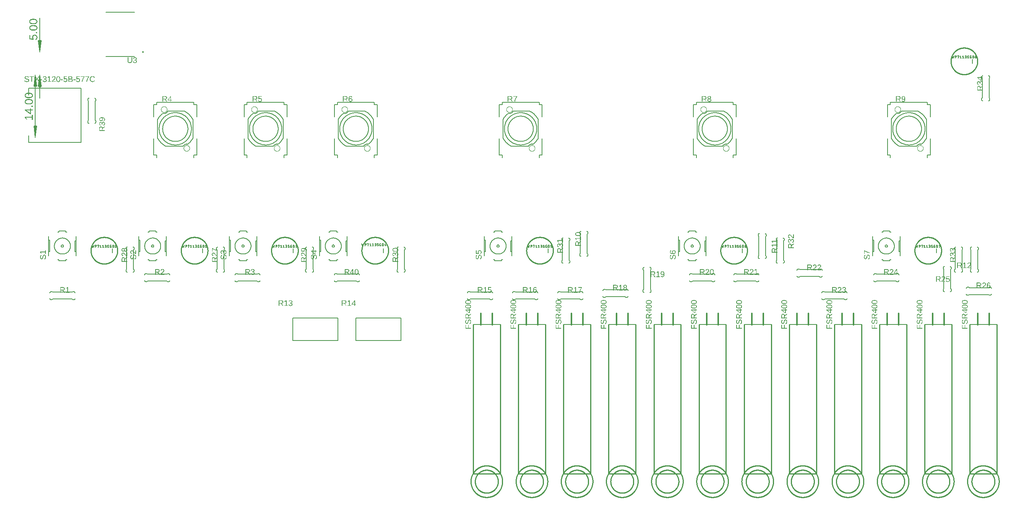
<source format=gbr>
G04 EAGLE Gerber RS-274X export*
G75*
%MOMM*%
%FSLAX34Y34*%
%LPD*%
%INSilkscreen Top*%
%IPPOS*%
%AMOC8*
5,1,8,0,0,1.08239X$1,22.5*%
G01*
G04 Define Apertures*
%ADD10C,0.130000*%
%ADD11C,0.130000*%
%ADD12C,0.127000*%
%ADD13C,0.340000*%
%ADD14C,0.254000*%
%ADD15C,0.330000*%
%ADD16C,0.152400*%
%ADD17C,0.203200*%
%ADD18C,0.101600*%
%ADD19C,0.200000*%
G36*
X256142Y1057925D02*
X256662Y1057942D01*
X257166Y1057972D01*
X257653Y1058012D01*
X258124Y1058065D01*
X258579Y1058129D01*
X259018Y1058205D01*
X259440Y1058293D01*
X259846Y1058393D01*
X260235Y1058504D01*
X260609Y1058626D01*
X260966Y1058761D01*
X261306Y1058907D01*
X261631Y1059065D01*
X261939Y1059234D01*
X262231Y1059416D01*
X262506Y1059609D01*
X262763Y1059813D01*
X263002Y1060029D01*
X263224Y1060257D01*
X263428Y1060496D01*
X263614Y1060747D01*
X263782Y1061009D01*
X263933Y1061283D01*
X264066Y1061569D01*
X264181Y1061866D01*
X264279Y1062175D01*
X264359Y1062496D01*
X264421Y1062828D01*
X264465Y1063171D01*
X264491Y1063527D01*
X264500Y1063893D01*
X264491Y1064260D01*
X264465Y1064616D01*
X264420Y1064960D01*
X264358Y1065293D01*
X264278Y1065615D01*
X264180Y1065925D01*
X264064Y1066224D01*
X263930Y1066511D01*
X263778Y1066787D01*
X263609Y1067052D01*
X263422Y1067305D01*
X263217Y1067547D01*
X262994Y1067778D01*
X262753Y1067997D01*
X262495Y1068205D01*
X262219Y1068402D01*
X261925Y1068587D01*
X261616Y1068760D01*
X261291Y1068921D01*
X260950Y1069070D01*
X260592Y1069207D01*
X260219Y1069333D01*
X259830Y1069446D01*
X259424Y1069548D01*
X259003Y1069637D01*
X258566Y1069715D01*
X258113Y1069780D01*
X257643Y1069834D01*
X257158Y1069876D01*
X256657Y1069906D01*
X256139Y1069923D01*
X255606Y1069929D01*
X254539Y1069907D01*
X253539Y1069839D01*
X253064Y1069787D01*
X252607Y1069725D01*
X252166Y1069651D01*
X251742Y1069566D01*
X251334Y1069469D01*
X250944Y1069362D01*
X250571Y1069242D01*
X250214Y1069112D01*
X249875Y1068970D01*
X249552Y1068816D01*
X249246Y1068652D01*
X248957Y1068476D01*
X248685Y1068288D01*
X248431Y1068087D01*
X248194Y1067874D01*
X247975Y1067649D01*
X247773Y1067411D01*
X247589Y1067160D01*
X247422Y1066897D01*
X247273Y1066622D01*
X247141Y1066334D01*
X247027Y1066033D01*
X246931Y1065720D01*
X246852Y1065394D01*
X246791Y1065056D01*
X246747Y1064706D01*
X246720Y1064343D01*
X246712Y1063967D01*
X246720Y1063581D01*
X246746Y1063208D01*
X246790Y1062849D01*
X246850Y1062502D01*
X246929Y1062169D01*
X247024Y1061849D01*
X247137Y1061542D01*
X247267Y1061248D01*
X247414Y1060968D01*
X247579Y1060700D01*
X247761Y1060446D01*
X247961Y1060205D01*
X248178Y1059977D01*
X248412Y1059763D01*
X248663Y1059561D01*
X248932Y1059373D01*
X249219Y1059197D01*
X249522Y1059032D01*
X249843Y1058879D01*
X250182Y1058737D01*
X250538Y1058606D01*
X250912Y1058487D01*
X251303Y1058379D01*
X251711Y1058282D01*
X252137Y1058197D01*
X252580Y1058123D01*
X253041Y1058061D01*
X253519Y1058010D01*
X254015Y1057970D01*
X254528Y1057942D01*
X255606Y1057919D01*
X256142Y1057925D01*
G37*
%LPC*%
G36*
X254692Y1060166D02*
X253844Y1060207D01*
X253063Y1060277D01*
X252349Y1060374D01*
X251701Y1060499D01*
X251121Y1060652D01*
X250606Y1060833D01*
X250159Y1061041D01*
X249771Y1061281D01*
X249434Y1061558D01*
X249150Y1061870D01*
X248917Y1062217D01*
X248736Y1062601D01*
X248665Y1062806D01*
X248606Y1063021D01*
X248561Y1063244D01*
X248529Y1063476D01*
X248509Y1063717D01*
X248503Y1063967D01*
X248509Y1064211D01*
X248529Y1064446D01*
X248562Y1064673D01*
X248608Y1064891D01*
X248667Y1065100D01*
X248739Y1065300D01*
X248923Y1065674D01*
X249159Y1066013D01*
X249448Y1066317D01*
X249790Y1066586D01*
X250184Y1066819D01*
X250636Y1067022D01*
X251153Y1067198D01*
X251734Y1067346D01*
X252380Y1067468D01*
X253090Y1067563D01*
X253864Y1067630D01*
X254703Y1067671D01*
X255606Y1067684D01*
X256479Y1067670D01*
X257293Y1067628D01*
X258049Y1067557D01*
X258747Y1067457D01*
X259386Y1067330D01*
X259967Y1067174D01*
X260490Y1066989D01*
X260955Y1066776D01*
X261363Y1066533D01*
X261717Y1066257D01*
X262016Y1065949D01*
X262261Y1065608D01*
X262364Y1065425D01*
X262452Y1065234D01*
X262527Y1065035D01*
X262588Y1064828D01*
X262636Y1064613D01*
X262670Y1064389D01*
X262690Y1064158D01*
X262697Y1063918D01*
X262690Y1063677D01*
X262670Y1063444D01*
X262637Y1063219D01*
X262590Y1063003D01*
X262530Y1062795D01*
X262457Y1062595D01*
X262271Y1062220D01*
X262031Y1061879D01*
X261738Y1061571D01*
X261391Y1061295D01*
X260992Y1061053D01*
X260535Y1060842D01*
X260016Y1060659D01*
X259435Y1060504D01*
X258793Y1060377D01*
X258089Y1060279D01*
X257323Y1060208D01*
X256495Y1060166D01*
X255606Y1060152D01*
X254692Y1060166D01*
G37*
%LPD*%
G36*
X256142Y1071894D02*
X256662Y1071911D01*
X257166Y1071940D01*
X257653Y1071981D01*
X258124Y1072034D01*
X258579Y1072098D01*
X259018Y1072174D01*
X259440Y1072262D01*
X259846Y1072361D01*
X260235Y1072472D01*
X260609Y1072595D01*
X260966Y1072730D01*
X261306Y1072876D01*
X261631Y1073034D01*
X261939Y1073203D01*
X262231Y1073384D01*
X262506Y1073577D01*
X262763Y1073782D01*
X263002Y1073998D01*
X263224Y1074226D01*
X263428Y1074465D01*
X263614Y1074716D01*
X263782Y1074978D01*
X263933Y1075252D01*
X264066Y1075538D01*
X264181Y1075835D01*
X264279Y1076144D01*
X264359Y1076464D01*
X264421Y1076797D01*
X264465Y1077140D01*
X264491Y1077495D01*
X264500Y1077862D01*
X264491Y1078229D01*
X264465Y1078585D01*
X264420Y1078929D01*
X264358Y1079262D01*
X264278Y1079583D01*
X264180Y1079894D01*
X264064Y1080192D01*
X263930Y1080480D01*
X263778Y1080756D01*
X263609Y1081021D01*
X263422Y1081274D01*
X263217Y1081516D01*
X262994Y1081747D01*
X262753Y1081966D01*
X262495Y1082174D01*
X262219Y1082371D01*
X261925Y1082556D01*
X261616Y1082729D01*
X261291Y1082890D01*
X260950Y1083039D01*
X260592Y1083176D01*
X260219Y1083302D01*
X259830Y1083415D01*
X259424Y1083516D01*
X259003Y1083606D01*
X258566Y1083683D01*
X258113Y1083749D01*
X257643Y1083803D01*
X257158Y1083844D01*
X256657Y1083874D01*
X256139Y1083892D01*
X255606Y1083898D01*
X254539Y1083875D01*
X253539Y1083807D01*
X253064Y1083756D01*
X252607Y1083694D01*
X252166Y1083620D01*
X251742Y1083535D01*
X251334Y1083438D01*
X250944Y1083330D01*
X250571Y1083211D01*
X250214Y1083080D01*
X249875Y1082938D01*
X249552Y1082785D01*
X249246Y1082620D01*
X248957Y1082444D01*
X248685Y1082256D01*
X248431Y1082056D01*
X248194Y1081843D01*
X247975Y1081617D01*
X247773Y1081379D01*
X247589Y1081129D01*
X247422Y1080866D01*
X247273Y1080590D01*
X247141Y1080302D01*
X247027Y1080002D01*
X246931Y1079689D01*
X246852Y1079363D01*
X246791Y1079025D01*
X246747Y1078675D01*
X246720Y1078311D01*
X246712Y1077936D01*
X246720Y1077550D01*
X246746Y1077177D01*
X246790Y1076817D01*
X246850Y1076471D01*
X246929Y1076138D01*
X247024Y1075818D01*
X247137Y1075511D01*
X247267Y1075217D01*
X247414Y1074936D01*
X247579Y1074669D01*
X247761Y1074415D01*
X247961Y1074174D01*
X248178Y1073946D01*
X248412Y1073731D01*
X248663Y1073530D01*
X248932Y1073341D01*
X249219Y1073165D01*
X249522Y1073001D01*
X249843Y1072847D01*
X250182Y1072705D01*
X250538Y1072575D01*
X250912Y1072456D01*
X251303Y1072348D01*
X251711Y1072251D01*
X252137Y1072166D01*
X252580Y1072092D01*
X253041Y1072030D01*
X253519Y1071979D01*
X254015Y1071939D01*
X254528Y1071910D01*
X255606Y1071888D01*
X256142Y1071894D01*
G37*
%LPC*%
G36*
X254692Y1074134D02*
X253844Y1074176D01*
X253063Y1074246D01*
X252349Y1074343D01*
X251701Y1074468D01*
X251121Y1074621D01*
X250606Y1074801D01*
X250159Y1075010D01*
X249771Y1075250D01*
X249434Y1075526D01*
X249150Y1075838D01*
X248917Y1076186D01*
X248736Y1076570D01*
X248665Y1076775D01*
X248606Y1076989D01*
X248561Y1077212D01*
X248529Y1077445D01*
X248509Y1077686D01*
X248503Y1077936D01*
X248509Y1078180D01*
X248529Y1078415D01*
X248562Y1078642D01*
X248608Y1078859D01*
X248667Y1079068D01*
X248739Y1079269D01*
X248923Y1079643D01*
X249159Y1079982D01*
X249448Y1080286D01*
X249790Y1080554D01*
X250184Y1080788D01*
X250636Y1080991D01*
X251153Y1081167D01*
X251734Y1081315D01*
X252380Y1081437D01*
X253090Y1081531D01*
X253864Y1081599D01*
X254703Y1081640D01*
X255606Y1081653D01*
X256479Y1081639D01*
X257293Y1081596D01*
X258049Y1081525D01*
X258747Y1081426D01*
X259386Y1081298D01*
X259967Y1081142D01*
X260490Y1080958D01*
X260955Y1080745D01*
X261363Y1080502D01*
X261717Y1080226D01*
X262016Y1079918D01*
X262261Y1079577D01*
X262364Y1079394D01*
X262452Y1079203D01*
X262527Y1079004D01*
X262588Y1078797D01*
X262636Y1078582D01*
X262670Y1078358D01*
X262690Y1078127D01*
X262697Y1077887D01*
X262690Y1077646D01*
X262670Y1077413D01*
X262637Y1077188D01*
X262590Y1076972D01*
X262530Y1076764D01*
X262457Y1076564D01*
X262271Y1076189D01*
X262031Y1075848D01*
X261738Y1075539D01*
X261391Y1075264D01*
X260992Y1075022D01*
X260535Y1074811D01*
X260016Y1074628D01*
X259435Y1074473D01*
X258793Y1074346D01*
X258089Y1074247D01*
X257323Y1074177D01*
X256495Y1074135D01*
X255606Y1074120D01*
X254692Y1074134D01*
G37*
%LPD*%
G36*
X260876Y1037121D02*
X261331Y1037271D01*
X261758Y1037454D01*
X262154Y1037672D01*
X262521Y1037923D01*
X262859Y1038209D01*
X263167Y1038529D01*
X263445Y1038883D01*
X263693Y1039269D01*
X263907Y1039683D01*
X264088Y1040127D01*
X264237Y1040601D01*
X264352Y1041103D01*
X264434Y1041634D01*
X264484Y1042195D01*
X264500Y1042784D01*
X264494Y1043140D01*
X264476Y1043485D01*
X264445Y1043821D01*
X264402Y1044147D01*
X264347Y1044463D01*
X264280Y1044770D01*
X264108Y1045353D01*
X263887Y1045897D01*
X263617Y1046401D01*
X263298Y1046867D01*
X262930Y1047293D01*
X262519Y1047674D01*
X262072Y1048004D01*
X261588Y1048283D01*
X261068Y1048512D01*
X260795Y1048607D01*
X260512Y1048690D01*
X260220Y1048760D01*
X259919Y1048817D01*
X259609Y1048861D01*
X259290Y1048893D01*
X258961Y1048912D01*
X258624Y1048918D01*
X258037Y1048895D01*
X257478Y1048824D01*
X256948Y1048705D01*
X256446Y1048539D01*
X255973Y1048326D01*
X255528Y1048066D01*
X255111Y1047758D01*
X254723Y1047403D01*
X254372Y1047008D01*
X254068Y1046581D01*
X253811Y1046121D01*
X253600Y1045629D01*
X253437Y1045104D01*
X253320Y1044547D01*
X253249Y1043958D01*
X253226Y1043336D01*
X253243Y1042814D01*
X253295Y1042313D01*
X253381Y1041834D01*
X253502Y1041376D01*
X253657Y1040941D01*
X253847Y1040528D01*
X254071Y1040136D01*
X254330Y1039766D01*
X248846Y1040098D01*
X248846Y1047912D01*
X246969Y1047912D01*
X246969Y1038086D01*
X256269Y1037509D01*
X256269Y1039668D01*
X255956Y1040055D01*
X255692Y1040441D01*
X255477Y1040827D01*
X255312Y1041214D01*
X255188Y1041608D01*
X255100Y1042017D01*
X255047Y1042442D01*
X255029Y1042882D01*
X255045Y1043301D01*
X255092Y1043697D01*
X255171Y1044071D01*
X255281Y1044424D01*
X255422Y1044754D01*
X255595Y1045062D01*
X255800Y1045348D01*
X256035Y1045612D01*
X256297Y1045849D01*
X256578Y1046055D01*
X256878Y1046229D01*
X257198Y1046371D01*
X257537Y1046482D01*
X257896Y1046561D01*
X258275Y1046608D01*
X258673Y1046624D01*
X259130Y1046608D01*
X259561Y1046561D01*
X259968Y1046483D01*
X260349Y1046373D01*
X260705Y1046231D01*
X261037Y1046058D01*
X261343Y1045854D01*
X261624Y1045618D01*
X261875Y1045355D01*
X262093Y1045067D01*
X262278Y1044755D01*
X262429Y1044419D01*
X262546Y1044059D01*
X262630Y1043674D01*
X262680Y1043266D01*
X262697Y1042833D01*
X262687Y1042480D01*
X262657Y1042144D01*
X262607Y1041825D01*
X262537Y1041523D01*
X262447Y1041238D01*
X262336Y1040971D01*
X262206Y1040720D01*
X262056Y1040487D01*
X261886Y1040271D01*
X261695Y1040072D01*
X261485Y1039890D01*
X261255Y1039726D01*
X261004Y1039578D01*
X260734Y1039448D01*
X260443Y1039335D01*
X260133Y1039239D01*
X260391Y1037006D01*
X260876Y1037121D01*
G37*
G36*
X264255Y1054655D02*
X261568Y1054655D01*
X261568Y1052263D01*
X264255Y1052263D01*
X264255Y1054655D01*
G37*
G36*
X246142Y894073D02*
X246662Y894090D01*
X247166Y894120D01*
X247653Y894161D01*
X248124Y894213D01*
X248579Y894277D01*
X249018Y894353D01*
X249440Y894441D01*
X249846Y894541D01*
X250235Y894652D01*
X250609Y894774D01*
X250966Y894909D01*
X251306Y895055D01*
X251631Y895213D01*
X251939Y895382D01*
X252231Y895564D01*
X252506Y895757D01*
X252763Y895961D01*
X253002Y896177D01*
X253224Y896405D01*
X253428Y896644D01*
X253614Y896895D01*
X253782Y897157D01*
X253933Y897431D01*
X254066Y897717D01*
X254181Y898014D01*
X254279Y898323D01*
X254359Y898644D01*
X254421Y898976D01*
X254465Y899319D01*
X254491Y899675D01*
X254500Y900042D01*
X254491Y900408D01*
X254465Y900764D01*
X254420Y901108D01*
X254358Y901441D01*
X254278Y901763D01*
X254180Y902073D01*
X254064Y902372D01*
X253930Y902659D01*
X253778Y902935D01*
X253609Y903200D01*
X253422Y903453D01*
X253217Y903695D01*
X252994Y903926D01*
X252753Y904145D01*
X252495Y904353D01*
X252219Y904550D01*
X251925Y904735D01*
X251616Y904908D01*
X251291Y905069D01*
X250950Y905218D01*
X250592Y905355D01*
X250219Y905481D01*
X249830Y905594D01*
X249424Y905696D01*
X249003Y905785D01*
X248566Y905863D01*
X248113Y905928D01*
X247643Y905982D01*
X247158Y906024D01*
X246657Y906054D01*
X246139Y906071D01*
X245606Y906077D01*
X244539Y906055D01*
X243539Y905987D01*
X243064Y905935D01*
X242607Y905873D01*
X242166Y905799D01*
X241742Y905714D01*
X241334Y905617D01*
X240944Y905510D01*
X240571Y905390D01*
X240214Y905260D01*
X239875Y905118D01*
X239552Y904964D01*
X239246Y904800D01*
X238957Y904624D01*
X238685Y904436D01*
X238431Y904235D01*
X238194Y904022D01*
X237975Y903797D01*
X237773Y903559D01*
X237589Y903308D01*
X237422Y903045D01*
X237273Y902770D01*
X237141Y902482D01*
X237027Y902181D01*
X236931Y901868D01*
X236852Y901542D01*
X236791Y901204D01*
X236747Y900854D01*
X236720Y900491D01*
X236712Y900115D01*
X236720Y899729D01*
X236746Y899356D01*
X236790Y898997D01*
X236850Y898650D01*
X236929Y898317D01*
X237024Y897997D01*
X237137Y897690D01*
X237267Y897396D01*
X237414Y897116D01*
X237579Y896848D01*
X237761Y896594D01*
X237961Y896353D01*
X238178Y896125D01*
X238412Y895911D01*
X238663Y895709D01*
X238932Y895521D01*
X239219Y895345D01*
X239522Y895180D01*
X239843Y895027D01*
X240182Y894885D01*
X240538Y894754D01*
X240912Y894635D01*
X241303Y894527D01*
X241711Y894430D01*
X242137Y894345D01*
X242580Y894271D01*
X243041Y894209D01*
X243519Y894158D01*
X244015Y894118D01*
X244528Y894090D01*
X245606Y894067D01*
X246142Y894073D01*
G37*
%LPC*%
G36*
X244692Y896314D02*
X243844Y896355D01*
X243063Y896425D01*
X242349Y896522D01*
X241701Y896647D01*
X241121Y896800D01*
X240606Y896981D01*
X240159Y897189D01*
X239771Y897429D01*
X239434Y897706D01*
X239150Y898018D01*
X238917Y898365D01*
X238736Y898749D01*
X238665Y898954D01*
X238606Y899169D01*
X238561Y899392D01*
X238529Y899624D01*
X238509Y899865D01*
X238503Y900115D01*
X238509Y900359D01*
X238529Y900594D01*
X238562Y900821D01*
X238608Y901039D01*
X238667Y901248D01*
X238739Y901448D01*
X238923Y901822D01*
X239159Y902161D01*
X239448Y902465D01*
X239790Y902734D01*
X240184Y902967D01*
X240636Y903170D01*
X241153Y903346D01*
X241734Y903495D01*
X242380Y903616D01*
X243090Y903711D01*
X243864Y903778D01*
X244703Y903819D01*
X245606Y903832D01*
X246479Y903818D01*
X247293Y903776D01*
X248049Y903705D01*
X248747Y903605D01*
X249386Y903478D01*
X249967Y903322D01*
X250490Y903137D01*
X250955Y902925D01*
X251363Y902681D01*
X251717Y902405D01*
X252016Y902097D01*
X252261Y901756D01*
X252364Y901573D01*
X252452Y901382D01*
X252527Y901183D01*
X252588Y900976D01*
X252636Y900761D01*
X252670Y900537D01*
X252690Y900306D01*
X252697Y900066D01*
X252690Y899825D01*
X252670Y899592D01*
X252637Y899367D01*
X252590Y899151D01*
X252530Y898943D01*
X252457Y898743D01*
X252271Y898368D01*
X252031Y898027D01*
X251738Y897719D01*
X251391Y897443D01*
X250992Y897201D01*
X250535Y896990D01*
X250016Y896807D01*
X249435Y896652D01*
X248793Y896525D01*
X248089Y896427D01*
X247323Y896356D01*
X246495Y896314D01*
X245606Y896300D01*
X244692Y896314D01*
G37*
%LPD*%
G36*
X246142Y908042D02*
X246662Y908059D01*
X247166Y908088D01*
X247653Y908129D01*
X248124Y908182D01*
X248579Y908246D01*
X249018Y908322D01*
X249440Y908410D01*
X249846Y908509D01*
X250235Y908620D01*
X250609Y908743D01*
X250966Y908878D01*
X251306Y909024D01*
X251631Y909182D01*
X251939Y909351D01*
X252231Y909532D01*
X252506Y909725D01*
X252763Y909930D01*
X253002Y910146D01*
X253224Y910374D01*
X253428Y910613D01*
X253614Y910864D01*
X253782Y911126D01*
X253933Y911400D01*
X254066Y911686D01*
X254181Y911983D01*
X254279Y912292D01*
X254359Y912612D01*
X254421Y912945D01*
X254465Y913288D01*
X254491Y913643D01*
X254500Y914010D01*
X254491Y914377D01*
X254465Y914733D01*
X254420Y915077D01*
X254358Y915410D01*
X254278Y915732D01*
X254180Y916042D01*
X254064Y916341D01*
X253930Y916628D01*
X253778Y916904D01*
X253609Y917169D01*
X253422Y917422D01*
X253217Y917664D01*
X252994Y917895D01*
X252753Y918114D01*
X252495Y918322D01*
X252219Y918519D01*
X251925Y918704D01*
X251616Y918877D01*
X251291Y919038D01*
X250950Y919187D01*
X250592Y919324D01*
X250219Y919450D01*
X249830Y919563D01*
X249424Y919664D01*
X249003Y919754D01*
X248566Y919831D01*
X248113Y919897D01*
X247643Y919951D01*
X247158Y919992D01*
X246657Y920022D01*
X246139Y920040D01*
X245606Y920046D01*
X244539Y920023D01*
X243539Y919955D01*
X243064Y919904D01*
X242607Y919842D01*
X242166Y919768D01*
X241742Y919683D01*
X241334Y919586D01*
X240944Y919478D01*
X240571Y919359D01*
X240214Y919228D01*
X239875Y919086D01*
X239552Y918933D01*
X239246Y918768D01*
X238957Y918592D01*
X238685Y918404D01*
X238431Y918204D01*
X238194Y917991D01*
X237975Y917765D01*
X237773Y917527D01*
X237589Y917277D01*
X237422Y917014D01*
X237273Y916738D01*
X237141Y916450D01*
X237027Y916150D01*
X236931Y915837D01*
X236852Y915511D01*
X236791Y915173D01*
X236747Y914823D01*
X236720Y914459D01*
X236712Y914084D01*
X236720Y913698D01*
X236746Y913325D01*
X236790Y912965D01*
X236850Y912619D01*
X236929Y912286D01*
X237024Y911966D01*
X237137Y911659D01*
X237267Y911365D01*
X237414Y911084D01*
X237579Y910817D01*
X237761Y910563D01*
X237961Y910322D01*
X238178Y910094D01*
X238412Y909879D01*
X238663Y909678D01*
X238932Y909489D01*
X239219Y909313D01*
X239522Y909149D01*
X239843Y908995D01*
X240182Y908853D01*
X240538Y908723D01*
X240912Y908604D01*
X241303Y908496D01*
X241711Y908399D01*
X242137Y908314D01*
X242580Y908240D01*
X243041Y908178D01*
X243519Y908127D01*
X244015Y908087D01*
X244528Y908058D01*
X245606Y908036D01*
X246142Y908042D01*
G37*
%LPC*%
G36*
X244692Y910282D02*
X243844Y910324D01*
X243063Y910394D01*
X242349Y910491D01*
X241701Y910616D01*
X241121Y910769D01*
X240606Y910949D01*
X240159Y911158D01*
X239771Y911398D01*
X239434Y911674D01*
X239150Y911986D01*
X238917Y912334D01*
X238736Y912718D01*
X238665Y912923D01*
X238606Y913137D01*
X238561Y913361D01*
X238529Y913593D01*
X238509Y913834D01*
X238503Y914084D01*
X238509Y914328D01*
X238529Y914563D01*
X238562Y914790D01*
X238608Y915007D01*
X238667Y915216D01*
X238739Y915417D01*
X238923Y915791D01*
X239159Y916130D01*
X239448Y916434D01*
X239790Y916702D01*
X240184Y916936D01*
X240636Y917139D01*
X241153Y917315D01*
X241734Y917463D01*
X242380Y917585D01*
X243090Y917679D01*
X243864Y917747D01*
X244703Y917788D01*
X245606Y917801D01*
X246479Y917787D01*
X247293Y917744D01*
X248049Y917673D01*
X248747Y917574D01*
X249386Y917446D01*
X249967Y917290D01*
X250490Y917106D01*
X250955Y916893D01*
X251363Y916650D01*
X251717Y916374D01*
X252016Y916066D01*
X252261Y915725D01*
X252364Y915542D01*
X252452Y915351D01*
X252527Y915152D01*
X252588Y914945D01*
X252636Y914730D01*
X252670Y914506D01*
X252690Y914275D01*
X252697Y914035D01*
X252690Y913794D01*
X252670Y913561D01*
X252637Y913336D01*
X252590Y913120D01*
X252530Y912912D01*
X252457Y912712D01*
X252271Y912337D01*
X252031Y911996D01*
X251738Y911687D01*
X251391Y911412D01*
X250992Y911170D01*
X250535Y910959D01*
X250016Y910776D01*
X249435Y910621D01*
X248793Y910494D01*
X248089Y910395D01*
X247323Y910325D01*
X246495Y910283D01*
X245606Y910269D01*
X244692Y910282D01*
G37*
%LPD*%
G36*
X250342Y880871D02*
X254255Y880871D01*
X254255Y882956D01*
X250342Y882956D01*
X250342Y885385D01*
X248599Y885385D01*
X248599Y882956D01*
X236969Y882956D01*
X236969Y880638D01*
X248624Y872725D01*
X250342Y872725D01*
X250342Y880871D01*
G37*
%LPC*%
G36*
X248354Y874957D02*
X247446Y875620D01*
X240920Y880049D01*
X240601Y880248D01*
X240110Y880527D01*
X239460Y880871D01*
X248599Y880871D01*
X248599Y874761D01*
X248354Y874957D01*
G37*
%LPD*%
G36*
X254255Y870926D02*
X252378Y870926D01*
X252378Y866718D01*
X236969Y866718D01*
X236969Y864681D01*
X239779Y860596D01*
X241864Y860596D01*
X239079Y864497D01*
X252378Y864497D01*
X252378Y860093D01*
X254255Y860093D01*
X254255Y870926D01*
G37*
G36*
X254255Y890803D02*
X251568Y890803D01*
X251568Y888411D01*
X254255Y888411D01*
X254255Y890803D01*
G37*
G36*
X338854Y944086D02*
X339345Y944129D01*
X339807Y944201D01*
X340240Y944301D01*
X340643Y944430D01*
X341017Y944588D01*
X341361Y944774D01*
X341676Y944989D01*
X341958Y945230D01*
X342202Y945493D01*
X342409Y945780D01*
X342578Y946089D01*
X342709Y946421D01*
X342803Y946776D01*
X342860Y947154D01*
X342878Y947555D01*
X342866Y947858D01*
X342828Y948147D01*
X342766Y948423D01*
X342679Y948686D01*
X342566Y948935D01*
X342429Y949172D01*
X342267Y949394D01*
X342080Y949604D01*
X341967Y949708D01*
X341870Y949797D01*
X341639Y949970D01*
X341386Y950123D01*
X341113Y950257D01*
X340818Y950370D01*
X340502Y950464D01*
X340165Y950537D01*
X339808Y950591D01*
X340080Y950662D01*
X340337Y950749D01*
X340578Y950851D01*
X340803Y950968D01*
X341013Y951101D01*
X341206Y951249D01*
X341284Y951321D01*
X341383Y951412D01*
X341545Y951591D01*
X341689Y951783D01*
X341813Y951986D01*
X341919Y952200D01*
X342005Y952425D01*
X342073Y952661D01*
X342121Y952907D01*
X342149Y953165D01*
X342159Y953434D01*
X342142Y953797D01*
X342091Y954137D01*
X342006Y954453D01*
X341887Y954747D01*
X341734Y955016D01*
X341547Y955262D01*
X341326Y955485D01*
X341071Y955684D01*
X340782Y955860D01*
X340459Y956012D01*
X340102Y956141D01*
X339711Y956247D01*
X339286Y956329D01*
X338827Y956387D01*
X338334Y956423D01*
X337807Y956434D01*
X333315Y956434D01*
X333315Y944072D01*
X338334Y944072D01*
X338854Y944086D01*
G37*
%LPC*%
G36*
X334991Y945414D02*
X334991Y949872D01*
X338114Y949872D01*
X338486Y949863D01*
X338834Y949837D01*
X339158Y949795D01*
X339458Y949735D01*
X339734Y949658D01*
X339985Y949564D01*
X340213Y949453D01*
X340417Y949325D01*
X340597Y949180D01*
X340753Y949018D01*
X340885Y948839D01*
X340993Y948643D01*
X341077Y948429D01*
X341137Y948199D01*
X341173Y947951D01*
X341185Y947687D01*
X341174Y947413D01*
X341141Y947156D01*
X341086Y946917D01*
X341010Y946695D01*
X340911Y946491D01*
X340790Y946305D01*
X340648Y946136D01*
X340483Y945985D01*
X340295Y945851D01*
X340080Y945735D01*
X339839Y945637D01*
X339573Y945557D01*
X339280Y945495D01*
X338961Y945450D01*
X338617Y945423D01*
X338246Y945414D01*
X334991Y945414D01*
G37*
G36*
X334991Y951179D02*
X334991Y955092D01*
X337807Y955092D01*
X338122Y955085D01*
X338418Y955065D01*
X338695Y955032D01*
X338952Y954985D01*
X339190Y954924D01*
X339409Y954850D01*
X339609Y954763D01*
X339790Y954662D01*
X339950Y954546D01*
X340089Y954411D01*
X340207Y954259D01*
X340303Y954090D01*
X340378Y953902D01*
X340432Y953696D01*
X340464Y953473D01*
X340474Y953232D01*
X340464Y952979D01*
X340433Y952744D01*
X340381Y952525D01*
X340309Y952323D01*
X340216Y952138D01*
X340102Y951969D01*
X339967Y951818D01*
X339812Y951683D01*
X339636Y951565D01*
X339438Y951463D01*
X339219Y951376D01*
X338979Y951305D01*
X338718Y951250D01*
X338436Y951210D01*
X338132Y951187D01*
X337807Y951179D01*
X334991Y951179D01*
G37*
%LPD*%
G36*
X311109Y943903D02*
X311364Y943922D01*
X311610Y943954D01*
X311848Y943999D01*
X312078Y944056D01*
X312300Y944126D01*
X312719Y944305D01*
X313106Y944534D01*
X313460Y944815D01*
X313782Y945146D01*
X314071Y945529D01*
X314327Y945959D01*
X314549Y946436D01*
X314737Y946959D01*
X314891Y947527D01*
X315010Y948141D01*
X315095Y948801D01*
X315147Y949506D01*
X315164Y950258D01*
X315147Y951021D01*
X315099Y951736D01*
X315017Y952403D01*
X314904Y953021D01*
X314757Y953592D01*
X314579Y954114D01*
X314368Y954587D01*
X314124Y955013D01*
X313846Y955389D01*
X313533Y955715D01*
X313183Y955991D01*
X312798Y956217D01*
X312377Y956393D01*
X312153Y956462D01*
X311920Y956518D01*
X311679Y956562D01*
X311428Y956594D01*
X311168Y956612D01*
X310900Y956619D01*
X310623Y956612D01*
X310357Y956594D01*
X310100Y956563D01*
X309852Y956519D01*
X309614Y956464D01*
X309385Y956395D01*
X308955Y956222D01*
X308563Y955998D01*
X308209Y955725D01*
X307893Y955403D01*
X307614Y955031D01*
X307370Y954609D01*
X307159Y954137D01*
X306980Y953615D01*
X306834Y953043D01*
X306720Y952422D01*
X306639Y951750D01*
X306590Y951029D01*
X306574Y950258D01*
X306591Y949502D01*
X306641Y948793D01*
X306725Y948131D01*
X306842Y947516D01*
X306992Y946947D01*
X307176Y946425D01*
X307394Y945949D01*
X307644Y945520D01*
X307929Y945139D01*
X308246Y944810D01*
X308597Y944531D01*
X308980Y944302D01*
X309397Y944125D01*
X309847Y943998D01*
X310085Y943954D01*
X310330Y943922D01*
X310585Y943903D01*
X310847Y943897D01*
X311109Y943903D01*
G37*
%LPC*%
G36*
X310525Y945205D02*
X310210Y945263D01*
X309918Y945358D01*
X309650Y945491D01*
X309406Y945663D01*
X309186Y945872D01*
X308989Y946120D01*
X308816Y946406D01*
X308665Y946733D01*
X308534Y947104D01*
X308423Y947519D01*
X308332Y947979D01*
X308262Y948482D01*
X308211Y949030D01*
X308181Y949622D01*
X308171Y950258D01*
X308181Y950912D01*
X308211Y951518D01*
X308260Y952076D01*
X308330Y952587D01*
X308419Y953050D01*
X308529Y953466D01*
X308658Y953833D01*
X308807Y954153D01*
X308979Y954431D01*
X309176Y954671D01*
X309399Y954875D01*
X309648Y955042D01*
X309923Y955171D01*
X310223Y955264D01*
X310548Y955319D01*
X310900Y955338D01*
X311242Y955319D01*
X311560Y955263D01*
X311853Y955169D01*
X312120Y955037D01*
X312363Y954868D01*
X312580Y954662D01*
X312772Y954417D01*
X312939Y954136D01*
X313084Y953812D01*
X313210Y953443D01*
X313316Y953027D01*
X313403Y952565D01*
X313471Y952057D01*
X313519Y951504D01*
X313548Y950904D01*
X313558Y950258D01*
X313548Y949634D01*
X313517Y949051D01*
X313467Y948511D01*
X313396Y948012D01*
X313304Y947554D01*
X313193Y947139D01*
X313061Y946765D01*
X312909Y946432D01*
X312735Y946140D01*
X312538Y945887D01*
X312317Y945673D01*
X312073Y945498D01*
X311806Y945362D01*
X311515Y945264D01*
X311202Y945206D01*
X310864Y945186D01*
X310525Y945205D01*
G37*
%LPD*%
G36*
X241610Y943911D02*
X242167Y943955D01*
X242689Y944029D01*
X243177Y944131D01*
X243631Y944263D01*
X244051Y944425D01*
X244437Y944615D01*
X244788Y944835D01*
X245102Y945082D01*
X245374Y945353D01*
X245604Y945648D01*
X245792Y945967D01*
X245938Y946311D01*
X246043Y946678D01*
X246105Y947069D01*
X246126Y947485D01*
X246114Y947812D01*
X246079Y948117D01*
X246020Y948400D01*
X245938Y948661D01*
X245834Y948903D01*
X245713Y949128D01*
X245573Y949337D01*
X245416Y949529D01*
X245241Y949707D01*
X245052Y949869D01*
X244849Y950018D01*
X244630Y950152D01*
X244162Y950390D01*
X243661Y950595D01*
X243131Y950771D01*
X242577Y950920D01*
X241441Y951188D01*
X240661Y951369D01*
X240022Y951535D01*
X239524Y951687D01*
X239169Y951824D01*
X238900Y951960D01*
X238665Y952111D01*
X238464Y952276D01*
X238296Y952455D01*
X238163Y952654D01*
X238069Y952878D01*
X238012Y953126D01*
X237993Y953399D01*
X238005Y953635D01*
X238042Y953855D01*
X238103Y954061D01*
X238188Y954252D01*
X238298Y954428D01*
X238432Y954588D01*
X238591Y954733D01*
X238774Y954864D01*
X238980Y954979D01*
X239208Y955079D01*
X239458Y955163D01*
X239730Y955232D01*
X240024Y955286D01*
X240340Y955324D01*
X240678Y955348D01*
X241037Y955355D01*
X241366Y955348D01*
X241676Y955328D01*
X241968Y955293D01*
X242242Y955244D01*
X242497Y955182D01*
X242733Y955106D01*
X242952Y955016D01*
X243152Y954912D01*
X243335Y954793D01*
X243503Y954657D01*
X243655Y954504D01*
X243792Y954334D01*
X243914Y954148D01*
X244020Y953944D01*
X244111Y953724D01*
X244187Y953486D01*
X245837Y953776D01*
X245714Y954150D01*
X245571Y954496D01*
X245407Y954813D01*
X245222Y955102D01*
X245017Y955362D01*
X244790Y955595D01*
X244543Y955798D01*
X244275Y955974D01*
X243981Y956125D01*
X243656Y956256D01*
X243300Y956367D01*
X242913Y956457D01*
X242495Y956528D01*
X242046Y956578D01*
X241566Y956609D01*
X241055Y956619D01*
X240505Y956605D01*
X239989Y956565D01*
X239505Y956498D01*
X239053Y956404D01*
X238635Y956283D01*
X238249Y956135D01*
X237896Y955960D01*
X237576Y955759D01*
X237291Y955532D01*
X237044Y955283D01*
X236836Y955012D01*
X236665Y954717D01*
X236532Y954400D01*
X236437Y954059D01*
X236380Y953697D01*
X236361Y953311D01*
X236375Y952974D01*
X236419Y952657D01*
X236492Y952360D01*
X236593Y952083D01*
X236723Y951823D01*
X236877Y951581D01*
X237058Y951356D01*
X237265Y951148D01*
X237504Y950953D01*
X237783Y950768D01*
X238103Y950591D01*
X238462Y950424D01*
X238886Y950262D01*
X239398Y950100D01*
X239998Y949937D01*
X240686Y949775D01*
X242222Y949415D01*
X242556Y949327D01*
X242867Y949229D01*
X243153Y949121D01*
X243415Y949003D01*
X243651Y948872D01*
X243859Y948724D01*
X244039Y948560D01*
X244192Y948380D01*
X244312Y948177D01*
X244399Y947946D01*
X244451Y947686D01*
X244468Y947397D01*
X244454Y947136D01*
X244413Y946890D01*
X244344Y946661D01*
X244247Y946449D01*
X244123Y946252D01*
X243972Y946072D01*
X243793Y945908D01*
X243586Y945761D01*
X243354Y945630D01*
X243099Y945517D01*
X242821Y945422D01*
X242519Y945343D01*
X242194Y945282D01*
X241846Y945239D01*
X241475Y945213D01*
X241081Y945204D01*
X240699Y945212D01*
X240337Y945237D01*
X239996Y945277D01*
X239675Y945334D01*
X239375Y945408D01*
X239096Y945498D01*
X238837Y945604D01*
X238598Y945726D01*
X238380Y945866D01*
X238182Y946024D01*
X238003Y946201D01*
X237844Y946396D01*
X237704Y946610D01*
X237585Y946842D01*
X237485Y947093D01*
X237405Y947362D01*
X235782Y947038D01*
X235887Y946657D01*
X236021Y946301D01*
X236185Y945970D01*
X236379Y945663D01*
X236603Y945381D01*
X236856Y945124D01*
X237139Y944890D01*
X237451Y944682D01*
X237793Y944498D01*
X238165Y944338D01*
X238567Y944203D01*
X238998Y944093D01*
X239459Y944007D01*
X239950Y943946D01*
X240470Y943909D01*
X241020Y943897D01*
X241610Y943911D01*
G37*
G36*
X387168Y943910D02*
X387603Y943949D01*
X388025Y944014D01*
X388433Y944105D01*
X388827Y944222D01*
X389207Y944365D01*
X389573Y944535D01*
X389925Y944730D01*
X390261Y944950D01*
X390578Y945195D01*
X390875Y945463D01*
X391153Y945754D01*
X391411Y946070D01*
X391650Y946410D01*
X391870Y946773D01*
X392071Y947160D01*
X390702Y947845D01*
X390533Y947534D01*
X390355Y947242D01*
X390166Y946971D01*
X389968Y946720D01*
X389759Y946489D01*
X389540Y946278D01*
X389311Y946087D01*
X389072Y945917D01*
X388823Y945766D01*
X388564Y945636D01*
X388295Y945525D01*
X388015Y945435D01*
X387726Y945364D01*
X387427Y945314D01*
X387117Y945284D01*
X386797Y945274D01*
X386304Y945296D01*
X385836Y945360D01*
X385395Y945468D01*
X384980Y945620D01*
X384591Y945814D01*
X384229Y946051D01*
X383892Y946332D01*
X383582Y946656D01*
X383303Y947015D01*
X383062Y947403D01*
X382857Y947818D01*
X382690Y948260D01*
X382560Y948731D01*
X382467Y949230D01*
X382412Y949756D01*
X382393Y950310D01*
X382411Y950870D01*
X382464Y951398D01*
X382553Y951897D01*
X382678Y952364D01*
X382839Y952802D01*
X383035Y953208D01*
X383266Y953584D01*
X383534Y953929D01*
X383833Y954239D01*
X384161Y954507D01*
X384517Y954734D01*
X384902Y954920D01*
X385316Y955064D01*
X385758Y955167D01*
X386228Y955229D01*
X386727Y955250D01*
X387049Y955241D01*
X387359Y955214D01*
X387658Y955170D01*
X387946Y955107D01*
X388223Y955027D01*
X388488Y954929D01*
X388743Y954813D01*
X388987Y954680D01*
X389216Y954529D01*
X389430Y954363D01*
X389627Y954180D01*
X389808Y953982D01*
X389973Y953768D01*
X390121Y953538D01*
X390253Y953292D01*
X390368Y953030D01*
X391956Y953557D01*
X391790Y953924D01*
X391601Y954269D01*
X391391Y954590D01*
X391158Y954888D01*
X390904Y955163D01*
X390627Y955414D01*
X390329Y955642D01*
X390009Y955847D01*
X389667Y956027D01*
X389306Y956184D01*
X388924Y956317D01*
X388522Y956426D01*
X388099Y956510D01*
X387656Y956570D01*
X387193Y956607D01*
X386710Y956619D01*
X386361Y956612D01*
X386023Y956592D01*
X385693Y956560D01*
X385374Y956514D01*
X385064Y956455D01*
X384764Y956383D01*
X384473Y956298D01*
X384192Y956200D01*
X383920Y956088D01*
X383658Y955964D01*
X383406Y955827D01*
X383163Y955676D01*
X382706Y955336D01*
X382288Y954943D01*
X381913Y954504D01*
X381589Y954025D01*
X381315Y953506D01*
X381196Y953231D01*
X381090Y952947D01*
X380997Y952652D01*
X380915Y952348D01*
X380847Y952033D01*
X380791Y951709D01*
X380747Y951374D01*
X380716Y951029D01*
X380697Y950675D01*
X380691Y950310D01*
X380702Y949825D01*
X380736Y949356D01*
X380791Y948904D01*
X380870Y948469D01*
X380970Y948050D01*
X381093Y947648D01*
X381238Y947262D01*
X381406Y946893D01*
X381595Y946542D01*
X381804Y946213D01*
X382034Y945904D01*
X382283Y945616D01*
X382553Y945349D01*
X382844Y945103D01*
X383154Y944878D01*
X383485Y944673D01*
X383834Y944491D01*
X384199Y944333D01*
X384580Y944200D01*
X384976Y944091D01*
X385388Y944006D01*
X385816Y943945D01*
X386259Y943909D01*
X386718Y943897D01*
X387168Y943910D01*
G37*
G36*
X327194Y943914D02*
X327668Y943967D01*
X328113Y944055D01*
X328530Y944177D01*
X328919Y944335D01*
X329280Y944528D01*
X329613Y944756D01*
X329917Y945020D01*
X330190Y945313D01*
X330426Y945633D01*
X330626Y945979D01*
X330789Y946351D01*
X330916Y946749D01*
X331007Y947173D01*
X331062Y947623D01*
X331080Y948099D01*
X331063Y948519D01*
X331012Y948919D01*
X330927Y949298D01*
X330809Y949657D01*
X330656Y949995D01*
X330470Y950314D01*
X330250Y950612D01*
X329996Y950889D01*
X329714Y951140D01*
X329408Y951358D01*
X329079Y951542D01*
X328727Y951692D01*
X328352Y951809D01*
X327954Y951893D01*
X327532Y951943D01*
X327088Y951960D01*
X326714Y951947D01*
X326356Y951910D01*
X326013Y951849D01*
X325686Y951762D01*
X325375Y951651D01*
X325079Y951516D01*
X324799Y951355D01*
X324534Y951170D01*
X324771Y955092D01*
X330360Y955092D01*
X330360Y956434D01*
X323332Y956434D01*
X322920Y949784D01*
X324464Y949784D01*
X324741Y950008D01*
X325017Y950196D01*
X325293Y950350D01*
X325570Y950468D01*
X325852Y950556D01*
X326144Y950620D01*
X326448Y950657D01*
X326763Y950670D01*
X327062Y950659D01*
X327346Y950625D01*
X327613Y950569D01*
X327865Y950490D01*
X328101Y950389D01*
X328322Y950265D01*
X328526Y950119D01*
X328715Y949951D01*
X328885Y949764D01*
X329032Y949563D01*
X329156Y949348D01*
X329258Y949119D01*
X329337Y948876D01*
X329394Y948620D01*
X329428Y948349D01*
X329439Y948064D01*
X329428Y947738D01*
X329394Y947429D01*
X329338Y947138D01*
X329259Y946865D01*
X329158Y946611D01*
X329034Y946374D01*
X328888Y946155D01*
X328720Y945954D01*
X328531Y945774D01*
X328325Y945618D01*
X328102Y945486D01*
X327862Y945378D01*
X327604Y945294D01*
X327329Y945234D01*
X327037Y945198D01*
X326728Y945186D01*
X326475Y945194D01*
X326235Y945215D01*
X326007Y945251D01*
X325791Y945301D01*
X325587Y945365D01*
X325396Y945444D01*
X325217Y945537D01*
X325050Y945645D01*
X324895Y945767D01*
X324753Y945903D01*
X324623Y946053D01*
X324505Y946218D01*
X324400Y946397D01*
X324307Y946590D01*
X324226Y946798D01*
X324157Y947020D01*
X322560Y946836D01*
X322643Y946489D01*
X322750Y946163D01*
X322881Y945858D01*
X323036Y945575D01*
X323216Y945312D01*
X323421Y945071D01*
X323650Y944850D01*
X323903Y944651D01*
X324179Y944474D01*
X324475Y944321D01*
X324793Y944191D01*
X325131Y944085D01*
X325490Y944003D01*
X325870Y943944D01*
X326271Y943908D01*
X326693Y943897D01*
X327194Y943914D01*
G37*
G36*
X355163Y943914D02*
X355636Y943967D01*
X356081Y944055D01*
X356499Y944177D01*
X356888Y944335D01*
X357248Y944528D01*
X357581Y944756D01*
X357886Y945020D01*
X358158Y945313D01*
X358395Y945633D01*
X358594Y945979D01*
X358758Y946351D01*
X358885Y946749D01*
X358976Y947173D01*
X359030Y947623D01*
X359048Y948099D01*
X359032Y948519D01*
X358981Y948919D01*
X358896Y949298D01*
X358778Y949657D01*
X358625Y949995D01*
X358439Y950314D01*
X358219Y950612D01*
X357965Y950889D01*
X357682Y951140D01*
X357377Y951358D01*
X357048Y951542D01*
X356696Y951692D01*
X356321Y951809D01*
X355923Y951893D01*
X355501Y951943D01*
X355056Y951960D01*
X354683Y951947D01*
X354324Y951910D01*
X353982Y951849D01*
X353655Y951762D01*
X353343Y951651D01*
X353048Y951516D01*
X352768Y951355D01*
X352503Y951170D01*
X352740Y955092D01*
X358329Y955092D01*
X358329Y956434D01*
X351301Y956434D01*
X350889Y949784D01*
X352433Y949784D01*
X352709Y950008D01*
X352986Y950196D01*
X353262Y950350D01*
X353539Y950468D01*
X353820Y950556D01*
X354113Y950620D01*
X354417Y950657D01*
X354732Y950670D01*
X355031Y950659D01*
X355314Y950625D01*
X355582Y950569D01*
X355834Y950490D01*
X356070Y950389D01*
X356290Y950265D01*
X356495Y950119D01*
X356684Y949951D01*
X356854Y949764D01*
X357001Y949563D01*
X357125Y949348D01*
X357227Y949119D01*
X357306Y948876D01*
X357363Y948620D01*
X357396Y948349D01*
X357408Y948064D01*
X357397Y947738D01*
X357363Y947429D01*
X357307Y947138D01*
X357228Y946865D01*
X357127Y946611D01*
X357003Y946374D01*
X356857Y946155D01*
X356688Y945954D01*
X356500Y945774D01*
X356294Y945618D01*
X356071Y945486D01*
X355831Y945378D01*
X355573Y945294D01*
X355298Y945234D01*
X355006Y945198D01*
X354697Y945186D01*
X354444Y945194D01*
X354204Y945215D01*
X353975Y945251D01*
X353760Y945301D01*
X353556Y945365D01*
X353365Y945444D01*
X353185Y945537D01*
X353019Y945645D01*
X352864Y945767D01*
X352722Y945903D01*
X352592Y946053D01*
X352474Y946218D01*
X352369Y946397D01*
X352276Y946590D01*
X352195Y946798D01*
X352126Y947020D01*
X350529Y946836D01*
X350611Y946489D01*
X350718Y946163D01*
X350849Y945858D01*
X351005Y945575D01*
X351185Y945312D01*
X351389Y945071D01*
X351618Y944850D01*
X351872Y944651D01*
X352147Y944474D01*
X352444Y944321D01*
X352761Y944191D01*
X353100Y944085D01*
X353459Y944003D01*
X353839Y943944D01*
X354240Y943908D01*
X354662Y943897D01*
X355163Y943914D01*
G37*
G36*
X263949Y949477D02*
X267660Y944072D01*
X269511Y944072D01*
X264922Y950556D01*
X269151Y956434D01*
X267300Y956434D01*
X263957Y951582D01*
X260518Y956434D01*
X258667Y956434D01*
X263010Y950495D01*
X258307Y944072D01*
X260158Y944072D01*
X263949Y949477D01*
G37*
G36*
X281372Y943911D02*
X281833Y943955D01*
X282265Y944029D01*
X282667Y944131D01*
X283041Y944263D01*
X283386Y944425D01*
X283701Y944615D01*
X283988Y944835D01*
X284243Y945082D01*
X284464Y945353D01*
X284651Y945648D01*
X284804Y945967D01*
X284923Y946311D01*
X285008Y946678D01*
X285059Y947069D01*
X285076Y947485D01*
X285064Y947775D01*
X285028Y948052D01*
X284967Y948317D01*
X284883Y948569D01*
X284774Y948808D01*
X284642Y949035D01*
X284485Y949249D01*
X284304Y949450D01*
X284101Y949636D01*
X283879Y949801D01*
X283638Y949947D01*
X283378Y950073D01*
X283099Y950180D01*
X282800Y950266D01*
X282482Y950333D01*
X282145Y950380D01*
X282145Y950416D01*
X282452Y950489D01*
X282740Y950577D01*
X283008Y950680D01*
X283259Y950798D01*
X283490Y950931D01*
X283703Y951079D01*
X283896Y951242D01*
X284071Y951420D01*
X284227Y951612D01*
X284361Y951819D01*
X284475Y952039D01*
X284568Y952272D01*
X284641Y952520D01*
X284692Y952781D01*
X284723Y953057D01*
X284734Y953346D01*
X284718Y953721D01*
X284669Y954076D01*
X284589Y954409D01*
X284476Y954720D01*
X284331Y955011D01*
X284154Y955280D01*
X283944Y955528D01*
X283703Y955754D01*
X283432Y955957D01*
X283135Y956133D01*
X282813Y956281D01*
X282465Y956403D01*
X282090Y956497D01*
X281690Y956565D01*
X281264Y956605D01*
X280812Y956619D01*
X280396Y956605D01*
X279999Y956565D01*
X279622Y956499D01*
X279264Y956406D01*
X278926Y956286D01*
X278607Y956140D01*
X278307Y955967D01*
X278026Y955768D01*
X277769Y955544D01*
X277541Y955300D01*
X277341Y955036D01*
X277170Y954750D01*
X277026Y954443D01*
X276912Y954116D01*
X276825Y953768D01*
X276767Y953399D01*
X278355Y953276D01*
X278390Y953512D01*
X278442Y953735D01*
X278510Y953945D01*
X278595Y954140D01*
X278698Y954322D01*
X278817Y954490D01*
X278953Y954644D01*
X279105Y954785D01*
X279273Y954910D01*
X279453Y955019D01*
X279645Y955111D01*
X279850Y955186D01*
X280067Y955245D01*
X280297Y955287D01*
X280539Y955312D01*
X280794Y955320D01*
X281073Y955311D01*
X281334Y955284D01*
X281577Y955239D01*
X281802Y955176D01*
X282010Y955096D01*
X282200Y954997D01*
X282372Y954880D01*
X282527Y954745D01*
X282664Y954595D01*
X282782Y954432D01*
X282883Y954256D01*
X282965Y954067D01*
X283028Y953864D01*
X283074Y953649D01*
X283101Y953421D01*
X283111Y953179D01*
X283099Y952936D01*
X283066Y952706D01*
X283010Y952490D01*
X282932Y952288D01*
X282831Y952099D01*
X282708Y951923D01*
X282563Y951761D01*
X282395Y951613D01*
X282208Y951481D01*
X282001Y951366D01*
X281777Y951268D01*
X281535Y951189D01*
X281274Y951127D01*
X280995Y951083D01*
X280697Y951056D01*
X280382Y951047D01*
X279522Y951047D01*
X279522Y949679D01*
X280417Y949679D01*
X280773Y949670D01*
X281107Y949643D01*
X281419Y949599D01*
X281710Y949537D01*
X281979Y949457D01*
X282227Y949360D01*
X282454Y949245D01*
X282659Y949113D01*
X282841Y948964D01*
X282998Y948802D01*
X283132Y948626D01*
X283241Y948436D01*
X283326Y948232D01*
X283387Y948015D01*
X283423Y947783D01*
X283435Y947538D01*
X283425Y947257D01*
X283393Y946994D01*
X283340Y946749D01*
X283265Y946522D01*
X283170Y946313D01*
X283053Y946121D01*
X282915Y945948D01*
X282755Y945792D01*
X282577Y945654D01*
X282383Y945535D01*
X282173Y945434D01*
X281947Y945351D01*
X281705Y945287D01*
X281447Y945241D01*
X281172Y945213D01*
X280882Y945204D01*
X280593Y945212D01*
X280320Y945238D01*
X280063Y945281D01*
X279822Y945341D01*
X279597Y945418D01*
X279389Y945512D01*
X279196Y945624D01*
X279020Y945752D01*
X278859Y945898D01*
X278715Y946061D01*
X278587Y946241D01*
X278475Y946438D01*
X278379Y946652D01*
X278300Y946883D01*
X278236Y947132D01*
X278188Y947397D01*
X276557Y947248D01*
X276623Y946846D01*
X276719Y946470D01*
X276842Y946119D01*
X276994Y945793D01*
X277174Y945492D01*
X277383Y945217D01*
X277620Y944968D01*
X277886Y944743D01*
X278177Y944545D01*
X278493Y944373D01*
X278831Y944227D01*
X279194Y944108D01*
X279581Y944016D01*
X279991Y943950D01*
X280424Y943910D01*
X280882Y943897D01*
X281372Y943911D01*
G37*
G36*
X304962Y945414D02*
X298513Y945414D01*
X298666Y945725D01*
X298860Y946041D01*
X299095Y946363D01*
X299373Y946691D01*
X299697Y947032D01*
X300073Y947394D01*
X300500Y947776D01*
X300979Y948178D01*
X301821Y948875D01*
X302516Y949475D01*
X303063Y949976D01*
X303461Y950380D01*
X303766Y950736D01*
X304031Y951091D01*
X304255Y951446D01*
X304440Y951802D01*
X304584Y952158D01*
X304687Y952515D01*
X304748Y952873D01*
X304769Y953232D01*
X304753Y953626D01*
X304706Y953997D01*
X304628Y954345D01*
X304518Y954670D01*
X304376Y954971D01*
X304204Y955250D01*
X304000Y955505D01*
X303764Y955737D01*
X303500Y955944D01*
X303208Y956123D01*
X302889Y956274D01*
X302544Y956398D01*
X302171Y956495D01*
X301771Y956564D01*
X301344Y956605D01*
X300891Y956619D01*
X300475Y956605D01*
X300078Y956564D01*
X299701Y956495D01*
X299343Y956399D01*
X299005Y956276D01*
X298686Y956125D01*
X298386Y955947D01*
X298105Y955741D01*
X297848Y955512D01*
X297620Y955265D01*
X297420Y954998D01*
X297249Y954713D01*
X297105Y954408D01*
X296991Y954085D01*
X296904Y953742D01*
X296846Y953381D01*
X298460Y953232D01*
X298497Y953473D01*
X298551Y953700D01*
X298622Y953913D01*
X298709Y954113D01*
X298814Y954298D01*
X298935Y954470D01*
X299073Y954628D01*
X299228Y954772D01*
X299397Y954900D01*
X299577Y955012D01*
X299768Y955106D01*
X299971Y955183D01*
X300184Y955243D01*
X300408Y955286D01*
X300644Y955312D01*
X300891Y955320D01*
X301149Y955311D01*
X301393Y955285D01*
X301622Y955241D01*
X301836Y955180D01*
X302036Y955101D01*
X302222Y955004D01*
X302393Y954890D01*
X302549Y954759D01*
X302689Y954611D01*
X302810Y954449D01*
X302913Y954273D01*
X302996Y954083D01*
X303062Y953878D01*
X303108Y953660D01*
X303136Y953427D01*
X303146Y953179D01*
X303124Y952812D01*
X303059Y952464D01*
X302951Y952136D01*
X302799Y951828D01*
X302612Y951533D01*
X302399Y951245D01*
X302158Y950963D01*
X301891Y950688D01*
X301295Y950144D01*
X300632Y949600D01*
X299931Y949033D01*
X299224Y948420D01*
X298873Y948092D01*
X298530Y947746D01*
X298195Y947381D01*
X297868Y946998D01*
X297558Y946590D01*
X297273Y946153D01*
X297012Y945685D01*
X296776Y945186D01*
X296776Y944072D01*
X304962Y944072D01*
X304962Y945414D01*
G37*
G36*
X253252Y955066D02*
X257498Y955066D01*
X257498Y956434D01*
X247338Y956434D01*
X247338Y955066D01*
X251585Y955066D01*
X251585Y944072D01*
X253252Y944072D01*
X253252Y955066D01*
G37*
G36*
X294988Y945414D02*
X291979Y945414D01*
X291979Y956434D01*
X290522Y956434D01*
X287601Y954425D01*
X287601Y952934D01*
X290391Y954925D01*
X290391Y945414D01*
X287241Y945414D01*
X287241Y944072D01*
X294988Y944072D01*
X294988Y945414D01*
G37*
G36*
X364636Y944498D02*
X364655Y944920D01*
X364728Y945754D01*
X364850Y946574D01*
X365021Y947380D01*
X365240Y948181D01*
X365509Y948988D01*
X365826Y949800D01*
X366192Y950617D01*
X366652Y951516D01*
X367251Y952572D01*
X367990Y953784D01*
X368868Y955153D01*
X368868Y956434D01*
X360700Y956434D01*
X360700Y955092D01*
X367341Y955092D01*
X366775Y954251D01*
X366250Y953435D01*
X365767Y952644D01*
X365327Y951877D01*
X364928Y951136D01*
X364572Y950419D01*
X364258Y949727D01*
X363985Y949060D01*
X363750Y948409D01*
X363546Y947766D01*
X363373Y947131D01*
X363232Y946504D01*
X363122Y945884D01*
X363044Y945272D01*
X362997Y944668D01*
X362981Y944072D01*
X364630Y944072D01*
X364636Y944498D01*
G37*
G36*
X374636Y944498D02*
X374655Y944920D01*
X374728Y945754D01*
X374850Y946574D01*
X375021Y947380D01*
X375240Y948181D01*
X375509Y948988D01*
X375826Y949800D01*
X376192Y950617D01*
X376652Y951516D01*
X377251Y952572D01*
X377990Y953784D01*
X378868Y955153D01*
X378868Y956434D01*
X370700Y956434D01*
X370700Y955092D01*
X377341Y955092D01*
X376775Y954251D01*
X376250Y953435D01*
X375767Y952644D01*
X375327Y951877D01*
X374928Y951136D01*
X374572Y950419D01*
X374258Y949727D01*
X373985Y949060D01*
X373750Y948409D01*
X373546Y947766D01*
X373373Y947131D01*
X373232Y946504D01*
X373122Y945884D01*
X373044Y945272D01*
X372997Y944668D01*
X372981Y944072D01*
X374630Y944072D01*
X374636Y944498D01*
G37*
G36*
X275089Y949547D02*
X270702Y949547D01*
X270702Y948143D01*
X275089Y948143D01*
X275089Y949547D01*
G37*
G36*
X321026Y949547D02*
X316639Y949547D01*
X316639Y948143D01*
X321026Y948143D01*
X321026Y949547D01*
G37*
G36*
X348995Y949547D02*
X344608Y949547D01*
X344608Y948143D01*
X348995Y948143D01*
X348995Y949547D01*
G37*
G36*
X1219579Y441561D02*
X1220287Y441611D01*
X1220948Y441695D01*
X1221562Y441812D01*
X1222130Y441962D01*
X1222652Y442145D01*
X1223127Y442363D01*
X1223555Y442613D01*
X1223935Y442897D01*
X1224264Y443213D01*
X1224542Y443563D01*
X1224770Y443946D01*
X1224947Y444363D01*
X1225074Y444812D01*
X1225118Y445049D01*
X1225150Y445294D01*
X1225169Y445548D01*
X1225175Y445810D01*
X1225169Y446072D01*
X1225150Y446326D01*
X1225118Y446571D01*
X1225073Y446809D01*
X1224946Y447260D01*
X1224768Y447679D01*
X1224539Y448065D01*
X1224259Y448419D01*
X1223928Y448740D01*
X1223546Y449029D01*
X1223116Y449284D01*
X1222640Y449506D01*
X1222119Y449693D01*
X1221551Y449846D01*
X1220938Y449966D01*
X1220280Y450051D01*
X1219575Y450102D01*
X1218825Y450119D01*
X1218063Y450103D01*
X1217349Y450054D01*
X1216684Y449973D01*
X1216066Y449860D01*
X1215497Y449714D01*
X1214976Y449535D01*
X1214503Y449324D01*
X1214078Y449081D01*
X1213702Y448804D01*
X1213377Y448491D01*
X1213101Y448142D01*
X1212876Y447758D01*
X1212701Y447337D01*
X1212632Y447114D01*
X1212575Y446881D01*
X1212532Y446640D01*
X1212500Y446390D01*
X1212482Y446131D01*
X1212475Y445862D01*
X1212482Y445587D01*
X1212500Y445321D01*
X1212531Y445064D01*
X1212574Y444817D01*
X1212630Y444579D01*
X1212698Y444350D01*
X1212872Y443921D01*
X1213095Y443530D01*
X1213367Y443177D01*
X1213689Y442861D01*
X1214061Y442582D01*
X1214482Y442339D01*
X1214953Y442128D01*
X1215474Y441950D01*
X1216044Y441804D01*
X1216665Y441690D01*
X1217335Y441609D01*
X1218055Y441561D01*
X1218825Y441544D01*
X1219579Y441561D01*
G37*
%LPC*%
G36*
X1218172Y443148D02*
X1217567Y443178D01*
X1217010Y443228D01*
X1216500Y443297D01*
X1216038Y443387D01*
X1215623Y443496D01*
X1215256Y443625D01*
X1214936Y443773D01*
X1214659Y443945D01*
X1214419Y444142D01*
X1214216Y444365D01*
X1214050Y444613D01*
X1213920Y444887D01*
X1213828Y445187D01*
X1213773Y445512D01*
X1213754Y445862D01*
X1213773Y446205D01*
X1213829Y446522D01*
X1213923Y446814D01*
X1214054Y447081D01*
X1214223Y447323D01*
X1214429Y447540D01*
X1214673Y447732D01*
X1214954Y447899D01*
X1215277Y448043D01*
X1215646Y448169D01*
X1216061Y448275D01*
X1216522Y448362D01*
X1217029Y448429D01*
X1217582Y448478D01*
X1218180Y448507D01*
X1218825Y448516D01*
X1219448Y448506D01*
X1220030Y448476D01*
X1220569Y448425D01*
X1221067Y448354D01*
X1221524Y448263D01*
X1221939Y448152D01*
X1222312Y448020D01*
X1222644Y447868D01*
X1222935Y447694D01*
X1223188Y447498D01*
X1223402Y447277D01*
X1223577Y447034D01*
X1223713Y446767D01*
X1223810Y446477D01*
X1223868Y446164D01*
X1223888Y445827D01*
X1223869Y445489D01*
X1223812Y445174D01*
X1223716Y444883D01*
X1223583Y444615D01*
X1223412Y444372D01*
X1223203Y444151D01*
X1222956Y443955D01*
X1222670Y443782D01*
X1222344Y443631D01*
X1221973Y443501D01*
X1221559Y443390D01*
X1221100Y443299D01*
X1220598Y443229D01*
X1220051Y443179D01*
X1219460Y443149D01*
X1218825Y443138D01*
X1218172Y443148D01*
G37*
%LPD*%
G36*
X1219579Y451530D02*
X1220287Y451580D01*
X1220948Y451663D01*
X1221562Y451780D01*
X1222130Y451931D01*
X1222652Y452114D01*
X1223127Y452331D01*
X1223555Y452582D01*
X1223935Y452865D01*
X1224264Y453182D01*
X1224542Y453532D01*
X1224770Y453915D01*
X1224947Y454331D01*
X1225074Y454781D01*
X1225118Y455018D01*
X1225150Y455263D01*
X1225169Y455517D01*
X1225175Y455779D01*
X1225169Y456041D01*
X1225150Y456294D01*
X1225118Y456540D01*
X1225073Y456778D01*
X1224946Y457229D01*
X1224768Y457647D01*
X1224539Y458034D01*
X1224259Y458387D01*
X1223928Y458709D01*
X1223546Y458997D01*
X1223116Y459253D01*
X1222640Y459474D01*
X1222119Y459662D01*
X1221551Y459815D01*
X1220938Y459934D01*
X1220280Y460020D01*
X1219575Y460071D01*
X1218825Y460088D01*
X1218063Y460072D01*
X1217349Y460023D01*
X1216684Y459942D01*
X1216066Y459828D01*
X1215497Y459682D01*
X1214976Y459504D01*
X1214503Y459293D01*
X1214078Y459050D01*
X1213702Y458773D01*
X1213377Y458460D01*
X1213101Y458111D01*
X1212876Y457726D01*
X1212701Y457306D01*
X1212632Y457083D01*
X1212575Y456850D01*
X1212532Y456609D01*
X1212500Y456359D01*
X1212482Y456099D01*
X1212475Y455831D01*
X1212482Y455556D01*
X1212500Y455289D01*
X1212531Y455033D01*
X1212574Y454785D01*
X1212630Y454547D01*
X1212698Y454319D01*
X1212872Y453890D01*
X1213095Y453499D01*
X1213367Y453145D01*
X1213689Y452829D01*
X1214061Y452551D01*
X1214482Y452308D01*
X1214953Y452097D01*
X1215474Y451919D01*
X1216044Y451773D01*
X1216665Y451659D01*
X1217335Y451578D01*
X1218055Y451529D01*
X1218825Y451513D01*
X1219579Y451530D01*
G37*
%LPC*%
G36*
X1218172Y453117D02*
X1217567Y453147D01*
X1217010Y453197D01*
X1216500Y453266D01*
X1216038Y453355D01*
X1215623Y453464D01*
X1215256Y453593D01*
X1214936Y453742D01*
X1214659Y453914D01*
X1214419Y454111D01*
X1214216Y454334D01*
X1214050Y454582D01*
X1213920Y454856D01*
X1213828Y455155D01*
X1213773Y455480D01*
X1213754Y455831D01*
X1213773Y456173D01*
X1213829Y456491D01*
X1213923Y456783D01*
X1214054Y457050D01*
X1214223Y457292D01*
X1214429Y457509D01*
X1214673Y457701D01*
X1214954Y457868D01*
X1215277Y458012D01*
X1215646Y458138D01*
X1216061Y458244D01*
X1216522Y458331D01*
X1217029Y458398D01*
X1217582Y458446D01*
X1218180Y458475D01*
X1218825Y458485D01*
X1219448Y458475D01*
X1220030Y458444D01*
X1220569Y458394D01*
X1221067Y458323D01*
X1221524Y458232D01*
X1221939Y458120D01*
X1222312Y457989D01*
X1222644Y457837D01*
X1222935Y457663D01*
X1223188Y457466D01*
X1223402Y457246D01*
X1223577Y457003D01*
X1223713Y456736D01*
X1223810Y456446D01*
X1223868Y456133D01*
X1223888Y455796D01*
X1223869Y455458D01*
X1223812Y455143D01*
X1223716Y454852D01*
X1223583Y454584D01*
X1223412Y454340D01*
X1223203Y454120D01*
X1222956Y453924D01*
X1222670Y453751D01*
X1222344Y453600D01*
X1221973Y453469D01*
X1221559Y453359D01*
X1221100Y453268D01*
X1220598Y453198D01*
X1220051Y453147D01*
X1219460Y453117D01*
X1218825Y453107D01*
X1218172Y453117D01*
G37*
%LPD*%
G36*
X1225000Y421051D02*
X1219876Y421051D01*
X1219876Y424896D01*
X1225000Y428101D01*
X1225000Y430028D01*
X1221947Y428016D01*
X1219684Y426525D01*
X1219611Y426868D01*
X1219518Y427192D01*
X1219402Y427497D01*
X1219265Y427783D01*
X1219173Y427939D01*
X1219107Y428050D01*
X1218927Y428297D01*
X1218725Y428526D01*
X1218501Y428736D01*
X1218260Y428924D01*
X1218005Y429087D01*
X1217737Y429225D01*
X1217455Y429337D01*
X1217159Y429425D01*
X1216849Y429488D01*
X1216526Y429525D01*
X1216189Y429538D01*
X1215784Y429520D01*
X1215403Y429467D01*
X1215044Y429378D01*
X1214708Y429254D01*
X1214394Y429095D01*
X1214104Y428900D01*
X1213837Y428669D01*
X1213592Y428403D01*
X1213373Y428105D01*
X1213184Y427777D01*
X1213024Y427419D01*
X1212892Y427032D01*
X1212790Y426614D01*
X1212718Y426167D01*
X1212674Y425691D01*
X1212659Y425185D01*
X1212659Y419378D01*
X1225000Y419378D01*
X1225000Y421051D01*
G37*
%LPC*%
G36*
X1213999Y421051D02*
X1213999Y425018D01*
X1214008Y425352D01*
X1214035Y425665D01*
X1214079Y425959D01*
X1214141Y426232D01*
X1214220Y426486D01*
X1214317Y426719D01*
X1214432Y426932D01*
X1214564Y427125D01*
X1214713Y427296D01*
X1214879Y427445D01*
X1215060Y427570D01*
X1215257Y427673D01*
X1215471Y427753D01*
X1215700Y427810D01*
X1215945Y427845D01*
X1216206Y427856D01*
X1216477Y427845D01*
X1216732Y427811D01*
X1216971Y427754D01*
X1217195Y427675D01*
X1217404Y427574D01*
X1217597Y427450D01*
X1217774Y427303D01*
X1217936Y427133D01*
X1218081Y426943D01*
X1218206Y426735D01*
X1218313Y426507D01*
X1218399Y426261D01*
X1218467Y425996D01*
X1218515Y425712D01*
X1218544Y425410D01*
X1218554Y425088D01*
X1218554Y421051D01*
X1213999Y421051D01*
G37*
%LPD*%
G36*
X1222206Y437071D02*
X1225000Y437071D01*
X1225000Y438560D01*
X1222206Y438560D01*
X1222206Y440294D01*
X1220962Y440294D01*
X1220962Y438560D01*
X1212659Y438560D01*
X1212659Y436905D01*
X1220980Y431255D01*
X1222206Y431255D01*
X1222206Y437071D01*
G37*
%LPC*%
G36*
X1220787Y432849D02*
X1220139Y433322D01*
X1215479Y436484D01*
X1214901Y436826D01*
X1214437Y437071D01*
X1220962Y437071D01*
X1220962Y432709D01*
X1220787Y432849D01*
G37*
%LPD*%
G36*
X1222419Y406857D02*
X1222775Y406991D01*
X1223105Y407155D01*
X1223411Y407348D01*
X1223693Y407571D01*
X1223950Y407824D01*
X1224183Y408106D01*
X1224391Y408418D01*
X1224575Y408760D01*
X1224734Y409131D01*
X1224869Y409532D01*
X1224979Y409963D01*
X1225065Y410423D01*
X1225126Y410912D01*
X1225163Y411432D01*
X1225175Y411981D01*
X1225161Y412570D01*
X1225117Y413126D01*
X1225043Y413647D01*
X1224941Y414134D01*
X1224809Y414588D01*
X1224648Y415007D01*
X1224458Y415392D01*
X1224238Y415743D01*
X1223992Y416056D01*
X1223721Y416327D01*
X1223427Y416557D01*
X1223108Y416744D01*
X1222766Y416891D01*
X1222399Y416995D01*
X1222008Y417057D01*
X1221593Y417078D01*
X1221267Y417067D01*
X1220962Y417031D01*
X1220680Y416972D01*
X1220419Y416890D01*
X1220178Y416787D01*
X1219953Y416666D01*
X1219744Y416526D01*
X1219552Y416369D01*
X1219375Y416195D01*
X1219213Y416007D01*
X1219064Y415803D01*
X1218930Y415585D01*
X1218693Y415118D01*
X1218488Y414617D01*
X1218313Y414088D01*
X1218164Y413536D01*
X1217897Y412401D01*
X1217716Y411622D01*
X1217550Y410985D01*
X1217398Y410488D01*
X1217262Y410133D01*
X1217126Y409865D01*
X1216975Y409630D01*
X1216810Y409429D01*
X1216631Y409261D01*
X1216433Y409129D01*
X1216210Y409035D01*
X1215962Y408978D01*
X1215690Y408959D01*
X1215454Y408971D01*
X1215234Y409008D01*
X1215028Y409069D01*
X1214838Y409154D01*
X1214663Y409264D01*
X1214502Y409398D01*
X1214357Y409556D01*
X1214227Y409739D01*
X1214112Y409945D01*
X1214012Y410172D01*
X1213928Y410422D01*
X1213859Y410693D01*
X1213806Y410987D01*
X1213767Y411302D01*
X1213744Y411639D01*
X1213737Y411998D01*
X1213743Y412326D01*
X1213764Y412636D01*
X1213799Y412928D01*
X1213847Y413201D01*
X1213909Y413455D01*
X1213985Y413692D01*
X1214075Y413910D01*
X1214179Y414109D01*
X1214298Y414292D01*
X1214434Y414460D01*
X1214586Y414612D01*
X1214756Y414749D01*
X1214942Y414870D01*
X1215145Y414976D01*
X1215365Y415067D01*
X1215602Y415143D01*
X1215313Y416789D01*
X1214940Y416667D01*
X1214595Y416524D01*
X1214278Y416361D01*
X1213989Y416176D01*
X1213729Y415971D01*
X1213498Y415745D01*
X1213294Y415498D01*
X1213119Y415230D01*
X1212968Y414937D01*
X1212837Y414612D01*
X1212727Y414257D01*
X1212636Y413871D01*
X1212566Y413453D01*
X1212516Y413005D01*
X1212485Y412526D01*
X1212475Y412016D01*
X1212489Y411467D01*
X1212529Y410951D01*
X1212596Y410468D01*
X1212690Y410018D01*
X1212811Y409600D01*
X1212958Y409215D01*
X1213132Y408863D01*
X1213334Y408543D01*
X1213560Y408259D01*
X1213808Y408012D01*
X1214080Y407804D01*
X1214374Y407633D01*
X1214691Y407501D01*
X1215030Y407406D01*
X1215392Y407349D01*
X1215777Y407330D01*
X1216113Y407345D01*
X1216430Y407388D01*
X1216726Y407461D01*
X1217003Y407562D01*
X1217262Y407691D01*
X1217504Y407846D01*
X1217729Y408026D01*
X1217936Y408232D01*
X1218131Y408471D01*
X1218316Y408750D01*
X1218492Y409069D01*
X1218659Y409428D01*
X1218821Y409851D01*
X1218983Y410362D01*
X1219145Y410961D01*
X1219307Y411648D01*
X1219666Y413181D01*
X1219754Y413515D01*
X1219852Y413825D01*
X1219960Y414110D01*
X1220078Y414372D01*
X1220209Y414608D01*
X1220356Y414815D01*
X1220519Y414995D01*
X1220700Y415147D01*
X1220902Y415268D01*
X1221133Y415354D01*
X1221393Y415406D01*
X1221681Y415423D01*
X1221942Y415409D01*
X1222187Y415368D01*
X1222415Y415299D01*
X1222628Y415203D01*
X1222824Y415079D01*
X1223003Y414928D01*
X1223167Y414749D01*
X1223314Y414543D01*
X1223444Y414311D01*
X1223557Y414056D01*
X1223653Y413779D01*
X1223731Y413478D01*
X1223792Y413153D01*
X1223835Y412806D01*
X1223861Y412436D01*
X1223870Y412042D01*
X1223862Y411661D01*
X1223838Y411299D01*
X1223797Y410959D01*
X1223740Y410639D01*
X1223667Y410339D01*
X1223577Y410060D01*
X1223471Y409802D01*
X1223349Y409564D01*
X1223210Y409346D01*
X1223052Y409148D01*
X1222875Y408969D01*
X1222680Y408810D01*
X1222467Y408671D01*
X1222235Y408552D01*
X1221984Y408452D01*
X1221716Y408372D01*
X1222040Y406752D01*
X1222419Y406857D01*
G37*
G36*
X1225000Y398144D02*
X1219999Y398144D01*
X1219999Y405029D01*
X1218615Y405029D01*
X1218615Y398144D01*
X1214026Y398144D01*
X1214026Y405239D01*
X1212659Y405239D01*
X1212659Y396471D01*
X1225000Y396471D01*
X1225000Y398144D01*
G37*
G36*
X2119579Y441561D02*
X2120287Y441611D01*
X2120948Y441695D01*
X2121562Y441812D01*
X2122130Y441962D01*
X2122652Y442145D01*
X2123127Y442363D01*
X2123555Y442613D01*
X2123935Y442897D01*
X2124264Y443213D01*
X2124542Y443563D01*
X2124770Y443946D01*
X2124947Y444363D01*
X2125074Y444812D01*
X2125118Y445049D01*
X2125150Y445294D01*
X2125169Y445548D01*
X2125175Y445810D01*
X2125169Y446072D01*
X2125150Y446326D01*
X2125118Y446571D01*
X2125073Y446809D01*
X2124946Y447260D01*
X2124768Y447679D01*
X2124539Y448065D01*
X2124259Y448419D01*
X2123928Y448740D01*
X2123546Y449029D01*
X2123116Y449284D01*
X2122640Y449506D01*
X2122119Y449693D01*
X2121551Y449846D01*
X2120938Y449966D01*
X2120280Y450051D01*
X2119575Y450102D01*
X2118825Y450119D01*
X2118063Y450103D01*
X2117349Y450054D01*
X2116684Y449973D01*
X2116066Y449860D01*
X2115497Y449714D01*
X2114976Y449535D01*
X2114503Y449324D01*
X2114078Y449081D01*
X2113702Y448804D01*
X2113377Y448491D01*
X2113101Y448142D01*
X2112876Y447758D01*
X2112701Y447337D01*
X2112632Y447114D01*
X2112575Y446881D01*
X2112532Y446640D01*
X2112500Y446390D01*
X2112482Y446131D01*
X2112475Y445862D01*
X2112482Y445587D01*
X2112500Y445321D01*
X2112531Y445064D01*
X2112574Y444817D01*
X2112630Y444579D01*
X2112698Y444350D01*
X2112872Y443921D01*
X2113095Y443530D01*
X2113367Y443177D01*
X2113689Y442861D01*
X2114061Y442582D01*
X2114482Y442339D01*
X2114953Y442128D01*
X2115474Y441950D01*
X2116044Y441804D01*
X2116665Y441690D01*
X2117335Y441609D01*
X2118055Y441561D01*
X2118825Y441544D01*
X2119579Y441561D01*
G37*
%LPC*%
G36*
X2118172Y443148D02*
X2117567Y443178D01*
X2117010Y443228D01*
X2116500Y443297D01*
X2116038Y443387D01*
X2115623Y443496D01*
X2115256Y443625D01*
X2114936Y443773D01*
X2114659Y443945D01*
X2114419Y444142D01*
X2114216Y444365D01*
X2114050Y444613D01*
X2113920Y444887D01*
X2113828Y445187D01*
X2113773Y445512D01*
X2113754Y445862D01*
X2113773Y446205D01*
X2113829Y446522D01*
X2113923Y446814D01*
X2114054Y447081D01*
X2114223Y447323D01*
X2114429Y447540D01*
X2114673Y447732D01*
X2114954Y447899D01*
X2115277Y448043D01*
X2115646Y448169D01*
X2116061Y448275D01*
X2116522Y448362D01*
X2117029Y448429D01*
X2117582Y448478D01*
X2118180Y448507D01*
X2118825Y448516D01*
X2119448Y448506D01*
X2120030Y448476D01*
X2120569Y448425D01*
X2121067Y448354D01*
X2121524Y448263D01*
X2121939Y448152D01*
X2122312Y448020D01*
X2122644Y447868D01*
X2122935Y447694D01*
X2123188Y447498D01*
X2123402Y447277D01*
X2123577Y447034D01*
X2123713Y446767D01*
X2123810Y446477D01*
X2123868Y446164D01*
X2123888Y445827D01*
X2123869Y445489D01*
X2123812Y445174D01*
X2123716Y444883D01*
X2123583Y444615D01*
X2123412Y444372D01*
X2123203Y444151D01*
X2122956Y443955D01*
X2122670Y443782D01*
X2122344Y443631D01*
X2121973Y443501D01*
X2121559Y443390D01*
X2121100Y443299D01*
X2120598Y443229D01*
X2120051Y443179D01*
X2119460Y443149D01*
X2118825Y443138D01*
X2118172Y443148D01*
G37*
%LPD*%
G36*
X2119579Y451530D02*
X2120287Y451580D01*
X2120948Y451663D01*
X2121562Y451780D01*
X2122130Y451931D01*
X2122652Y452114D01*
X2123127Y452331D01*
X2123555Y452582D01*
X2123935Y452865D01*
X2124264Y453182D01*
X2124542Y453532D01*
X2124770Y453915D01*
X2124947Y454331D01*
X2125074Y454781D01*
X2125118Y455018D01*
X2125150Y455263D01*
X2125169Y455517D01*
X2125175Y455779D01*
X2125169Y456041D01*
X2125150Y456294D01*
X2125118Y456540D01*
X2125073Y456778D01*
X2124946Y457229D01*
X2124768Y457647D01*
X2124539Y458034D01*
X2124259Y458387D01*
X2123928Y458709D01*
X2123546Y458997D01*
X2123116Y459253D01*
X2122640Y459474D01*
X2122119Y459662D01*
X2121551Y459815D01*
X2120938Y459934D01*
X2120280Y460020D01*
X2119575Y460071D01*
X2118825Y460088D01*
X2118063Y460072D01*
X2117349Y460023D01*
X2116684Y459942D01*
X2116066Y459828D01*
X2115497Y459682D01*
X2114976Y459504D01*
X2114503Y459293D01*
X2114078Y459050D01*
X2113702Y458773D01*
X2113377Y458460D01*
X2113101Y458111D01*
X2112876Y457726D01*
X2112701Y457306D01*
X2112632Y457083D01*
X2112575Y456850D01*
X2112532Y456609D01*
X2112500Y456359D01*
X2112482Y456099D01*
X2112475Y455831D01*
X2112482Y455556D01*
X2112500Y455289D01*
X2112531Y455033D01*
X2112574Y454785D01*
X2112630Y454547D01*
X2112698Y454319D01*
X2112872Y453890D01*
X2113095Y453499D01*
X2113367Y453145D01*
X2113689Y452829D01*
X2114061Y452551D01*
X2114482Y452308D01*
X2114953Y452097D01*
X2115474Y451919D01*
X2116044Y451773D01*
X2116665Y451659D01*
X2117335Y451578D01*
X2118055Y451529D01*
X2118825Y451513D01*
X2119579Y451530D01*
G37*
%LPC*%
G36*
X2118172Y453117D02*
X2117567Y453147D01*
X2117010Y453197D01*
X2116500Y453266D01*
X2116038Y453355D01*
X2115623Y453464D01*
X2115256Y453593D01*
X2114936Y453742D01*
X2114659Y453914D01*
X2114419Y454111D01*
X2114216Y454334D01*
X2114050Y454582D01*
X2113920Y454856D01*
X2113828Y455155D01*
X2113773Y455480D01*
X2113754Y455831D01*
X2113773Y456173D01*
X2113829Y456491D01*
X2113923Y456783D01*
X2114054Y457050D01*
X2114223Y457292D01*
X2114429Y457509D01*
X2114673Y457701D01*
X2114954Y457868D01*
X2115277Y458012D01*
X2115646Y458138D01*
X2116061Y458244D01*
X2116522Y458331D01*
X2117029Y458398D01*
X2117582Y458446D01*
X2118180Y458475D01*
X2118825Y458485D01*
X2119448Y458475D01*
X2120030Y458444D01*
X2120569Y458394D01*
X2121067Y458323D01*
X2121524Y458232D01*
X2121939Y458120D01*
X2122312Y457989D01*
X2122644Y457837D01*
X2122935Y457663D01*
X2123188Y457466D01*
X2123402Y457246D01*
X2123577Y457003D01*
X2123713Y456736D01*
X2123810Y456446D01*
X2123868Y456133D01*
X2123888Y455796D01*
X2123869Y455458D01*
X2123812Y455143D01*
X2123716Y454852D01*
X2123583Y454584D01*
X2123412Y454340D01*
X2123203Y454120D01*
X2122956Y453924D01*
X2122670Y453751D01*
X2122344Y453600D01*
X2121973Y453469D01*
X2121559Y453359D01*
X2121100Y453268D01*
X2120598Y453198D01*
X2120051Y453147D01*
X2119460Y453117D01*
X2118825Y453107D01*
X2118172Y453117D01*
G37*
%LPD*%
G36*
X2125000Y421051D02*
X2119876Y421051D01*
X2119876Y424896D01*
X2125000Y428101D01*
X2125000Y430028D01*
X2121947Y428016D01*
X2119684Y426525D01*
X2119611Y426868D01*
X2119518Y427192D01*
X2119402Y427497D01*
X2119265Y427783D01*
X2119173Y427939D01*
X2119107Y428050D01*
X2118927Y428297D01*
X2118725Y428526D01*
X2118501Y428736D01*
X2118260Y428924D01*
X2118005Y429087D01*
X2117737Y429225D01*
X2117455Y429337D01*
X2117159Y429425D01*
X2116849Y429488D01*
X2116526Y429525D01*
X2116189Y429538D01*
X2115784Y429520D01*
X2115403Y429467D01*
X2115044Y429378D01*
X2114708Y429254D01*
X2114394Y429095D01*
X2114104Y428900D01*
X2113837Y428669D01*
X2113592Y428403D01*
X2113373Y428105D01*
X2113184Y427777D01*
X2113024Y427419D01*
X2112892Y427032D01*
X2112790Y426614D01*
X2112718Y426167D01*
X2112674Y425691D01*
X2112659Y425185D01*
X2112659Y419378D01*
X2125000Y419378D01*
X2125000Y421051D01*
G37*
%LPC*%
G36*
X2113999Y421051D02*
X2113999Y425018D01*
X2114008Y425352D01*
X2114035Y425665D01*
X2114079Y425959D01*
X2114141Y426232D01*
X2114220Y426486D01*
X2114317Y426719D01*
X2114432Y426932D01*
X2114564Y427125D01*
X2114713Y427296D01*
X2114879Y427445D01*
X2115060Y427570D01*
X2115257Y427673D01*
X2115471Y427753D01*
X2115700Y427810D01*
X2115945Y427845D01*
X2116206Y427856D01*
X2116477Y427845D01*
X2116732Y427811D01*
X2116971Y427754D01*
X2117195Y427675D01*
X2117404Y427574D01*
X2117597Y427450D01*
X2117774Y427303D01*
X2117936Y427133D01*
X2118081Y426943D01*
X2118206Y426735D01*
X2118313Y426507D01*
X2118399Y426261D01*
X2118467Y425996D01*
X2118515Y425712D01*
X2118544Y425410D01*
X2118554Y425088D01*
X2118554Y421051D01*
X2113999Y421051D01*
G37*
%LPD*%
G36*
X2122206Y437071D02*
X2125000Y437071D01*
X2125000Y438560D01*
X2122206Y438560D01*
X2122206Y440294D01*
X2120962Y440294D01*
X2120962Y438560D01*
X2112659Y438560D01*
X2112659Y436905D01*
X2120980Y431255D01*
X2122206Y431255D01*
X2122206Y437071D01*
G37*
%LPC*%
G36*
X2120787Y432849D02*
X2120139Y433322D01*
X2115479Y436484D01*
X2114901Y436826D01*
X2114437Y437071D01*
X2120962Y437071D01*
X2120962Y432709D01*
X2120787Y432849D01*
G37*
%LPD*%
G36*
X2122419Y406857D02*
X2122775Y406991D01*
X2123105Y407155D01*
X2123411Y407348D01*
X2123693Y407571D01*
X2123950Y407824D01*
X2124183Y408106D01*
X2124391Y408418D01*
X2124575Y408760D01*
X2124734Y409131D01*
X2124869Y409532D01*
X2124979Y409963D01*
X2125065Y410423D01*
X2125126Y410912D01*
X2125163Y411432D01*
X2125175Y411981D01*
X2125161Y412570D01*
X2125117Y413126D01*
X2125043Y413647D01*
X2124941Y414134D01*
X2124809Y414588D01*
X2124648Y415007D01*
X2124458Y415392D01*
X2124238Y415743D01*
X2123992Y416056D01*
X2123721Y416327D01*
X2123427Y416557D01*
X2123108Y416744D01*
X2122766Y416891D01*
X2122399Y416995D01*
X2122008Y417057D01*
X2121593Y417078D01*
X2121267Y417067D01*
X2120962Y417031D01*
X2120680Y416972D01*
X2120419Y416890D01*
X2120178Y416787D01*
X2119953Y416666D01*
X2119744Y416526D01*
X2119552Y416369D01*
X2119375Y416195D01*
X2119213Y416007D01*
X2119064Y415803D01*
X2118930Y415585D01*
X2118693Y415118D01*
X2118488Y414617D01*
X2118313Y414088D01*
X2118164Y413536D01*
X2117897Y412401D01*
X2117716Y411622D01*
X2117550Y410985D01*
X2117398Y410488D01*
X2117262Y410133D01*
X2117126Y409865D01*
X2116975Y409630D01*
X2116810Y409429D01*
X2116631Y409261D01*
X2116433Y409129D01*
X2116210Y409035D01*
X2115962Y408978D01*
X2115690Y408959D01*
X2115454Y408971D01*
X2115234Y409008D01*
X2115028Y409069D01*
X2114838Y409154D01*
X2114663Y409264D01*
X2114502Y409398D01*
X2114357Y409556D01*
X2114227Y409739D01*
X2114112Y409945D01*
X2114012Y410172D01*
X2113928Y410422D01*
X2113859Y410693D01*
X2113806Y410987D01*
X2113767Y411302D01*
X2113744Y411639D01*
X2113737Y411998D01*
X2113743Y412326D01*
X2113764Y412636D01*
X2113799Y412928D01*
X2113847Y413201D01*
X2113909Y413455D01*
X2113985Y413692D01*
X2114075Y413910D01*
X2114179Y414109D01*
X2114298Y414292D01*
X2114434Y414460D01*
X2114586Y414612D01*
X2114756Y414749D01*
X2114942Y414870D01*
X2115145Y414976D01*
X2115365Y415067D01*
X2115602Y415143D01*
X2115313Y416789D01*
X2114940Y416667D01*
X2114595Y416524D01*
X2114278Y416361D01*
X2113989Y416176D01*
X2113729Y415971D01*
X2113498Y415745D01*
X2113294Y415498D01*
X2113119Y415230D01*
X2112968Y414937D01*
X2112837Y414612D01*
X2112727Y414257D01*
X2112636Y413871D01*
X2112566Y413453D01*
X2112516Y413005D01*
X2112485Y412526D01*
X2112475Y412016D01*
X2112489Y411467D01*
X2112529Y410951D01*
X2112596Y410468D01*
X2112690Y410018D01*
X2112811Y409600D01*
X2112958Y409215D01*
X2113132Y408863D01*
X2113334Y408543D01*
X2113560Y408259D01*
X2113808Y408012D01*
X2114080Y407804D01*
X2114374Y407633D01*
X2114691Y407501D01*
X2115030Y407406D01*
X2115392Y407349D01*
X2115777Y407330D01*
X2116113Y407345D01*
X2116430Y407388D01*
X2116726Y407461D01*
X2117003Y407562D01*
X2117262Y407691D01*
X2117504Y407846D01*
X2117729Y408026D01*
X2117936Y408232D01*
X2118131Y408471D01*
X2118316Y408750D01*
X2118492Y409069D01*
X2118659Y409428D01*
X2118821Y409851D01*
X2118983Y410362D01*
X2119145Y410961D01*
X2119307Y411648D01*
X2119666Y413181D01*
X2119754Y413515D01*
X2119852Y413825D01*
X2119960Y414110D01*
X2120078Y414372D01*
X2120209Y414608D01*
X2120356Y414815D01*
X2120519Y414995D01*
X2120700Y415147D01*
X2120902Y415268D01*
X2121133Y415354D01*
X2121393Y415406D01*
X2121681Y415423D01*
X2121942Y415409D01*
X2122187Y415368D01*
X2122415Y415299D01*
X2122628Y415203D01*
X2122824Y415079D01*
X2123003Y414928D01*
X2123167Y414749D01*
X2123314Y414543D01*
X2123444Y414311D01*
X2123557Y414056D01*
X2123653Y413779D01*
X2123731Y413478D01*
X2123792Y413153D01*
X2123835Y412806D01*
X2123861Y412436D01*
X2123870Y412042D01*
X2123862Y411661D01*
X2123838Y411299D01*
X2123797Y410959D01*
X2123740Y410639D01*
X2123667Y410339D01*
X2123577Y410060D01*
X2123471Y409802D01*
X2123349Y409564D01*
X2123210Y409346D01*
X2123052Y409148D01*
X2122875Y408969D01*
X2122680Y408810D01*
X2122467Y408671D01*
X2122235Y408552D01*
X2121984Y408452D01*
X2121716Y408372D01*
X2122040Y406752D01*
X2122419Y406857D01*
G37*
G36*
X2125000Y398144D02*
X2119999Y398144D01*
X2119999Y405029D01*
X2118615Y405029D01*
X2118615Y398144D01*
X2114026Y398144D01*
X2114026Y405239D01*
X2112659Y405239D01*
X2112659Y396471D01*
X2125000Y396471D01*
X2125000Y398144D01*
G37*
G36*
X2219579Y441561D02*
X2220287Y441611D01*
X2220948Y441695D01*
X2221562Y441812D01*
X2222130Y441962D01*
X2222652Y442145D01*
X2223127Y442363D01*
X2223555Y442613D01*
X2223935Y442897D01*
X2224264Y443213D01*
X2224542Y443563D01*
X2224770Y443946D01*
X2224947Y444363D01*
X2225074Y444812D01*
X2225118Y445049D01*
X2225150Y445294D01*
X2225169Y445548D01*
X2225175Y445810D01*
X2225169Y446072D01*
X2225150Y446326D01*
X2225118Y446571D01*
X2225073Y446809D01*
X2224946Y447260D01*
X2224768Y447679D01*
X2224539Y448065D01*
X2224259Y448419D01*
X2223928Y448740D01*
X2223546Y449029D01*
X2223116Y449284D01*
X2222640Y449506D01*
X2222119Y449693D01*
X2221551Y449846D01*
X2220938Y449966D01*
X2220280Y450051D01*
X2219575Y450102D01*
X2218825Y450119D01*
X2218063Y450103D01*
X2217349Y450054D01*
X2216684Y449973D01*
X2216066Y449860D01*
X2215497Y449714D01*
X2214976Y449535D01*
X2214503Y449324D01*
X2214078Y449081D01*
X2213702Y448804D01*
X2213377Y448491D01*
X2213101Y448142D01*
X2212876Y447758D01*
X2212701Y447337D01*
X2212632Y447114D01*
X2212575Y446881D01*
X2212532Y446640D01*
X2212500Y446390D01*
X2212482Y446131D01*
X2212475Y445862D01*
X2212482Y445587D01*
X2212500Y445321D01*
X2212531Y445064D01*
X2212574Y444817D01*
X2212630Y444579D01*
X2212698Y444350D01*
X2212872Y443921D01*
X2213095Y443530D01*
X2213367Y443177D01*
X2213689Y442861D01*
X2214061Y442582D01*
X2214482Y442339D01*
X2214953Y442128D01*
X2215474Y441950D01*
X2216044Y441804D01*
X2216665Y441690D01*
X2217335Y441609D01*
X2218055Y441561D01*
X2218825Y441544D01*
X2219579Y441561D01*
G37*
%LPC*%
G36*
X2218172Y443148D02*
X2217567Y443178D01*
X2217010Y443228D01*
X2216500Y443297D01*
X2216038Y443387D01*
X2215623Y443496D01*
X2215256Y443625D01*
X2214936Y443773D01*
X2214659Y443945D01*
X2214419Y444142D01*
X2214216Y444365D01*
X2214050Y444613D01*
X2213920Y444887D01*
X2213828Y445187D01*
X2213773Y445512D01*
X2213754Y445862D01*
X2213773Y446205D01*
X2213829Y446522D01*
X2213923Y446814D01*
X2214054Y447081D01*
X2214223Y447323D01*
X2214429Y447540D01*
X2214673Y447732D01*
X2214954Y447899D01*
X2215277Y448043D01*
X2215646Y448169D01*
X2216061Y448275D01*
X2216522Y448362D01*
X2217029Y448429D01*
X2217582Y448478D01*
X2218180Y448507D01*
X2218825Y448516D01*
X2219448Y448506D01*
X2220030Y448476D01*
X2220569Y448425D01*
X2221067Y448354D01*
X2221524Y448263D01*
X2221939Y448152D01*
X2222312Y448020D01*
X2222644Y447868D01*
X2222935Y447694D01*
X2223188Y447498D01*
X2223402Y447277D01*
X2223577Y447034D01*
X2223713Y446767D01*
X2223810Y446477D01*
X2223868Y446164D01*
X2223888Y445827D01*
X2223869Y445489D01*
X2223812Y445174D01*
X2223716Y444883D01*
X2223583Y444615D01*
X2223412Y444372D01*
X2223203Y444151D01*
X2222956Y443955D01*
X2222670Y443782D01*
X2222344Y443631D01*
X2221973Y443501D01*
X2221559Y443390D01*
X2221100Y443299D01*
X2220598Y443229D01*
X2220051Y443179D01*
X2219460Y443149D01*
X2218825Y443138D01*
X2218172Y443148D01*
G37*
%LPD*%
G36*
X2219579Y451530D02*
X2220287Y451580D01*
X2220948Y451663D01*
X2221562Y451780D01*
X2222130Y451931D01*
X2222652Y452114D01*
X2223127Y452331D01*
X2223555Y452582D01*
X2223935Y452865D01*
X2224264Y453182D01*
X2224542Y453532D01*
X2224770Y453915D01*
X2224947Y454331D01*
X2225074Y454781D01*
X2225118Y455018D01*
X2225150Y455263D01*
X2225169Y455517D01*
X2225175Y455779D01*
X2225169Y456041D01*
X2225150Y456294D01*
X2225118Y456540D01*
X2225073Y456778D01*
X2224946Y457229D01*
X2224768Y457647D01*
X2224539Y458034D01*
X2224259Y458387D01*
X2223928Y458709D01*
X2223546Y458997D01*
X2223116Y459253D01*
X2222640Y459474D01*
X2222119Y459662D01*
X2221551Y459815D01*
X2220938Y459934D01*
X2220280Y460020D01*
X2219575Y460071D01*
X2218825Y460088D01*
X2218063Y460072D01*
X2217349Y460023D01*
X2216684Y459942D01*
X2216066Y459828D01*
X2215497Y459682D01*
X2214976Y459504D01*
X2214503Y459293D01*
X2214078Y459050D01*
X2213702Y458773D01*
X2213377Y458460D01*
X2213101Y458111D01*
X2212876Y457726D01*
X2212701Y457306D01*
X2212632Y457083D01*
X2212575Y456850D01*
X2212532Y456609D01*
X2212500Y456359D01*
X2212482Y456099D01*
X2212475Y455831D01*
X2212482Y455556D01*
X2212500Y455289D01*
X2212531Y455033D01*
X2212574Y454785D01*
X2212630Y454547D01*
X2212698Y454319D01*
X2212872Y453890D01*
X2213095Y453499D01*
X2213367Y453145D01*
X2213689Y452829D01*
X2214061Y452551D01*
X2214482Y452308D01*
X2214953Y452097D01*
X2215474Y451919D01*
X2216044Y451773D01*
X2216665Y451659D01*
X2217335Y451578D01*
X2218055Y451529D01*
X2218825Y451513D01*
X2219579Y451530D01*
G37*
%LPC*%
G36*
X2218172Y453117D02*
X2217567Y453147D01*
X2217010Y453197D01*
X2216500Y453266D01*
X2216038Y453355D01*
X2215623Y453464D01*
X2215256Y453593D01*
X2214936Y453742D01*
X2214659Y453914D01*
X2214419Y454111D01*
X2214216Y454334D01*
X2214050Y454582D01*
X2213920Y454856D01*
X2213828Y455155D01*
X2213773Y455480D01*
X2213754Y455831D01*
X2213773Y456173D01*
X2213829Y456491D01*
X2213923Y456783D01*
X2214054Y457050D01*
X2214223Y457292D01*
X2214429Y457509D01*
X2214673Y457701D01*
X2214954Y457868D01*
X2215277Y458012D01*
X2215646Y458138D01*
X2216061Y458244D01*
X2216522Y458331D01*
X2217029Y458398D01*
X2217582Y458446D01*
X2218180Y458475D01*
X2218825Y458485D01*
X2219448Y458475D01*
X2220030Y458444D01*
X2220569Y458394D01*
X2221067Y458323D01*
X2221524Y458232D01*
X2221939Y458120D01*
X2222312Y457989D01*
X2222644Y457837D01*
X2222935Y457663D01*
X2223188Y457466D01*
X2223402Y457246D01*
X2223577Y457003D01*
X2223713Y456736D01*
X2223810Y456446D01*
X2223868Y456133D01*
X2223888Y455796D01*
X2223869Y455458D01*
X2223812Y455143D01*
X2223716Y454852D01*
X2223583Y454584D01*
X2223412Y454340D01*
X2223203Y454120D01*
X2222956Y453924D01*
X2222670Y453751D01*
X2222344Y453600D01*
X2221973Y453469D01*
X2221559Y453359D01*
X2221100Y453268D01*
X2220598Y453198D01*
X2220051Y453147D01*
X2219460Y453117D01*
X2218825Y453107D01*
X2218172Y453117D01*
G37*
%LPD*%
G36*
X2225000Y421051D02*
X2219876Y421051D01*
X2219876Y424896D01*
X2225000Y428101D01*
X2225000Y430028D01*
X2221947Y428016D01*
X2219684Y426525D01*
X2219611Y426868D01*
X2219518Y427192D01*
X2219402Y427497D01*
X2219265Y427783D01*
X2219173Y427939D01*
X2219107Y428050D01*
X2218927Y428297D01*
X2218725Y428526D01*
X2218501Y428736D01*
X2218260Y428924D01*
X2218005Y429087D01*
X2217737Y429225D01*
X2217455Y429337D01*
X2217159Y429425D01*
X2216849Y429488D01*
X2216526Y429525D01*
X2216189Y429538D01*
X2215784Y429520D01*
X2215403Y429467D01*
X2215044Y429378D01*
X2214708Y429254D01*
X2214394Y429095D01*
X2214104Y428900D01*
X2213837Y428669D01*
X2213592Y428403D01*
X2213373Y428105D01*
X2213184Y427777D01*
X2213024Y427419D01*
X2212892Y427032D01*
X2212790Y426614D01*
X2212718Y426167D01*
X2212674Y425691D01*
X2212659Y425185D01*
X2212659Y419378D01*
X2225000Y419378D01*
X2225000Y421051D01*
G37*
%LPC*%
G36*
X2213999Y421051D02*
X2213999Y425018D01*
X2214008Y425352D01*
X2214035Y425665D01*
X2214079Y425959D01*
X2214141Y426232D01*
X2214220Y426486D01*
X2214317Y426719D01*
X2214432Y426932D01*
X2214564Y427125D01*
X2214713Y427296D01*
X2214879Y427445D01*
X2215060Y427570D01*
X2215257Y427673D01*
X2215471Y427753D01*
X2215700Y427810D01*
X2215945Y427845D01*
X2216206Y427856D01*
X2216477Y427845D01*
X2216732Y427811D01*
X2216971Y427754D01*
X2217195Y427675D01*
X2217404Y427574D01*
X2217597Y427450D01*
X2217774Y427303D01*
X2217936Y427133D01*
X2218081Y426943D01*
X2218206Y426735D01*
X2218313Y426507D01*
X2218399Y426261D01*
X2218467Y425996D01*
X2218515Y425712D01*
X2218544Y425410D01*
X2218554Y425088D01*
X2218554Y421051D01*
X2213999Y421051D01*
G37*
%LPD*%
G36*
X2222206Y437071D02*
X2225000Y437071D01*
X2225000Y438560D01*
X2222206Y438560D01*
X2222206Y440294D01*
X2220962Y440294D01*
X2220962Y438560D01*
X2212659Y438560D01*
X2212659Y436905D01*
X2220980Y431255D01*
X2222206Y431255D01*
X2222206Y437071D01*
G37*
%LPC*%
G36*
X2220787Y432849D02*
X2220139Y433322D01*
X2215479Y436484D01*
X2214901Y436826D01*
X2214437Y437071D01*
X2220962Y437071D01*
X2220962Y432709D01*
X2220787Y432849D01*
G37*
%LPD*%
G36*
X2222419Y406857D02*
X2222775Y406991D01*
X2223105Y407155D01*
X2223411Y407348D01*
X2223693Y407571D01*
X2223950Y407824D01*
X2224183Y408106D01*
X2224391Y408418D01*
X2224575Y408760D01*
X2224734Y409131D01*
X2224869Y409532D01*
X2224979Y409963D01*
X2225065Y410423D01*
X2225126Y410912D01*
X2225163Y411432D01*
X2225175Y411981D01*
X2225161Y412570D01*
X2225117Y413126D01*
X2225043Y413647D01*
X2224941Y414134D01*
X2224809Y414588D01*
X2224648Y415007D01*
X2224458Y415392D01*
X2224238Y415743D01*
X2223992Y416056D01*
X2223721Y416327D01*
X2223427Y416557D01*
X2223108Y416744D01*
X2222766Y416891D01*
X2222399Y416995D01*
X2222008Y417057D01*
X2221593Y417078D01*
X2221267Y417067D01*
X2220962Y417031D01*
X2220680Y416972D01*
X2220419Y416890D01*
X2220178Y416787D01*
X2219953Y416666D01*
X2219744Y416526D01*
X2219552Y416369D01*
X2219375Y416195D01*
X2219213Y416007D01*
X2219064Y415803D01*
X2218930Y415585D01*
X2218693Y415118D01*
X2218488Y414617D01*
X2218313Y414088D01*
X2218164Y413536D01*
X2217897Y412401D01*
X2217716Y411622D01*
X2217550Y410985D01*
X2217398Y410488D01*
X2217262Y410133D01*
X2217126Y409865D01*
X2216975Y409630D01*
X2216810Y409429D01*
X2216631Y409261D01*
X2216433Y409129D01*
X2216210Y409035D01*
X2215962Y408978D01*
X2215690Y408959D01*
X2215454Y408971D01*
X2215234Y409008D01*
X2215028Y409069D01*
X2214838Y409154D01*
X2214663Y409264D01*
X2214502Y409398D01*
X2214357Y409556D01*
X2214227Y409739D01*
X2214112Y409945D01*
X2214012Y410172D01*
X2213928Y410422D01*
X2213859Y410693D01*
X2213806Y410987D01*
X2213767Y411302D01*
X2213744Y411639D01*
X2213737Y411998D01*
X2213743Y412326D01*
X2213764Y412636D01*
X2213799Y412928D01*
X2213847Y413201D01*
X2213909Y413455D01*
X2213985Y413692D01*
X2214075Y413910D01*
X2214179Y414109D01*
X2214298Y414292D01*
X2214434Y414460D01*
X2214586Y414612D01*
X2214756Y414749D01*
X2214942Y414870D01*
X2215145Y414976D01*
X2215365Y415067D01*
X2215602Y415143D01*
X2215313Y416789D01*
X2214940Y416667D01*
X2214595Y416524D01*
X2214278Y416361D01*
X2213989Y416176D01*
X2213729Y415971D01*
X2213498Y415745D01*
X2213294Y415498D01*
X2213119Y415230D01*
X2212968Y414937D01*
X2212837Y414612D01*
X2212727Y414257D01*
X2212636Y413871D01*
X2212566Y413453D01*
X2212516Y413005D01*
X2212485Y412526D01*
X2212475Y412016D01*
X2212489Y411467D01*
X2212529Y410951D01*
X2212596Y410468D01*
X2212690Y410018D01*
X2212811Y409600D01*
X2212958Y409215D01*
X2213132Y408863D01*
X2213334Y408543D01*
X2213560Y408259D01*
X2213808Y408012D01*
X2214080Y407804D01*
X2214374Y407633D01*
X2214691Y407501D01*
X2215030Y407406D01*
X2215392Y407349D01*
X2215777Y407330D01*
X2216113Y407345D01*
X2216430Y407388D01*
X2216726Y407461D01*
X2217003Y407562D01*
X2217262Y407691D01*
X2217504Y407846D01*
X2217729Y408026D01*
X2217936Y408232D01*
X2218131Y408471D01*
X2218316Y408750D01*
X2218492Y409069D01*
X2218659Y409428D01*
X2218821Y409851D01*
X2218983Y410362D01*
X2219145Y410961D01*
X2219307Y411648D01*
X2219666Y413181D01*
X2219754Y413515D01*
X2219852Y413825D01*
X2219960Y414110D01*
X2220078Y414372D01*
X2220209Y414608D01*
X2220356Y414815D01*
X2220519Y414995D01*
X2220700Y415147D01*
X2220902Y415268D01*
X2221133Y415354D01*
X2221393Y415406D01*
X2221681Y415423D01*
X2221942Y415409D01*
X2222187Y415368D01*
X2222415Y415299D01*
X2222628Y415203D01*
X2222824Y415079D01*
X2223003Y414928D01*
X2223167Y414749D01*
X2223314Y414543D01*
X2223444Y414311D01*
X2223557Y414056D01*
X2223653Y413779D01*
X2223731Y413478D01*
X2223792Y413153D01*
X2223835Y412806D01*
X2223861Y412436D01*
X2223870Y412042D01*
X2223862Y411661D01*
X2223838Y411299D01*
X2223797Y410959D01*
X2223740Y410639D01*
X2223667Y410339D01*
X2223577Y410060D01*
X2223471Y409802D01*
X2223349Y409564D01*
X2223210Y409346D01*
X2223052Y409148D01*
X2222875Y408969D01*
X2222680Y408810D01*
X2222467Y408671D01*
X2222235Y408552D01*
X2221984Y408452D01*
X2221716Y408372D01*
X2222040Y406752D01*
X2222419Y406857D01*
G37*
G36*
X2225000Y398144D02*
X2219999Y398144D01*
X2219999Y405029D01*
X2218615Y405029D01*
X2218615Y398144D01*
X2214026Y398144D01*
X2214026Y405239D01*
X2212659Y405239D01*
X2212659Y396471D01*
X2225000Y396471D01*
X2225000Y398144D01*
G37*
G36*
X2319579Y441561D02*
X2320287Y441611D01*
X2320948Y441695D01*
X2321562Y441812D01*
X2322130Y441962D01*
X2322652Y442145D01*
X2323127Y442363D01*
X2323555Y442613D01*
X2323935Y442897D01*
X2324264Y443213D01*
X2324542Y443563D01*
X2324770Y443946D01*
X2324947Y444363D01*
X2325074Y444812D01*
X2325118Y445049D01*
X2325150Y445294D01*
X2325169Y445548D01*
X2325175Y445810D01*
X2325169Y446072D01*
X2325150Y446326D01*
X2325118Y446571D01*
X2325073Y446809D01*
X2324946Y447260D01*
X2324768Y447679D01*
X2324539Y448065D01*
X2324259Y448419D01*
X2323928Y448740D01*
X2323546Y449029D01*
X2323116Y449284D01*
X2322640Y449506D01*
X2322119Y449693D01*
X2321551Y449846D01*
X2320938Y449966D01*
X2320280Y450051D01*
X2319575Y450102D01*
X2318825Y450119D01*
X2318063Y450103D01*
X2317349Y450054D01*
X2316684Y449973D01*
X2316066Y449860D01*
X2315497Y449714D01*
X2314976Y449535D01*
X2314503Y449324D01*
X2314078Y449081D01*
X2313702Y448804D01*
X2313377Y448491D01*
X2313101Y448142D01*
X2312876Y447758D01*
X2312701Y447337D01*
X2312632Y447114D01*
X2312575Y446881D01*
X2312532Y446640D01*
X2312500Y446390D01*
X2312482Y446131D01*
X2312475Y445862D01*
X2312482Y445587D01*
X2312500Y445321D01*
X2312531Y445064D01*
X2312574Y444817D01*
X2312630Y444579D01*
X2312698Y444350D01*
X2312872Y443921D01*
X2313095Y443530D01*
X2313367Y443177D01*
X2313689Y442861D01*
X2314061Y442582D01*
X2314482Y442339D01*
X2314953Y442128D01*
X2315474Y441950D01*
X2316044Y441804D01*
X2316665Y441690D01*
X2317335Y441609D01*
X2318055Y441561D01*
X2318825Y441544D01*
X2319579Y441561D01*
G37*
%LPC*%
G36*
X2318172Y443148D02*
X2317567Y443178D01*
X2317010Y443228D01*
X2316500Y443297D01*
X2316038Y443387D01*
X2315623Y443496D01*
X2315256Y443625D01*
X2314936Y443773D01*
X2314659Y443945D01*
X2314419Y444142D01*
X2314216Y444365D01*
X2314050Y444613D01*
X2313920Y444887D01*
X2313828Y445187D01*
X2313773Y445512D01*
X2313754Y445862D01*
X2313773Y446205D01*
X2313829Y446522D01*
X2313923Y446814D01*
X2314054Y447081D01*
X2314223Y447323D01*
X2314429Y447540D01*
X2314673Y447732D01*
X2314954Y447899D01*
X2315277Y448043D01*
X2315646Y448169D01*
X2316061Y448275D01*
X2316522Y448362D01*
X2317029Y448429D01*
X2317582Y448478D01*
X2318180Y448507D01*
X2318825Y448516D01*
X2319448Y448506D01*
X2320030Y448476D01*
X2320569Y448425D01*
X2321067Y448354D01*
X2321524Y448263D01*
X2321939Y448152D01*
X2322312Y448020D01*
X2322644Y447868D01*
X2322935Y447694D01*
X2323188Y447498D01*
X2323402Y447277D01*
X2323577Y447034D01*
X2323713Y446767D01*
X2323810Y446477D01*
X2323868Y446164D01*
X2323888Y445827D01*
X2323869Y445489D01*
X2323812Y445174D01*
X2323716Y444883D01*
X2323583Y444615D01*
X2323412Y444372D01*
X2323203Y444151D01*
X2322956Y443955D01*
X2322670Y443782D01*
X2322344Y443631D01*
X2321973Y443501D01*
X2321559Y443390D01*
X2321100Y443299D01*
X2320598Y443229D01*
X2320051Y443179D01*
X2319460Y443149D01*
X2318825Y443138D01*
X2318172Y443148D01*
G37*
%LPD*%
G36*
X2319579Y451530D02*
X2320287Y451580D01*
X2320948Y451663D01*
X2321562Y451780D01*
X2322130Y451931D01*
X2322652Y452114D01*
X2323127Y452331D01*
X2323555Y452582D01*
X2323935Y452865D01*
X2324264Y453182D01*
X2324542Y453532D01*
X2324770Y453915D01*
X2324947Y454331D01*
X2325074Y454781D01*
X2325118Y455018D01*
X2325150Y455263D01*
X2325169Y455517D01*
X2325175Y455779D01*
X2325169Y456041D01*
X2325150Y456294D01*
X2325118Y456540D01*
X2325073Y456778D01*
X2324946Y457229D01*
X2324768Y457647D01*
X2324539Y458034D01*
X2324259Y458387D01*
X2323928Y458709D01*
X2323546Y458997D01*
X2323116Y459253D01*
X2322640Y459474D01*
X2322119Y459662D01*
X2321551Y459815D01*
X2320938Y459934D01*
X2320280Y460020D01*
X2319575Y460071D01*
X2318825Y460088D01*
X2318063Y460072D01*
X2317349Y460023D01*
X2316684Y459942D01*
X2316066Y459828D01*
X2315497Y459682D01*
X2314976Y459504D01*
X2314503Y459293D01*
X2314078Y459050D01*
X2313702Y458773D01*
X2313377Y458460D01*
X2313101Y458111D01*
X2312876Y457726D01*
X2312701Y457306D01*
X2312632Y457083D01*
X2312575Y456850D01*
X2312532Y456609D01*
X2312500Y456359D01*
X2312482Y456099D01*
X2312475Y455831D01*
X2312482Y455556D01*
X2312500Y455289D01*
X2312531Y455033D01*
X2312574Y454785D01*
X2312630Y454547D01*
X2312698Y454319D01*
X2312872Y453890D01*
X2313095Y453499D01*
X2313367Y453145D01*
X2313689Y452829D01*
X2314061Y452551D01*
X2314482Y452308D01*
X2314953Y452097D01*
X2315474Y451919D01*
X2316044Y451773D01*
X2316665Y451659D01*
X2317335Y451578D01*
X2318055Y451529D01*
X2318825Y451513D01*
X2319579Y451530D01*
G37*
%LPC*%
G36*
X2318172Y453117D02*
X2317567Y453147D01*
X2317010Y453197D01*
X2316500Y453266D01*
X2316038Y453355D01*
X2315623Y453464D01*
X2315256Y453593D01*
X2314936Y453742D01*
X2314659Y453914D01*
X2314419Y454111D01*
X2314216Y454334D01*
X2314050Y454582D01*
X2313920Y454856D01*
X2313828Y455155D01*
X2313773Y455480D01*
X2313754Y455831D01*
X2313773Y456173D01*
X2313829Y456491D01*
X2313923Y456783D01*
X2314054Y457050D01*
X2314223Y457292D01*
X2314429Y457509D01*
X2314673Y457701D01*
X2314954Y457868D01*
X2315277Y458012D01*
X2315646Y458138D01*
X2316061Y458244D01*
X2316522Y458331D01*
X2317029Y458398D01*
X2317582Y458446D01*
X2318180Y458475D01*
X2318825Y458485D01*
X2319448Y458475D01*
X2320030Y458444D01*
X2320569Y458394D01*
X2321067Y458323D01*
X2321524Y458232D01*
X2321939Y458120D01*
X2322312Y457989D01*
X2322644Y457837D01*
X2322935Y457663D01*
X2323188Y457466D01*
X2323402Y457246D01*
X2323577Y457003D01*
X2323713Y456736D01*
X2323810Y456446D01*
X2323868Y456133D01*
X2323888Y455796D01*
X2323869Y455458D01*
X2323812Y455143D01*
X2323716Y454852D01*
X2323583Y454584D01*
X2323412Y454340D01*
X2323203Y454120D01*
X2322956Y453924D01*
X2322670Y453751D01*
X2322344Y453600D01*
X2321973Y453469D01*
X2321559Y453359D01*
X2321100Y453268D01*
X2320598Y453198D01*
X2320051Y453147D01*
X2319460Y453117D01*
X2318825Y453107D01*
X2318172Y453117D01*
G37*
%LPD*%
G36*
X2325000Y421051D02*
X2319876Y421051D01*
X2319876Y424896D01*
X2325000Y428101D01*
X2325000Y430028D01*
X2321947Y428016D01*
X2319684Y426525D01*
X2319611Y426868D01*
X2319518Y427192D01*
X2319402Y427497D01*
X2319265Y427783D01*
X2319173Y427939D01*
X2319107Y428050D01*
X2318927Y428297D01*
X2318725Y428526D01*
X2318501Y428736D01*
X2318260Y428924D01*
X2318005Y429087D01*
X2317737Y429225D01*
X2317455Y429337D01*
X2317159Y429425D01*
X2316849Y429488D01*
X2316526Y429525D01*
X2316189Y429538D01*
X2315784Y429520D01*
X2315403Y429467D01*
X2315044Y429378D01*
X2314708Y429254D01*
X2314394Y429095D01*
X2314104Y428900D01*
X2313837Y428669D01*
X2313592Y428403D01*
X2313373Y428105D01*
X2313184Y427777D01*
X2313024Y427419D01*
X2312892Y427032D01*
X2312790Y426614D01*
X2312718Y426167D01*
X2312674Y425691D01*
X2312659Y425185D01*
X2312659Y419378D01*
X2325000Y419378D01*
X2325000Y421051D01*
G37*
%LPC*%
G36*
X2313999Y421051D02*
X2313999Y425018D01*
X2314008Y425352D01*
X2314035Y425665D01*
X2314079Y425959D01*
X2314141Y426232D01*
X2314220Y426486D01*
X2314317Y426719D01*
X2314432Y426932D01*
X2314564Y427125D01*
X2314713Y427296D01*
X2314879Y427445D01*
X2315060Y427570D01*
X2315257Y427673D01*
X2315471Y427753D01*
X2315700Y427810D01*
X2315945Y427845D01*
X2316206Y427856D01*
X2316477Y427845D01*
X2316732Y427811D01*
X2316971Y427754D01*
X2317195Y427675D01*
X2317404Y427574D01*
X2317597Y427450D01*
X2317774Y427303D01*
X2317936Y427133D01*
X2318081Y426943D01*
X2318206Y426735D01*
X2318313Y426507D01*
X2318399Y426261D01*
X2318467Y425996D01*
X2318515Y425712D01*
X2318544Y425410D01*
X2318554Y425088D01*
X2318554Y421051D01*
X2313999Y421051D01*
G37*
%LPD*%
G36*
X2322206Y437071D02*
X2325000Y437071D01*
X2325000Y438560D01*
X2322206Y438560D01*
X2322206Y440294D01*
X2320962Y440294D01*
X2320962Y438560D01*
X2312659Y438560D01*
X2312659Y436905D01*
X2320980Y431255D01*
X2322206Y431255D01*
X2322206Y437071D01*
G37*
%LPC*%
G36*
X2320787Y432849D02*
X2320139Y433322D01*
X2315479Y436484D01*
X2314901Y436826D01*
X2314437Y437071D01*
X2320962Y437071D01*
X2320962Y432709D01*
X2320787Y432849D01*
G37*
%LPD*%
G36*
X2322419Y406857D02*
X2322775Y406991D01*
X2323105Y407155D01*
X2323411Y407348D01*
X2323693Y407571D01*
X2323950Y407824D01*
X2324183Y408106D01*
X2324391Y408418D01*
X2324575Y408760D01*
X2324734Y409131D01*
X2324869Y409532D01*
X2324979Y409963D01*
X2325065Y410423D01*
X2325126Y410912D01*
X2325163Y411432D01*
X2325175Y411981D01*
X2325161Y412570D01*
X2325117Y413126D01*
X2325043Y413647D01*
X2324941Y414134D01*
X2324809Y414588D01*
X2324648Y415007D01*
X2324458Y415392D01*
X2324238Y415743D01*
X2323992Y416056D01*
X2323721Y416327D01*
X2323427Y416557D01*
X2323108Y416744D01*
X2322766Y416891D01*
X2322399Y416995D01*
X2322008Y417057D01*
X2321593Y417078D01*
X2321267Y417067D01*
X2320962Y417031D01*
X2320680Y416972D01*
X2320419Y416890D01*
X2320178Y416787D01*
X2319953Y416666D01*
X2319744Y416526D01*
X2319552Y416369D01*
X2319375Y416195D01*
X2319213Y416007D01*
X2319064Y415803D01*
X2318930Y415585D01*
X2318693Y415118D01*
X2318488Y414617D01*
X2318313Y414088D01*
X2318164Y413536D01*
X2317897Y412401D01*
X2317716Y411622D01*
X2317550Y410985D01*
X2317398Y410488D01*
X2317262Y410133D01*
X2317126Y409865D01*
X2316975Y409630D01*
X2316810Y409429D01*
X2316631Y409261D01*
X2316433Y409129D01*
X2316210Y409035D01*
X2315962Y408978D01*
X2315690Y408959D01*
X2315454Y408971D01*
X2315234Y409008D01*
X2315028Y409069D01*
X2314838Y409154D01*
X2314663Y409264D01*
X2314502Y409398D01*
X2314357Y409556D01*
X2314227Y409739D01*
X2314112Y409945D01*
X2314012Y410172D01*
X2313928Y410422D01*
X2313859Y410693D01*
X2313806Y410987D01*
X2313767Y411302D01*
X2313744Y411639D01*
X2313737Y411998D01*
X2313743Y412326D01*
X2313764Y412636D01*
X2313799Y412928D01*
X2313847Y413201D01*
X2313909Y413455D01*
X2313985Y413692D01*
X2314075Y413910D01*
X2314179Y414109D01*
X2314298Y414292D01*
X2314434Y414460D01*
X2314586Y414612D01*
X2314756Y414749D01*
X2314942Y414870D01*
X2315145Y414976D01*
X2315365Y415067D01*
X2315602Y415143D01*
X2315313Y416789D01*
X2314940Y416667D01*
X2314595Y416524D01*
X2314278Y416361D01*
X2313989Y416176D01*
X2313729Y415971D01*
X2313498Y415745D01*
X2313294Y415498D01*
X2313119Y415230D01*
X2312968Y414937D01*
X2312837Y414612D01*
X2312727Y414257D01*
X2312636Y413871D01*
X2312566Y413453D01*
X2312516Y413005D01*
X2312485Y412526D01*
X2312475Y412016D01*
X2312489Y411467D01*
X2312529Y410951D01*
X2312596Y410468D01*
X2312690Y410018D01*
X2312811Y409600D01*
X2312958Y409215D01*
X2313132Y408863D01*
X2313334Y408543D01*
X2313560Y408259D01*
X2313808Y408012D01*
X2314080Y407804D01*
X2314374Y407633D01*
X2314691Y407501D01*
X2315030Y407406D01*
X2315392Y407349D01*
X2315777Y407330D01*
X2316113Y407345D01*
X2316430Y407388D01*
X2316726Y407461D01*
X2317003Y407562D01*
X2317262Y407691D01*
X2317504Y407846D01*
X2317729Y408026D01*
X2317936Y408232D01*
X2318131Y408471D01*
X2318316Y408750D01*
X2318492Y409069D01*
X2318659Y409428D01*
X2318821Y409851D01*
X2318983Y410362D01*
X2319145Y410961D01*
X2319307Y411648D01*
X2319666Y413181D01*
X2319754Y413515D01*
X2319852Y413825D01*
X2319960Y414110D01*
X2320078Y414372D01*
X2320209Y414608D01*
X2320356Y414815D01*
X2320519Y414995D01*
X2320700Y415147D01*
X2320902Y415268D01*
X2321133Y415354D01*
X2321393Y415406D01*
X2321681Y415423D01*
X2321942Y415409D01*
X2322187Y415368D01*
X2322415Y415299D01*
X2322628Y415203D01*
X2322824Y415079D01*
X2323003Y414928D01*
X2323167Y414749D01*
X2323314Y414543D01*
X2323444Y414311D01*
X2323557Y414056D01*
X2323653Y413779D01*
X2323731Y413478D01*
X2323792Y413153D01*
X2323835Y412806D01*
X2323861Y412436D01*
X2323870Y412042D01*
X2323862Y411661D01*
X2323838Y411299D01*
X2323797Y410959D01*
X2323740Y410639D01*
X2323667Y410339D01*
X2323577Y410060D01*
X2323471Y409802D01*
X2323349Y409564D01*
X2323210Y409346D01*
X2323052Y409148D01*
X2322875Y408969D01*
X2322680Y408810D01*
X2322467Y408671D01*
X2322235Y408552D01*
X2321984Y408452D01*
X2321716Y408372D01*
X2322040Y406752D01*
X2322419Y406857D01*
G37*
G36*
X2325000Y398144D02*
X2319999Y398144D01*
X2319999Y405029D01*
X2318615Y405029D01*
X2318615Y398144D01*
X2314026Y398144D01*
X2314026Y405239D01*
X2312659Y405239D01*
X2312659Y396471D01*
X2325000Y396471D01*
X2325000Y398144D01*
G37*
G36*
X1319579Y441561D02*
X1320287Y441611D01*
X1320948Y441695D01*
X1321562Y441812D01*
X1322130Y441962D01*
X1322652Y442145D01*
X1323127Y442363D01*
X1323555Y442613D01*
X1323935Y442897D01*
X1324264Y443213D01*
X1324542Y443563D01*
X1324770Y443946D01*
X1324947Y444363D01*
X1325074Y444812D01*
X1325118Y445049D01*
X1325150Y445294D01*
X1325169Y445548D01*
X1325175Y445810D01*
X1325169Y446072D01*
X1325150Y446326D01*
X1325118Y446571D01*
X1325073Y446809D01*
X1324946Y447260D01*
X1324768Y447679D01*
X1324539Y448065D01*
X1324259Y448419D01*
X1323928Y448740D01*
X1323546Y449029D01*
X1323116Y449284D01*
X1322640Y449506D01*
X1322119Y449693D01*
X1321551Y449846D01*
X1320938Y449966D01*
X1320280Y450051D01*
X1319575Y450102D01*
X1318825Y450119D01*
X1318063Y450103D01*
X1317349Y450054D01*
X1316684Y449973D01*
X1316066Y449860D01*
X1315497Y449714D01*
X1314976Y449535D01*
X1314503Y449324D01*
X1314078Y449081D01*
X1313702Y448804D01*
X1313377Y448491D01*
X1313101Y448142D01*
X1312876Y447758D01*
X1312701Y447337D01*
X1312632Y447114D01*
X1312575Y446881D01*
X1312532Y446640D01*
X1312500Y446390D01*
X1312482Y446131D01*
X1312475Y445862D01*
X1312482Y445587D01*
X1312500Y445321D01*
X1312531Y445064D01*
X1312574Y444817D01*
X1312630Y444579D01*
X1312698Y444350D01*
X1312872Y443921D01*
X1313095Y443530D01*
X1313367Y443177D01*
X1313689Y442861D01*
X1314061Y442582D01*
X1314482Y442339D01*
X1314953Y442128D01*
X1315474Y441950D01*
X1316044Y441804D01*
X1316665Y441690D01*
X1317335Y441609D01*
X1318055Y441561D01*
X1318825Y441544D01*
X1319579Y441561D01*
G37*
%LPC*%
G36*
X1318172Y443148D02*
X1317567Y443178D01*
X1317010Y443228D01*
X1316500Y443297D01*
X1316038Y443387D01*
X1315623Y443496D01*
X1315256Y443625D01*
X1314936Y443773D01*
X1314659Y443945D01*
X1314419Y444142D01*
X1314216Y444365D01*
X1314050Y444613D01*
X1313920Y444887D01*
X1313828Y445187D01*
X1313773Y445512D01*
X1313754Y445862D01*
X1313773Y446205D01*
X1313829Y446522D01*
X1313923Y446814D01*
X1314054Y447081D01*
X1314223Y447323D01*
X1314429Y447540D01*
X1314673Y447732D01*
X1314954Y447899D01*
X1315277Y448043D01*
X1315646Y448169D01*
X1316061Y448275D01*
X1316522Y448362D01*
X1317029Y448429D01*
X1317582Y448478D01*
X1318180Y448507D01*
X1318825Y448516D01*
X1319448Y448506D01*
X1320030Y448476D01*
X1320569Y448425D01*
X1321067Y448354D01*
X1321524Y448263D01*
X1321939Y448152D01*
X1322312Y448020D01*
X1322644Y447868D01*
X1322935Y447694D01*
X1323188Y447498D01*
X1323402Y447277D01*
X1323577Y447034D01*
X1323713Y446767D01*
X1323810Y446477D01*
X1323868Y446164D01*
X1323888Y445827D01*
X1323869Y445489D01*
X1323812Y445174D01*
X1323716Y444883D01*
X1323583Y444615D01*
X1323412Y444372D01*
X1323203Y444151D01*
X1322956Y443955D01*
X1322670Y443782D01*
X1322344Y443631D01*
X1321973Y443501D01*
X1321559Y443390D01*
X1321100Y443299D01*
X1320598Y443229D01*
X1320051Y443179D01*
X1319460Y443149D01*
X1318825Y443138D01*
X1318172Y443148D01*
G37*
%LPD*%
G36*
X1319579Y451530D02*
X1320287Y451580D01*
X1320948Y451663D01*
X1321562Y451780D01*
X1322130Y451931D01*
X1322652Y452114D01*
X1323127Y452331D01*
X1323555Y452582D01*
X1323935Y452865D01*
X1324264Y453182D01*
X1324542Y453532D01*
X1324770Y453915D01*
X1324947Y454331D01*
X1325074Y454781D01*
X1325118Y455018D01*
X1325150Y455263D01*
X1325169Y455517D01*
X1325175Y455779D01*
X1325169Y456041D01*
X1325150Y456294D01*
X1325118Y456540D01*
X1325073Y456778D01*
X1324946Y457229D01*
X1324768Y457647D01*
X1324539Y458034D01*
X1324259Y458387D01*
X1323928Y458709D01*
X1323546Y458997D01*
X1323116Y459253D01*
X1322640Y459474D01*
X1322119Y459662D01*
X1321551Y459815D01*
X1320938Y459934D01*
X1320280Y460020D01*
X1319575Y460071D01*
X1318825Y460088D01*
X1318063Y460072D01*
X1317349Y460023D01*
X1316684Y459942D01*
X1316066Y459828D01*
X1315497Y459682D01*
X1314976Y459504D01*
X1314503Y459293D01*
X1314078Y459050D01*
X1313702Y458773D01*
X1313377Y458460D01*
X1313101Y458111D01*
X1312876Y457726D01*
X1312701Y457306D01*
X1312632Y457083D01*
X1312575Y456850D01*
X1312532Y456609D01*
X1312500Y456359D01*
X1312482Y456099D01*
X1312475Y455831D01*
X1312482Y455556D01*
X1312500Y455289D01*
X1312531Y455033D01*
X1312574Y454785D01*
X1312630Y454547D01*
X1312698Y454319D01*
X1312872Y453890D01*
X1313095Y453499D01*
X1313367Y453145D01*
X1313689Y452829D01*
X1314061Y452551D01*
X1314482Y452308D01*
X1314953Y452097D01*
X1315474Y451919D01*
X1316044Y451773D01*
X1316665Y451659D01*
X1317335Y451578D01*
X1318055Y451529D01*
X1318825Y451513D01*
X1319579Y451530D01*
G37*
%LPC*%
G36*
X1318172Y453117D02*
X1317567Y453147D01*
X1317010Y453197D01*
X1316500Y453266D01*
X1316038Y453355D01*
X1315623Y453464D01*
X1315256Y453593D01*
X1314936Y453742D01*
X1314659Y453914D01*
X1314419Y454111D01*
X1314216Y454334D01*
X1314050Y454582D01*
X1313920Y454856D01*
X1313828Y455155D01*
X1313773Y455480D01*
X1313754Y455831D01*
X1313773Y456173D01*
X1313829Y456491D01*
X1313923Y456783D01*
X1314054Y457050D01*
X1314223Y457292D01*
X1314429Y457509D01*
X1314673Y457701D01*
X1314954Y457868D01*
X1315277Y458012D01*
X1315646Y458138D01*
X1316061Y458244D01*
X1316522Y458331D01*
X1317029Y458398D01*
X1317582Y458446D01*
X1318180Y458475D01*
X1318825Y458485D01*
X1319448Y458475D01*
X1320030Y458444D01*
X1320569Y458394D01*
X1321067Y458323D01*
X1321524Y458232D01*
X1321939Y458120D01*
X1322312Y457989D01*
X1322644Y457837D01*
X1322935Y457663D01*
X1323188Y457466D01*
X1323402Y457246D01*
X1323577Y457003D01*
X1323713Y456736D01*
X1323810Y456446D01*
X1323868Y456133D01*
X1323888Y455796D01*
X1323869Y455458D01*
X1323812Y455143D01*
X1323716Y454852D01*
X1323583Y454584D01*
X1323412Y454340D01*
X1323203Y454120D01*
X1322956Y453924D01*
X1322670Y453751D01*
X1322344Y453600D01*
X1321973Y453469D01*
X1321559Y453359D01*
X1321100Y453268D01*
X1320598Y453198D01*
X1320051Y453147D01*
X1319460Y453117D01*
X1318825Y453107D01*
X1318172Y453117D01*
G37*
%LPD*%
G36*
X1325000Y421051D02*
X1319876Y421051D01*
X1319876Y424896D01*
X1325000Y428101D01*
X1325000Y430028D01*
X1321947Y428016D01*
X1319684Y426525D01*
X1319611Y426868D01*
X1319518Y427192D01*
X1319402Y427497D01*
X1319265Y427783D01*
X1319173Y427939D01*
X1319107Y428050D01*
X1318927Y428297D01*
X1318725Y428526D01*
X1318501Y428736D01*
X1318260Y428924D01*
X1318005Y429087D01*
X1317737Y429225D01*
X1317455Y429337D01*
X1317159Y429425D01*
X1316849Y429488D01*
X1316526Y429525D01*
X1316189Y429538D01*
X1315784Y429520D01*
X1315403Y429467D01*
X1315044Y429378D01*
X1314708Y429254D01*
X1314394Y429095D01*
X1314104Y428900D01*
X1313837Y428669D01*
X1313592Y428403D01*
X1313373Y428105D01*
X1313184Y427777D01*
X1313024Y427419D01*
X1312892Y427032D01*
X1312790Y426614D01*
X1312718Y426167D01*
X1312674Y425691D01*
X1312659Y425185D01*
X1312659Y419378D01*
X1325000Y419378D01*
X1325000Y421051D01*
G37*
%LPC*%
G36*
X1313999Y421051D02*
X1313999Y425018D01*
X1314008Y425352D01*
X1314035Y425665D01*
X1314079Y425959D01*
X1314141Y426232D01*
X1314220Y426486D01*
X1314317Y426719D01*
X1314432Y426932D01*
X1314564Y427125D01*
X1314713Y427296D01*
X1314879Y427445D01*
X1315060Y427570D01*
X1315257Y427673D01*
X1315471Y427753D01*
X1315700Y427810D01*
X1315945Y427845D01*
X1316206Y427856D01*
X1316477Y427845D01*
X1316732Y427811D01*
X1316971Y427754D01*
X1317195Y427675D01*
X1317404Y427574D01*
X1317597Y427450D01*
X1317774Y427303D01*
X1317936Y427133D01*
X1318081Y426943D01*
X1318206Y426735D01*
X1318313Y426507D01*
X1318399Y426261D01*
X1318467Y425996D01*
X1318515Y425712D01*
X1318544Y425410D01*
X1318554Y425088D01*
X1318554Y421051D01*
X1313999Y421051D01*
G37*
%LPD*%
G36*
X1322206Y437071D02*
X1325000Y437071D01*
X1325000Y438560D01*
X1322206Y438560D01*
X1322206Y440294D01*
X1320962Y440294D01*
X1320962Y438560D01*
X1312659Y438560D01*
X1312659Y436905D01*
X1320980Y431255D01*
X1322206Y431255D01*
X1322206Y437071D01*
G37*
%LPC*%
G36*
X1320787Y432849D02*
X1320139Y433322D01*
X1315479Y436484D01*
X1314901Y436826D01*
X1314437Y437071D01*
X1320962Y437071D01*
X1320962Y432709D01*
X1320787Y432849D01*
G37*
%LPD*%
G36*
X1322419Y406857D02*
X1322775Y406991D01*
X1323105Y407155D01*
X1323411Y407348D01*
X1323693Y407571D01*
X1323950Y407824D01*
X1324183Y408106D01*
X1324391Y408418D01*
X1324575Y408760D01*
X1324734Y409131D01*
X1324869Y409532D01*
X1324979Y409963D01*
X1325065Y410423D01*
X1325126Y410912D01*
X1325163Y411432D01*
X1325175Y411981D01*
X1325161Y412570D01*
X1325117Y413126D01*
X1325043Y413647D01*
X1324941Y414134D01*
X1324809Y414588D01*
X1324648Y415007D01*
X1324458Y415392D01*
X1324238Y415743D01*
X1323992Y416056D01*
X1323721Y416327D01*
X1323427Y416557D01*
X1323108Y416744D01*
X1322766Y416891D01*
X1322399Y416995D01*
X1322008Y417057D01*
X1321593Y417078D01*
X1321267Y417067D01*
X1320962Y417031D01*
X1320680Y416972D01*
X1320419Y416890D01*
X1320178Y416787D01*
X1319953Y416666D01*
X1319744Y416526D01*
X1319552Y416369D01*
X1319375Y416195D01*
X1319213Y416007D01*
X1319064Y415803D01*
X1318930Y415585D01*
X1318693Y415118D01*
X1318488Y414617D01*
X1318313Y414088D01*
X1318164Y413536D01*
X1317897Y412401D01*
X1317716Y411622D01*
X1317550Y410985D01*
X1317398Y410488D01*
X1317262Y410133D01*
X1317126Y409865D01*
X1316975Y409630D01*
X1316810Y409429D01*
X1316631Y409261D01*
X1316433Y409129D01*
X1316210Y409035D01*
X1315962Y408978D01*
X1315690Y408959D01*
X1315454Y408971D01*
X1315234Y409008D01*
X1315028Y409069D01*
X1314838Y409154D01*
X1314663Y409264D01*
X1314502Y409398D01*
X1314357Y409556D01*
X1314227Y409739D01*
X1314112Y409945D01*
X1314012Y410172D01*
X1313928Y410422D01*
X1313859Y410693D01*
X1313806Y410987D01*
X1313767Y411302D01*
X1313744Y411639D01*
X1313737Y411998D01*
X1313743Y412326D01*
X1313764Y412636D01*
X1313799Y412928D01*
X1313847Y413201D01*
X1313909Y413455D01*
X1313985Y413692D01*
X1314075Y413910D01*
X1314179Y414109D01*
X1314298Y414292D01*
X1314434Y414460D01*
X1314586Y414612D01*
X1314756Y414749D01*
X1314942Y414870D01*
X1315145Y414976D01*
X1315365Y415067D01*
X1315602Y415143D01*
X1315313Y416789D01*
X1314940Y416667D01*
X1314595Y416524D01*
X1314278Y416361D01*
X1313989Y416176D01*
X1313729Y415971D01*
X1313498Y415745D01*
X1313294Y415498D01*
X1313119Y415230D01*
X1312968Y414937D01*
X1312837Y414612D01*
X1312727Y414257D01*
X1312636Y413871D01*
X1312566Y413453D01*
X1312516Y413005D01*
X1312485Y412526D01*
X1312475Y412016D01*
X1312489Y411467D01*
X1312529Y410951D01*
X1312596Y410468D01*
X1312690Y410018D01*
X1312811Y409600D01*
X1312958Y409215D01*
X1313132Y408863D01*
X1313334Y408543D01*
X1313560Y408259D01*
X1313808Y408012D01*
X1314080Y407804D01*
X1314374Y407633D01*
X1314691Y407501D01*
X1315030Y407406D01*
X1315392Y407349D01*
X1315777Y407330D01*
X1316113Y407345D01*
X1316430Y407388D01*
X1316726Y407461D01*
X1317003Y407562D01*
X1317262Y407691D01*
X1317504Y407846D01*
X1317729Y408026D01*
X1317936Y408232D01*
X1318131Y408471D01*
X1318316Y408750D01*
X1318492Y409069D01*
X1318659Y409428D01*
X1318821Y409851D01*
X1318983Y410362D01*
X1319145Y410961D01*
X1319307Y411648D01*
X1319666Y413181D01*
X1319754Y413515D01*
X1319852Y413825D01*
X1319960Y414110D01*
X1320078Y414372D01*
X1320209Y414608D01*
X1320356Y414815D01*
X1320519Y414995D01*
X1320700Y415147D01*
X1320902Y415268D01*
X1321133Y415354D01*
X1321393Y415406D01*
X1321681Y415423D01*
X1321942Y415409D01*
X1322187Y415368D01*
X1322415Y415299D01*
X1322628Y415203D01*
X1322824Y415079D01*
X1323003Y414928D01*
X1323167Y414749D01*
X1323314Y414543D01*
X1323444Y414311D01*
X1323557Y414056D01*
X1323653Y413779D01*
X1323731Y413478D01*
X1323792Y413153D01*
X1323835Y412806D01*
X1323861Y412436D01*
X1323870Y412042D01*
X1323862Y411661D01*
X1323838Y411299D01*
X1323797Y410959D01*
X1323740Y410639D01*
X1323667Y410339D01*
X1323577Y410060D01*
X1323471Y409802D01*
X1323349Y409564D01*
X1323210Y409346D01*
X1323052Y409148D01*
X1322875Y408969D01*
X1322680Y408810D01*
X1322467Y408671D01*
X1322235Y408552D01*
X1321984Y408452D01*
X1321716Y408372D01*
X1322040Y406752D01*
X1322419Y406857D01*
G37*
G36*
X1325000Y398144D02*
X1319999Y398144D01*
X1319999Y405029D01*
X1318615Y405029D01*
X1318615Y398144D01*
X1314026Y398144D01*
X1314026Y405239D01*
X1312659Y405239D01*
X1312659Y396471D01*
X1325000Y396471D01*
X1325000Y398144D01*
G37*
G36*
X1419579Y441561D02*
X1420287Y441611D01*
X1420948Y441695D01*
X1421562Y441812D01*
X1422130Y441962D01*
X1422652Y442145D01*
X1423127Y442363D01*
X1423555Y442613D01*
X1423935Y442897D01*
X1424264Y443213D01*
X1424542Y443563D01*
X1424770Y443946D01*
X1424947Y444363D01*
X1425074Y444812D01*
X1425118Y445049D01*
X1425150Y445294D01*
X1425169Y445548D01*
X1425175Y445810D01*
X1425169Y446072D01*
X1425150Y446326D01*
X1425118Y446571D01*
X1425073Y446809D01*
X1424946Y447260D01*
X1424768Y447679D01*
X1424539Y448065D01*
X1424259Y448419D01*
X1423928Y448740D01*
X1423546Y449029D01*
X1423116Y449284D01*
X1422640Y449506D01*
X1422119Y449693D01*
X1421551Y449846D01*
X1420938Y449966D01*
X1420280Y450051D01*
X1419575Y450102D01*
X1418825Y450119D01*
X1418063Y450103D01*
X1417349Y450054D01*
X1416684Y449973D01*
X1416066Y449860D01*
X1415497Y449714D01*
X1414976Y449535D01*
X1414503Y449324D01*
X1414078Y449081D01*
X1413702Y448804D01*
X1413377Y448491D01*
X1413101Y448142D01*
X1412876Y447758D01*
X1412701Y447337D01*
X1412632Y447114D01*
X1412575Y446881D01*
X1412532Y446640D01*
X1412500Y446390D01*
X1412482Y446131D01*
X1412475Y445862D01*
X1412482Y445587D01*
X1412500Y445321D01*
X1412531Y445064D01*
X1412574Y444817D01*
X1412630Y444579D01*
X1412698Y444350D01*
X1412872Y443921D01*
X1413095Y443530D01*
X1413367Y443177D01*
X1413689Y442861D01*
X1414061Y442582D01*
X1414482Y442339D01*
X1414953Y442128D01*
X1415474Y441950D01*
X1416044Y441804D01*
X1416665Y441690D01*
X1417335Y441609D01*
X1418055Y441561D01*
X1418825Y441544D01*
X1419579Y441561D01*
G37*
%LPC*%
G36*
X1418172Y443148D02*
X1417567Y443178D01*
X1417010Y443228D01*
X1416500Y443297D01*
X1416038Y443387D01*
X1415623Y443496D01*
X1415256Y443625D01*
X1414936Y443773D01*
X1414659Y443945D01*
X1414419Y444142D01*
X1414216Y444365D01*
X1414050Y444613D01*
X1413920Y444887D01*
X1413828Y445187D01*
X1413773Y445512D01*
X1413754Y445862D01*
X1413773Y446205D01*
X1413829Y446522D01*
X1413923Y446814D01*
X1414054Y447081D01*
X1414223Y447323D01*
X1414429Y447540D01*
X1414673Y447732D01*
X1414954Y447899D01*
X1415277Y448043D01*
X1415646Y448169D01*
X1416061Y448275D01*
X1416522Y448362D01*
X1417029Y448429D01*
X1417582Y448478D01*
X1418180Y448507D01*
X1418825Y448516D01*
X1419448Y448506D01*
X1420030Y448476D01*
X1420569Y448425D01*
X1421067Y448354D01*
X1421524Y448263D01*
X1421939Y448152D01*
X1422312Y448020D01*
X1422644Y447868D01*
X1422935Y447694D01*
X1423188Y447498D01*
X1423402Y447277D01*
X1423577Y447034D01*
X1423713Y446767D01*
X1423810Y446477D01*
X1423868Y446164D01*
X1423888Y445827D01*
X1423869Y445489D01*
X1423812Y445174D01*
X1423716Y444883D01*
X1423583Y444615D01*
X1423412Y444372D01*
X1423203Y444151D01*
X1422956Y443955D01*
X1422670Y443782D01*
X1422344Y443631D01*
X1421973Y443501D01*
X1421559Y443390D01*
X1421100Y443299D01*
X1420598Y443229D01*
X1420051Y443179D01*
X1419460Y443149D01*
X1418825Y443138D01*
X1418172Y443148D01*
G37*
%LPD*%
G36*
X1419579Y451530D02*
X1420287Y451580D01*
X1420948Y451663D01*
X1421562Y451780D01*
X1422130Y451931D01*
X1422652Y452114D01*
X1423127Y452331D01*
X1423555Y452582D01*
X1423935Y452865D01*
X1424264Y453182D01*
X1424542Y453532D01*
X1424770Y453915D01*
X1424947Y454331D01*
X1425074Y454781D01*
X1425118Y455018D01*
X1425150Y455263D01*
X1425169Y455517D01*
X1425175Y455779D01*
X1425169Y456041D01*
X1425150Y456294D01*
X1425118Y456540D01*
X1425073Y456778D01*
X1424946Y457229D01*
X1424768Y457647D01*
X1424539Y458034D01*
X1424259Y458387D01*
X1423928Y458709D01*
X1423546Y458997D01*
X1423116Y459253D01*
X1422640Y459474D01*
X1422119Y459662D01*
X1421551Y459815D01*
X1420938Y459934D01*
X1420280Y460020D01*
X1419575Y460071D01*
X1418825Y460088D01*
X1418063Y460072D01*
X1417349Y460023D01*
X1416684Y459942D01*
X1416066Y459828D01*
X1415497Y459682D01*
X1414976Y459504D01*
X1414503Y459293D01*
X1414078Y459050D01*
X1413702Y458773D01*
X1413377Y458460D01*
X1413101Y458111D01*
X1412876Y457726D01*
X1412701Y457306D01*
X1412632Y457083D01*
X1412575Y456850D01*
X1412532Y456609D01*
X1412500Y456359D01*
X1412482Y456099D01*
X1412475Y455831D01*
X1412482Y455556D01*
X1412500Y455289D01*
X1412531Y455033D01*
X1412574Y454785D01*
X1412630Y454547D01*
X1412698Y454319D01*
X1412872Y453890D01*
X1413095Y453499D01*
X1413367Y453145D01*
X1413689Y452829D01*
X1414061Y452551D01*
X1414482Y452308D01*
X1414953Y452097D01*
X1415474Y451919D01*
X1416044Y451773D01*
X1416665Y451659D01*
X1417335Y451578D01*
X1418055Y451529D01*
X1418825Y451513D01*
X1419579Y451530D01*
G37*
%LPC*%
G36*
X1418172Y453117D02*
X1417567Y453147D01*
X1417010Y453197D01*
X1416500Y453266D01*
X1416038Y453355D01*
X1415623Y453464D01*
X1415256Y453593D01*
X1414936Y453742D01*
X1414659Y453914D01*
X1414419Y454111D01*
X1414216Y454334D01*
X1414050Y454582D01*
X1413920Y454856D01*
X1413828Y455155D01*
X1413773Y455480D01*
X1413754Y455831D01*
X1413773Y456173D01*
X1413829Y456491D01*
X1413923Y456783D01*
X1414054Y457050D01*
X1414223Y457292D01*
X1414429Y457509D01*
X1414673Y457701D01*
X1414954Y457868D01*
X1415277Y458012D01*
X1415646Y458138D01*
X1416061Y458244D01*
X1416522Y458331D01*
X1417029Y458398D01*
X1417582Y458446D01*
X1418180Y458475D01*
X1418825Y458485D01*
X1419448Y458475D01*
X1420030Y458444D01*
X1420569Y458394D01*
X1421067Y458323D01*
X1421524Y458232D01*
X1421939Y458120D01*
X1422312Y457989D01*
X1422644Y457837D01*
X1422935Y457663D01*
X1423188Y457466D01*
X1423402Y457246D01*
X1423577Y457003D01*
X1423713Y456736D01*
X1423810Y456446D01*
X1423868Y456133D01*
X1423888Y455796D01*
X1423869Y455458D01*
X1423812Y455143D01*
X1423716Y454852D01*
X1423583Y454584D01*
X1423412Y454340D01*
X1423203Y454120D01*
X1422956Y453924D01*
X1422670Y453751D01*
X1422344Y453600D01*
X1421973Y453469D01*
X1421559Y453359D01*
X1421100Y453268D01*
X1420598Y453198D01*
X1420051Y453147D01*
X1419460Y453117D01*
X1418825Y453107D01*
X1418172Y453117D01*
G37*
%LPD*%
G36*
X1425000Y421051D02*
X1419876Y421051D01*
X1419876Y424896D01*
X1425000Y428101D01*
X1425000Y430028D01*
X1421947Y428016D01*
X1419684Y426525D01*
X1419611Y426868D01*
X1419518Y427192D01*
X1419402Y427497D01*
X1419265Y427783D01*
X1419173Y427939D01*
X1419107Y428050D01*
X1418927Y428297D01*
X1418725Y428526D01*
X1418501Y428736D01*
X1418260Y428924D01*
X1418005Y429087D01*
X1417737Y429225D01*
X1417455Y429337D01*
X1417159Y429425D01*
X1416849Y429488D01*
X1416526Y429525D01*
X1416189Y429538D01*
X1415784Y429520D01*
X1415403Y429467D01*
X1415044Y429378D01*
X1414708Y429254D01*
X1414394Y429095D01*
X1414104Y428900D01*
X1413837Y428669D01*
X1413592Y428403D01*
X1413373Y428105D01*
X1413184Y427777D01*
X1413024Y427419D01*
X1412892Y427032D01*
X1412790Y426614D01*
X1412718Y426167D01*
X1412674Y425691D01*
X1412659Y425185D01*
X1412659Y419378D01*
X1425000Y419378D01*
X1425000Y421051D01*
G37*
%LPC*%
G36*
X1413999Y421051D02*
X1413999Y425018D01*
X1414008Y425352D01*
X1414035Y425665D01*
X1414079Y425959D01*
X1414141Y426232D01*
X1414220Y426486D01*
X1414317Y426719D01*
X1414432Y426932D01*
X1414564Y427125D01*
X1414713Y427296D01*
X1414879Y427445D01*
X1415060Y427570D01*
X1415257Y427673D01*
X1415471Y427753D01*
X1415700Y427810D01*
X1415945Y427845D01*
X1416206Y427856D01*
X1416477Y427845D01*
X1416732Y427811D01*
X1416971Y427754D01*
X1417195Y427675D01*
X1417404Y427574D01*
X1417597Y427450D01*
X1417774Y427303D01*
X1417936Y427133D01*
X1418081Y426943D01*
X1418206Y426735D01*
X1418313Y426507D01*
X1418399Y426261D01*
X1418467Y425996D01*
X1418515Y425712D01*
X1418544Y425410D01*
X1418554Y425088D01*
X1418554Y421051D01*
X1413999Y421051D01*
G37*
%LPD*%
G36*
X1422206Y437071D02*
X1425000Y437071D01*
X1425000Y438560D01*
X1422206Y438560D01*
X1422206Y440294D01*
X1420962Y440294D01*
X1420962Y438560D01*
X1412659Y438560D01*
X1412659Y436905D01*
X1420980Y431255D01*
X1422206Y431255D01*
X1422206Y437071D01*
G37*
%LPC*%
G36*
X1420787Y432849D02*
X1420139Y433322D01*
X1415479Y436484D01*
X1414901Y436826D01*
X1414437Y437071D01*
X1420962Y437071D01*
X1420962Y432709D01*
X1420787Y432849D01*
G37*
%LPD*%
G36*
X1422419Y406857D02*
X1422775Y406991D01*
X1423105Y407155D01*
X1423411Y407348D01*
X1423693Y407571D01*
X1423950Y407824D01*
X1424183Y408106D01*
X1424391Y408418D01*
X1424575Y408760D01*
X1424734Y409131D01*
X1424869Y409532D01*
X1424979Y409963D01*
X1425065Y410423D01*
X1425126Y410912D01*
X1425163Y411432D01*
X1425175Y411981D01*
X1425161Y412570D01*
X1425117Y413126D01*
X1425043Y413647D01*
X1424941Y414134D01*
X1424809Y414588D01*
X1424648Y415007D01*
X1424458Y415392D01*
X1424238Y415743D01*
X1423992Y416056D01*
X1423721Y416327D01*
X1423427Y416557D01*
X1423108Y416744D01*
X1422766Y416891D01*
X1422399Y416995D01*
X1422008Y417057D01*
X1421593Y417078D01*
X1421267Y417067D01*
X1420962Y417031D01*
X1420680Y416972D01*
X1420419Y416890D01*
X1420178Y416787D01*
X1419953Y416666D01*
X1419744Y416526D01*
X1419552Y416369D01*
X1419375Y416195D01*
X1419213Y416007D01*
X1419064Y415803D01*
X1418930Y415585D01*
X1418693Y415118D01*
X1418488Y414617D01*
X1418313Y414088D01*
X1418164Y413536D01*
X1417897Y412401D01*
X1417716Y411622D01*
X1417550Y410985D01*
X1417398Y410488D01*
X1417262Y410133D01*
X1417126Y409865D01*
X1416975Y409630D01*
X1416810Y409429D01*
X1416631Y409261D01*
X1416433Y409129D01*
X1416210Y409035D01*
X1415962Y408978D01*
X1415690Y408959D01*
X1415454Y408971D01*
X1415234Y409008D01*
X1415028Y409069D01*
X1414838Y409154D01*
X1414663Y409264D01*
X1414502Y409398D01*
X1414357Y409556D01*
X1414227Y409739D01*
X1414112Y409945D01*
X1414012Y410172D01*
X1413928Y410422D01*
X1413859Y410693D01*
X1413806Y410987D01*
X1413767Y411302D01*
X1413744Y411639D01*
X1413737Y411998D01*
X1413743Y412326D01*
X1413764Y412636D01*
X1413799Y412928D01*
X1413847Y413201D01*
X1413909Y413455D01*
X1413985Y413692D01*
X1414075Y413910D01*
X1414179Y414109D01*
X1414298Y414292D01*
X1414434Y414460D01*
X1414586Y414612D01*
X1414756Y414749D01*
X1414942Y414870D01*
X1415145Y414976D01*
X1415365Y415067D01*
X1415602Y415143D01*
X1415313Y416789D01*
X1414940Y416667D01*
X1414595Y416524D01*
X1414278Y416361D01*
X1413989Y416176D01*
X1413729Y415971D01*
X1413498Y415745D01*
X1413294Y415498D01*
X1413119Y415230D01*
X1412968Y414937D01*
X1412837Y414612D01*
X1412727Y414257D01*
X1412636Y413871D01*
X1412566Y413453D01*
X1412516Y413005D01*
X1412485Y412526D01*
X1412475Y412016D01*
X1412489Y411467D01*
X1412529Y410951D01*
X1412596Y410468D01*
X1412690Y410018D01*
X1412811Y409600D01*
X1412958Y409215D01*
X1413132Y408863D01*
X1413334Y408543D01*
X1413560Y408259D01*
X1413808Y408012D01*
X1414080Y407804D01*
X1414374Y407633D01*
X1414691Y407501D01*
X1415030Y407406D01*
X1415392Y407349D01*
X1415777Y407330D01*
X1416113Y407345D01*
X1416430Y407388D01*
X1416726Y407461D01*
X1417003Y407562D01*
X1417262Y407691D01*
X1417504Y407846D01*
X1417729Y408026D01*
X1417936Y408232D01*
X1418131Y408471D01*
X1418316Y408750D01*
X1418492Y409069D01*
X1418659Y409428D01*
X1418821Y409851D01*
X1418983Y410362D01*
X1419145Y410961D01*
X1419307Y411648D01*
X1419666Y413181D01*
X1419754Y413515D01*
X1419852Y413825D01*
X1419960Y414110D01*
X1420078Y414372D01*
X1420209Y414608D01*
X1420356Y414815D01*
X1420519Y414995D01*
X1420700Y415147D01*
X1420902Y415268D01*
X1421133Y415354D01*
X1421393Y415406D01*
X1421681Y415423D01*
X1421942Y415409D01*
X1422187Y415368D01*
X1422415Y415299D01*
X1422628Y415203D01*
X1422824Y415079D01*
X1423003Y414928D01*
X1423167Y414749D01*
X1423314Y414543D01*
X1423444Y414311D01*
X1423557Y414056D01*
X1423653Y413779D01*
X1423731Y413478D01*
X1423792Y413153D01*
X1423835Y412806D01*
X1423861Y412436D01*
X1423870Y412042D01*
X1423862Y411661D01*
X1423838Y411299D01*
X1423797Y410959D01*
X1423740Y410639D01*
X1423667Y410339D01*
X1423577Y410060D01*
X1423471Y409802D01*
X1423349Y409564D01*
X1423210Y409346D01*
X1423052Y409148D01*
X1422875Y408969D01*
X1422680Y408810D01*
X1422467Y408671D01*
X1422235Y408552D01*
X1421984Y408452D01*
X1421716Y408372D01*
X1422040Y406752D01*
X1422419Y406857D01*
G37*
G36*
X1425000Y398144D02*
X1419999Y398144D01*
X1419999Y405029D01*
X1418615Y405029D01*
X1418615Y398144D01*
X1414026Y398144D01*
X1414026Y405239D01*
X1412659Y405239D01*
X1412659Y396471D01*
X1425000Y396471D01*
X1425000Y398144D01*
G37*
G36*
X1519579Y441561D02*
X1520287Y441611D01*
X1520948Y441695D01*
X1521562Y441812D01*
X1522130Y441962D01*
X1522652Y442145D01*
X1523127Y442363D01*
X1523555Y442613D01*
X1523935Y442897D01*
X1524264Y443213D01*
X1524542Y443563D01*
X1524770Y443946D01*
X1524947Y444363D01*
X1525074Y444812D01*
X1525118Y445049D01*
X1525150Y445294D01*
X1525169Y445548D01*
X1525175Y445810D01*
X1525169Y446072D01*
X1525150Y446326D01*
X1525118Y446571D01*
X1525073Y446809D01*
X1524946Y447260D01*
X1524768Y447679D01*
X1524539Y448065D01*
X1524259Y448419D01*
X1523928Y448740D01*
X1523546Y449029D01*
X1523116Y449284D01*
X1522640Y449506D01*
X1522119Y449693D01*
X1521551Y449846D01*
X1520938Y449966D01*
X1520280Y450051D01*
X1519575Y450102D01*
X1518825Y450119D01*
X1518063Y450103D01*
X1517349Y450054D01*
X1516684Y449973D01*
X1516066Y449860D01*
X1515497Y449714D01*
X1514976Y449535D01*
X1514503Y449324D01*
X1514078Y449081D01*
X1513702Y448804D01*
X1513377Y448491D01*
X1513101Y448142D01*
X1512876Y447758D01*
X1512701Y447337D01*
X1512632Y447114D01*
X1512575Y446881D01*
X1512532Y446640D01*
X1512500Y446390D01*
X1512482Y446131D01*
X1512475Y445862D01*
X1512482Y445587D01*
X1512500Y445321D01*
X1512531Y445064D01*
X1512574Y444817D01*
X1512630Y444579D01*
X1512698Y444350D01*
X1512872Y443921D01*
X1513095Y443530D01*
X1513367Y443177D01*
X1513689Y442861D01*
X1514061Y442582D01*
X1514482Y442339D01*
X1514953Y442128D01*
X1515474Y441950D01*
X1516044Y441804D01*
X1516665Y441690D01*
X1517335Y441609D01*
X1518055Y441561D01*
X1518825Y441544D01*
X1519579Y441561D01*
G37*
%LPC*%
G36*
X1518172Y443148D02*
X1517567Y443178D01*
X1517010Y443228D01*
X1516500Y443297D01*
X1516038Y443387D01*
X1515623Y443496D01*
X1515256Y443625D01*
X1514936Y443773D01*
X1514659Y443945D01*
X1514419Y444142D01*
X1514216Y444365D01*
X1514050Y444613D01*
X1513920Y444887D01*
X1513828Y445187D01*
X1513773Y445512D01*
X1513754Y445862D01*
X1513773Y446205D01*
X1513829Y446522D01*
X1513923Y446814D01*
X1514054Y447081D01*
X1514223Y447323D01*
X1514429Y447540D01*
X1514673Y447732D01*
X1514954Y447899D01*
X1515277Y448043D01*
X1515646Y448169D01*
X1516061Y448275D01*
X1516522Y448362D01*
X1517029Y448429D01*
X1517582Y448478D01*
X1518180Y448507D01*
X1518825Y448516D01*
X1519448Y448506D01*
X1520030Y448476D01*
X1520569Y448425D01*
X1521067Y448354D01*
X1521524Y448263D01*
X1521939Y448152D01*
X1522312Y448020D01*
X1522644Y447868D01*
X1522935Y447694D01*
X1523188Y447498D01*
X1523402Y447277D01*
X1523577Y447034D01*
X1523713Y446767D01*
X1523810Y446477D01*
X1523868Y446164D01*
X1523888Y445827D01*
X1523869Y445489D01*
X1523812Y445174D01*
X1523716Y444883D01*
X1523583Y444615D01*
X1523412Y444372D01*
X1523203Y444151D01*
X1522956Y443955D01*
X1522670Y443782D01*
X1522344Y443631D01*
X1521973Y443501D01*
X1521559Y443390D01*
X1521100Y443299D01*
X1520598Y443229D01*
X1520051Y443179D01*
X1519460Y443149D01*
X1518825Y443138D01*
X1518172Y443148D01*
G37*
%LPD*%
G36*
X1519579Y451530D02*
X1520287Y451580D01*
X1520948Y451663D01*
X1521562Y451780D01*
X1522130Y451931D01*
X1522652Y452114D01*
X1523127Y452331D01*
X1523555Y452582D01*
X1523935Y452865D01*
X1524264Y453182D01*
X1524542Y453532D01*
X1524770Y453915D01*
X1524947Y454331D01*
X1525074Y454781D01*
X1525118Y455018D01*
X1525150Y455263D01*
X1525169Y455517D01*
X1525175Y455779D01*
X1525169Y456041D01*
X1525150Y456294D01*
X1525118Y456540D01*
X1525073Y456778D01*
X1524946Y457229D01*
X1524768Y457647D01*
X1524539Y458034D01*
X1524259Y458387D01*
X1523928Y458709D01*
X1523546Y458997D01*
X1523116Y459253D01*
X1522640Y459474D01*
X1522119Y459662D01*
X1521551Y459815D01*
X1520938Y459934D01*
X1520280Y460020D01*
X1519575Y460071D01*
X1518825Y460088D01*
X1518063Y460072D01*
X1517349Y460023D01*
X1516684Y459942D01*
X1516066Y459828D01*
X1515497Y459682D01*
X1514976Y459504D01*
X1514503Y459293D01*
X1514078Y459050D01*
X1513702Y458773D01*
X1513377Y458460D01*
X1513101Y458111D01*
X1512876Y457726D01*
X1512701Y457306D01*
X1512632Y457083D01*
X1512575Y456850D01*
X1512532Y456609D01*
X1512500Y456359D01*
X1512482Y456099D01*
X1512475Y455831D01*
X1512482Y455556D01*
X1512500Y455289D01*
X1512531Y455033D01*
X1512574Y454785D01*
X1512630Y454547D01*
X1512698Y454319D01*
X1512872Y453890D01*
X1513095Y453499D01*
X1513367Y453145D01*
X1513689Y452829D01*
X1514061Y452551D01*
X1514482Y452308D01*
X1514953Y452097D01*
X1515474Y451919D01*
X1516044Y451773D01*
X1516665Y451659D01*
X1517335Y451578D01*
X1518055Y451529D01*
X1518825Y451513D01*
X1519579Y451530D01*
G37*
%LPC*%
G36*
X1518172Y453117D02*
X1517567Y453147D01*
X1517010Y453197D01*
X1516500Y453266D01*
X1516038Y453355D01*
X1515623Y453464D01*
X1515256Y453593D01*
X1514936Y453742D01*
X1514659Y453914D01*
X1514419Y454111D01*
X1514216Y454334D01*
X1514050Y454582D01*
X1513920Y454856D01*
X1513828Y455155D01*
X1513773Y455480D01*
X1513754Y455831D01*
X1513773Y456173D01*
X1513829Y456491D01*
X1513923Y456783D01*
X1514054Y457050D01*
X1514223Y457292D01*
X1514429Y457509D01*
X1514673Y457701D01*
X1514954Y457868D01*
X1515277Y458012D01*
X1515646Y458138D01*
X1516061Y458244D01*
X1516522Y458331D01*
X1517029Y458398D01*
X1517582Y458446D01*
X1518180Y458475D01*
X1518825Y458485D01*
X1519448Y458475D01*
X1520030Y458444D01*
X1520569Y458394D01*
X1521067Y458323D01*
X1521524Y458232D01*
X1521939Y458120D01*
X1522312Y457989D01*
X1522644Y457837D01*
X1522935Y457663D01*
X1523188Y457466D01*
X1523402Y457246D01*
X1523577Y457003D01*
X1523713Y456736D01*
X1523810Y456446D01*
X1523868Y456133D01*
X1523888Y455796D01*
X1523869Y455458D01*
X1523812Y455143D01*
X1523716Y454852D01*
X1523583Y454584D01*
X1523412Y454340D01*
X1523203Y454120D01*
X1522956Y453924D01*
X1522670Y453751D01*
X1522344Y453600D01*
X1521973Y453469D01*
X1521559Y453359D01*
X1521100Y453268D01*
X1520598Y453198D01*
X1520051Y453147D01*
X1519460Y453117D01*
X1518825Y453107D01*
X1518172Y453117D01*
G37*
%LPD*%
G36*
X1525000Y421051D02*
X1519876Y421051D01*
X1519876Y424896D01*
X1525000Y428101D01*
X1525000Y430028D01*
X1521947Y428016D01*
X1519684Y426525D01*
X1519611Y426868D01*
X1519518Y427192D01*
X1519402Y427497D01*
X1519265Y427783D01*
X1519173Y427939D01*
X1519107Y428050D01*
X1518927Y428297D01*
X1518725Y428526D01*
X1518501Y428736D01*
X1518260Y428924D01*
X1518005Y429087D01*
X1517737Y429225D01*
X1517455Y429337D01*
X1517159Y429425D01*
X1516849Y429488D01*
X1516526Y429525D01*
X1516189Y429538D01*
X1515784Y429520D01*
X1515403Y429467D01*
X1515044Y429378D01*
X1514708Y429254D01*
X1514394Y429095D01*
X1514104Y428900D01*
X1513837Y428669D01*
X1513592Y428403D01*
X1513373Y428105D01*
X1513184Y427777D01*
X1513024Y427419D01*
X1512892Y427032D01*
X1512790Y426614D01*
X1512718Y426167D01*
X1512674Y425691D01*
X1512659Y425185D01*
X1512659Y419378D01*
X1525000Y419378D01*
X1525000Y421051D01*
G37*
%LPC*%
G36*
X1513999Y421051D02*
X1513999Y425018D01*
X1514008Y425352D01*
X1514035Y425665D01*
X1514079Y425959D01*
X1514141Y426232D01*
X1514220Y426486D01*
X1514317Y426719D01*
X1514432Y426932D01*
X1514564Y427125D01*
X1514713Y427296D01*
X1514879Y427445D01*
X1515060Y427570D01*
X1515257Y427673D01*
X1515471Y427753D01*
X1515700Y427810D01*
X1515945Y427845D01*
X1516206Y427856D01*
X1516477Y427845D01*
X1516732Y427811D01*
X1516971Y427754D01*
X1517195Y427675D01*
X1517404Y427574D01*
X1517597Y427450D01*
X1517774Y427303D01*
X1517936Y427133D01*
X1518081Y426943D01*
X1518206Y426735D01*
X1518313Y426507D01*
X1518399Y426261D01*
X1518467Y425996D01*
X1518515Y425712D01*
X1518544Y425410D01*
X1518554Y425088D01*
X1518554Y421051D01*
X1513999Y421051D01*
G37*
%LPD*%
G36*
X1522206Y437071D02*
X1525000Y437071D01*
X1525000Y438560D01*
X1522206Y438560D01*
X1522206Y440294D01*
X1520962Y440294D01*
X1520962Y438560D01*
X1512659Y438560D01*
X1512659Y436905D01*
X1520980Y431255D01*
X1522206Y431255D01*
X1522206Y437071D01*
G37*
%LPC*%
G36*
X1520787Y432849D02*
X1520139Y433322D01*
X1515479Y436484D01*
X1514901Y436826D01*
X1514437Y437071D01*
X1520962Y437071D01*
X1520962Y432709D01*
X1520787Y432849D01*
G37*
%LPD*%
G36*
X1522419Y406857D02*
X1522775Y406991D01*
X1523105Y407155D01*
X1523411Y407348D01*
X1523693Y407571D01*
X1523950Y407824D01*
X1524183Y408106D01*
X1524391Y408418D01*
X1524575Y408760D01*
X1524734Y409131D01*
X1524869Y409532D01*
X1524979Y409963D01*
X1525065Y410423D01*
X1525126Y410912D01*
X1525163Y411432D01*
X1525175Y411981D01*
X1525161Y412570D01*
X1525117Y413126D01*
X1525043Y413647D01*
X1524941Y414134D01*
X1524809Y414588D01*
X1524648Y415007D01*
X1524458Y415392D01*
X1524238Y415743D01*
X1523992Y416056D01*
X1523721Y416327D01*
X1523427Y416557D01*
X1523108Y416744D01*
X1522766Y416891D01*
X1522399Y416995D01*
X1522008Y417057D01*
X1521593Y417078D01*
X1521267Y417067D01*
X1520962Y417031D01*
X1520680Y416972D01*
X1520419Y416890D01*
X1520178Y416787D01*
X1519953Y416666D01*
X1519744Y416526D01*
X1519552Y416369D01*
X1519375Y416195D01*
X1519213Y416007D01*
X1519064Y415803D01*
X1518930Y415585D01*
X1518693Y415118D01*
X1518488Y414617D01*
X1518313Y414088D01*
X1518164Y413536D01*
X1517897Y412401D01*
X1517716Y411622D01*
X1517550Y410985D01*
X1517398Y410488D01*
X1517262Y410133D01*
X1517126Y409865D01*
X1516975Y409630D01*
X1516810Y409429D01*
X1516631Y409261D01*
X1516433Y409129D01*
X1516210Y409035D01*
X1515962Y408978D01*
X1515690Y408959D01*
X1515454Y408971D01*
X1515234Y409008D01*
X1515028Y409069D01*
X1514838Y409154D01*
X1514663Y409264D01*
X1514502Y409398D01*
X1514357Y409556D01*
X1514227Y409739D01*
X1514112Y409945D01*
X1514012Y410172D01*
X1513928Y410422D01*
X1513859Y410693D01*
X1513806Y410987D01*
X1513767Y411302D01*
X1513744Y411639D01*
X1513737Y411998D01*
X1513743Y412326D01*
X1513764Y412636D01*
X1513799Y412928D01*
X1513847Y413201D01*
X1513909Y413455D01*
X1513985Y413692D01*
X1514075Y413910D01*
X1514179Y414109D01*
X1514298Y414292D01*
X1514434Y414460D01*
X1514586Y414612D01*
X1514756Y414749D01*
X1514942Y414870D01*
X1515145Y414976D01*
X1515365Y415067D01*
X1515602Y415143D01*
X1515313Y416789D01*
X1514940Y416667D01*
X1514595Y416524D01*
X1514278Y416361D01*
X1513989Y416176D01*
X1513729Y415971D01*
X1513498Y415745D01*
X1513294Y415498D01*
X1513119Y415230D01*
X1512968Y414937D01*
X1512837Y414612D01*
X1512727Y414257D01*
X1512636Y413871D01*
X1512566Y413453D01*
X1512516Y413005D01*
X1512485Y412526D01*
X1512475Y412016D01*
X1512489Y411467D01*
X1512529Y410951D01*
X1512596Y410468D01*
X1512690Y410018D01*
X1512811Y409600D01*
X1512958Y409215D01*
X1513132Y408863D01*
X1513334Y408543D01*
X1513560Y408259D01*
X1513808Y408012D01*
X1514080Y407804D01*
X1514374Y407633D01*
X1514691Y407501D01*
X1515030Y407406D01*
X1515392Y407349D01*
X1515777Y407330D01*
X1516113Y407345D01*
X1516430Y407388D01*
X1516726Y407461D01*
X1517003Y407562D01*
X1517262Y407691D01*
X1517504Y407846D01*
X1517729Y408026D01*
X1517936Y408232D01*
X1518131Y408471D01*
X1518316Y408750D01*
X1518492Y409069D01*
X1518659Y409428D01*
X1518821Y409851D01*
X1518983Y410362D01*
X1519145Y410961D01*
X1519307Y411648D01*
X1519666Y413181D01*
X1519754Y413515D01*
X1519852Y413825D01*
X1519960Y414110D01*
X1520078Y414372D01*
X1520209Y414608D01*
X1520356Y414815D01*
X1520519Y414995D01*
X1520700Y415147D01*
X1520902Y415268D01*
X1521133Y415354D01*
X1521393Y415406D01*
X1521681Y415423D01*
X1521942Y415409D01*
X1522187Y415368D01*
X1522415Y415299D01*
X1522628Y415203D01*
X1522824Y415079D01*
X1523003Y414928D01*
X1523167Y414749D01*
X1523314Y414543D01*
X1523444Y414311D01*
X1523557Y414056D01*
X1523653Y413779D01*
X1523731Y413478D01*
X1523792Y413153D01*
X1523835Y412806D01*
X1523861Y412436D01*
X1523870Y412042D01*
X1523862Y411661D01*
X1523838Y411299D01*
X1523797Y410959D01*
X1523740Y410639D01*
X1523667Y410339D01*
X1523577Y410060D01*
X1523471Y409802D01*
X1523349Y409564D01*
X1523210Y409346D01*
X1523052Y409148D01*
X1522875Y408969D01*
X1522680Y408810D01*
X1522467Y408671D01*
X1522235Y408552D01*
X1521984Y408452D01*
X1521716Y408372D01*
X1522040Y406752D01*
X1522419Y406857D01*
G37*
G36*
X1525000Y398144D02*
X1519999Y398144D01*
X1519999Y405029D01*
X1518615Y405029D01*
X1518615Y398144D01*
X1514026Y398144D01*
X1514026Y405239D01*
X1512659Y405239D01*
X1512659Y396471D01*
X1525000Y396471D01*
X1525000Y398144D01*
G37*
G36*
X1619579Y441561D02*
X1620287Y441611D01*
X1620948Y441695D01*
X1621562Y441812D01*
X1622130Y441962D01*
X1622652Y442145D01*
X1623127Y442363D01*
X1623555Y442613D01*
X1623935Y442897D01*
X1624264Y443213D01*
X1624542Y443563D01*
X1624770Y443946D01*
X1624947Y444363D01*
X1625074Y444812D01*
X1625118Y445049D01*
X1625150Y445294D01*
X1625169Y445548D01*
X1625175Y445810D01*
X1625169Y446072D01*
X1625150Y446326D01*
X1625118Y446571D01*
X1625073Y446809D01*
X1624946Y447260D01*
X1624768Y447679D01*
X1624539Y448065D01*
X1624259Y448419D01*
X1623928Y448740D01*
X1623546Y449029D01*
X1623116Y449284D01*
X1622640Y449506D01*
X1622119Y449693D01*
X1621551Y449846D01*
X1620938Y449966D01*
X1620280Y450051D01*
X1619575Y450102D01*
X1618825Y450119D01*
X1618063Y450103D01*
X1617349Y450054D01*
X1616684Y449973D01*
X1616066Y449860D01*
X1615497Y449714D01*
X1614976Y449535D01*
X1614503Y449324D01*
X1614078Y449081D01*
X1613702Y448804D01*
X1613377Y448491D01*
X1613101Y448142D01*
X1612876Y447758D01*
X1612701Y447337D01*
X1612632Y447114D01*
X1612575Y446881D01*
X1612532Y446640D01*
X1612500Y446390D01*
X1612482Y446131D01*
X1612475Y445862D01*
X1612482Y445587D01*
X1612500Y445321D01*
X1612531Y445064D01*
X1612574Y444817D01*
X1612630Y444579D01*
X1612698Y444350D01*
X1612872Y443921D01*
X1613095Y443530D01*
X1613367Y443177D01*
X1613689Y442861D01*
X1614061Y442582D01*
X1614482Y442339D01*
X1614953Y442128D01*
X1615474Y441950D01*
X1616044Y441804D01*
X1616665Y441690D01*
X1617335Y441609D01*
X1618055Y441561D01*
X1618825Y441544D01*
X1619579Y441561D01*
G37*
%LPC*%
G36*
X1618172Y443148D02*
X1617567Y443178D01*
X1617010Y443228D01*
X1616500Y443297D01*
X1616038Y443387D01*
X1615623Y443496D01*
X1615256Y443625D01*
X1614936Y443773D01*
X1614659Y443945D01*
X1614419Y444142D01*
X1614216Y444365D01*
X1614050Y444613D01*
X1613920Y444887D01*
X1613828Y445187D01*
X1613773Y445512D01*
X1613754Y445862D01*
X1613773Y446205D01*
X1613829Y446522D01*
X1613923Y446814D01*
X1614054Y447081D01*
X1614223Y447323D01*
X1614429Y447540D01*
X1614673Y447732D01*
X1614954Y447899D01*
X1615277Y448043D01*
X1615646Y448169D01*
X1616061Y448275D01*
X1616522Y448362D01*
X1617029Y448429D01*
X1617582Y448478D01*
X1618180Y448507D01*
X1618825Y448516D01*
X1619448Y448506D01*
X1620030Y448476D01*
X1620569Y448425D01*
X1621067Y448354D01*
X1621524Y448263D01*
X1621939Y448152D01*
X1622312Y448020D01*
X1622644Y447868D01*
X1622935Y447694D01*
X1623188Y447498D01*
X1623402Y447277D01*
X1623577Y447034D01*
X1623713Y446767D01*
X1623810Y446477D01*
X1623868Y446164D01*
X1623888Y445827D01*
X1623869Y445489D01*
X1623812Y445174D01*
X1623716Y444883D01*
X1623583Y444615D01*
X1623412Y444372D01*
X1623203Y444151D01*
X1622956Y443955D01*
X1622670Y443782D01*
X1622344Y443631D01*
X1621973Y443501D01*
X1621559Y443390D01*
X1621100Y443299D01*
X1620598Y443229D01*
X1620051Y443179D01*
X1619460Y443149D01*
X1618825Y443138D01*
X1618172Y443148D01*
G37*
%LPD*%
G36*
X1619579Y451530D02*
X1620287Y451580D01*
X1620948Y451663D01*
X1621562Y451780D01*
X1622130Y451931D01*
X1622652Y452114D01*
X1623127Y452331D01*
X1623555Y452582D01*
X1623935Y452865D01*
X1624264Y453182D01*
X1624542Y453532D01*
X1624770Y453915D01*
X1624947Y454331D01*
X1625074Y454781D01*
X1625118Y455018D01*
X1625150Y455263D01*
X1625169Y455517D01*
X1625175Y455779D01*
X1625169Y456041D01*
X1625150Y456294D01*
X1625118Y456540D01*
X1625073Y456778D01*
X1624946Y457229D01*
X1624768Y457647D01*
X1624539Y458034D01*
X1624259Y458387D01*
X1623928Y458709D01*
X1623546Y458997D01*
X1623116Y459253D01*
X1622640Y459474D01*
X1622119Y459662D01*
X1621551Y459815D01*
X1620938Y459934D01*
X1620280Y460020D01*
X1619575Y460071D01*
X1618825Y460088D01*
X1618063Y460072D01*
X1617349Y460023D01*
X1616684Y459942D01*
X1616066Y459828D01*
X1615497Y459682D01*
X1614976Y459504D01*
X1614503Y459293D01*
X1614078Y459050D01*
X1613702Y458773D01*
X1613377Y458460D01*
X1613101Y458111D01*
X1612876Y457726D01*
X1612701Y457306D01*
X1612632Y457083D01*
X1612575Y456850D01*
X1612532Y456609D01*
X1612500Y456359D01*
X1612482Y456099D01*
X1612475Y455831D01*
X1612482Y455556D01*
X1612500Y455289D01*
X1612531Y455033D01*
X1612574Y454785D01*
X1612630Y454547D01*
X1612698Y454319D01*
X1612872Y453890D01*
X1613095Y453499D01*
X1613367Y453145D01*
X1613689Y452829D01*
X1614061Y452551D01*
X1614482Y452308D01*
X1614953Y452097D01*
X1615474Y451919D01*
X1616044Y451773D01*
X1616665Y451659D01*
X1617335Y451578D01*
X1618055Y451529D01*
X1618825Y451513D01*
X1619579Y451530D01*
G37*
%LPC*%
G36*
X1618172Y453117D02*
X1617567Y453147D01*
X1617010Y453197D01*
X1616500Y453266D01*
X1616038Y453355D01*
X1615623Y453464D01*
X1615256Y453593D01*
X1614936Y453742D01*
X1614659Y453914D01*
X1614419Y454111D01*
X1614216Y454334D01*
X1614050Y454582D01*
X1613920Y454856D01*
X1613828Y455155D01*
X1613773Y455480D01*
X1613754Y455831D01*
X1613773Y456173D01*
X1613829Y456491D01*
X1613923Y456783D01*
X1614054Y457050D01*
X1614223Y457292D01*
X1614429Y457509D01*
X1614673Y457701D01*
X1614954Y457868D01*
X1615277Y458012D01*
X1615646Y458138D01*
X1616061Y458244D01*
X1616522Y458331D01*
X1617029Y458398D01*
X1617582Y458446D01*
X1618180Y458475D01*
X1618825Y458485D01*
X1619448Y458475D01*
X1620030Y458444D01*
X1620569Y458394D01*
X1621067Y458323D01*
X1621524Y458232D01*
X1621939Y458120D01*
X1622312Y457989D01*
X1622644Y457837D01*
X1622935Y457663D01*
X1623188Y457466D01*
X1623402Y457246D01*
X1623577Y457003D01*
X1623713Y456736D01*
X1623810Y456446D01*
X1623868Y456133D01*
X1623888Y455796D01*
X1623869Y455458D01*
X1623812Y455143D01*
X1623716Y454852D01*
X1623583Y454584D01*
X1623412Y454340D01*
X1623203Y454120D01*
X1622956Y453924D01*
X1622670Y453751D01*
X1622344Y453600D01*
X1621973Y453469D01*
X1621559Y453359D01*
X1621100Y453268D01*
X1620598Y453198D01*
X1620051Y453147D01*
X1619460Y453117D01*
X1618825Y453107D01*
X1618172Y453117D01*
G37*
%LPD*%
G36*
X1625000Y421051D02*
X1619876Y421051D01*
X1619876Y424896D01*
X1625000Y428101D01*
X1625000Y430028D01*
X1621947Y428016D01*
X1619684Y426525D01*
X1619611Y426868D01*
X1619518Y427192D01*
X1619402Y427497D01*
X1619265Y427783D01*
X1619173Y427939D01*
X1619107Y428050D01*
X1618927Y428297D01*
X1618725Y428526D01*
X1618501Y428736D01*
X1618260Y428924D01*
X1618005Y429087D01*
X1617737Y429225D01*
X1617455Y429337D01*
X1617159Y429425D01*
X1616849Y429488D01*
X1616526Y429525D01*
X1616189Y429538D01*
X1615784Y429520D01*
X1615403Y429467D01*
X1615044Y429378D01*
X1614708Y429254D01*
X1614394Y429095D01*
X1614104Y428900D01*
X1613837Y428669D01*
X1613592Y428403D01*
X1613373Y428105D01*
X1613184Y427777D01*
X1613024Y427419D01*
X1612892Y427032D01*
X1612790Y426614D01*
X1612718Y426167D01*
X1612674Y425691D01*
X1612659Y425185D01*
X1612659Y419378D01*
X1625000Y419378D01*
X1625000Y421051D01*
G37*
%LPC*%
G36*
X1613999Y421051D02*
X1613999Y425018D01*
X1614008Y425352D01*
X1614035Y425665D01*
X1614079Y425959D01*
X1614141Y426232D01*
X1614220Y426486D01*
X1614317Y426719D01*
X1614432Y426932D01*
X1614564Y427125D01*
X1614713Y427296D01*
X1614879Y427445D01*
X1615060Y427570D01*
X1615257Y427673D01*
X1615471Y427753D01*
X1615700Y427810D01*
X1615945Y427845D01*
X1616206Y427856D01*
X1616477Y427845D01*
X1616732Y427811D01*
X1616971Y427754D01*
X1617195Y427675D01*
X1617404Y427574D01*
X1617597Y427450D01*
X1617774Y427303D01*
X1617936Y427133D01*
X1618081Y426943D01*
X1618206Y426735D01*
X1618313Y426507D01*
X1618399Y426261D01*
X1618467Y425996D01*
X1618515Y425712D01*
X1618544Y425410D01*
X1618554Y425088D01*
X1618554Y421051D01*
X1613999Y421051D01*
G37*
%LPD*%
G36*
X1622206Y437071D02*
X1625000Y437071D01*
X1625000Y438560D01*
X1622206Y438560D01*
X1622206Y440294D01*
X1620962Y440294D01*
X1620962Y438560D01*
X1612659Y438560D01*
X1612659Y436905D01*
X1620980Y431255D01*
X1622206Y431255D01*
X1622206Y437071D01*
G37*
%LPC*%
G36*
X1620787Y432849D02*
X1620139Y433322D01*
X1615479Y436484D01*
X1614901Y436826D01*
X1614437Y437071D01*
X1620962Y437071D01*
X1620962Y432709D01*
X1620787Y432849D01*
G37*
%LPD*%
G36*
X1622419Y406857D02*
X1622775Y406991D01*
X1623105Y407155D01*
X1623411Y407348D01*
X1623693Y407571D01*
X1623950Y407824D01*
X1624183Y408106D01*
X1624391Y408418D01*
X1624575Y408760D01*
X1624734Y409131D01*
X1624869Y409532D01*
X1624979Y409963D01*
X1625065Y410423D01*
X1625126Y410912D01*
X1625163Y411432D01*
X1625175Y411981D01*
X1625161Y412570D01*
X1625117Y413126D01*
X1625043Y413647D01*
X1624941Y414134D01*
X1624809Y414588D01*
X1624648Y415007D01*
X1624458Y415392D01*
X1624238Y415743D01*
X1623992Y416056D01*
X1623721Y416327D01*
X1623427Y416557D01*
X1623108Y416744D01*
X1622766Y416891D01*
X1622399Y416995D01*
X1622008Y417057D01*
X1621593Y417078D01*
X1621267Y417067D01*
X1620962Y417031D01*
X1620680Y416972D01*
X1620419Y416890D01*
X1620178Y416787D01*
X1619953Y416666D01*
X1619744Y416526D01*
X1619552Y416369D01*
X1619375Y416195D01*
X1619213Y416007D01*
X1619064Y415803D01*
X1618930Y415585D01*
X1618693Y415118D01*
X1618488Y414617D01*
X1618313Y414088D01*
X1618164Y413536D01*
X1617897Y412401D01*
X1617716Y411622D01*
X1617550Y410985D01*
X1617398Y410488D01*
X1617262Y410133D01*
X1617126Y409865D01*
X1616975Y409630D01*
X1616810Y409429D01*
X1616631Y409261D01*
X1616433Y409129D01*
X1616210Y409035D01*
X1615962Y408978D01*
X1615690Y408959D01*
X1615454Y408971D01*
X1615234Y409008D01*
X1615028Y409069D01*
X1614838Y409154D01*
X1614663Y409264D01*
X1614502Y409398D01*
X1614357Y409556D01*
X1614227Y409739D01*
X1614112Y409945D01*
X1614012Y410172D01*
X1613928Y410422D01*
X1613859Y410693D01*
X1613806Y410987D01*
X1613767Y411302D01*
X1613744Y411639D01*
X1613737Y411998D01*
X1613743Y412326D01*
X1613764Y412636D01*
X1613799Y412928D01*
X1613847Y413201D01*
X1613909Y413455D01*
X1613985Y413692D01*
X1614075Y413910D01*
X1614179Y414109D01*
X1614298Y414292D01*
X1614434Y414460D01*
X1614586Y414612D01*
X1614756Y414749D01*
X1614942Y414870D01*
X1615145Y414976D01*
X1615365Y415067D01*
X1615602Y415143D01*
X1615313Y416789D01*
X1614940Y416667D01*
X1614595Y416524D01*
X1614278Y416361D01*
X1613989Y416176D01*
X1613729Y415971D01*
X1613498Y415745D01*
X1613294Y415498D01*
X1613119Y415230D01*
X1612968Y414937D01*
X1612837Y414612D01*
X1612727Y414257D01*
X1612636Y413871D01*
X1612566Y413453D01*
X1612516Y413005D01*
X1612485Y412526D01*
X1612475Y412016D01*
X1612489Y411467D01*
X1612529Y410951D01*
X1612596Y410468D01*
X1612690Y410018D01*
X1612811Y409600D01*
X1612958Y409215D01*
X1613132Y408863D01*
X1613334Y408543D01*
X1613560Y408259D01*
X1613808Y408012D01*
X1614080Y407804D01*
X1614374Y407633D01*
X1614691Y407501D01*
X1615030Y407406D01*
X1615392Y407349D01*
X1615777Y407330D01*
X1616113Y407345D01*
X1616430Y407388D01*
X1616726Y407461D01*
X1617003Y407562D01*
X1617262Y407691D01*
X1617504Y407846D01*
X1617729Y408026D01*
X1617936Y408232D01*
X1618131Y408471D01*
X1618316Y408750D01*
X1618492Y409069D01*
X1618659Y409428D01*
X1618821Y409851D01*
X1618983Y410362D01*
X1619145Y410961D01*
X1619307Y411648D01*
X1619666Y413181D01*
X1619754Y413515D01*
X1619852Y413825D01*
X1619960Y414110D01*
X1620078Y414372D01*
X1620209Y414608D01*
X1620356Y414815D01*
X1620519Y414995D01*
X1620700Y415147D01*
X1620902Y415268D01*
X1621133Y415354D01*
X1621393Y415406D01*
X1621681Y415423D01*
X1621942Y415409D01*
X1622187Y415368D01*
X1622415Y415299D01*
X1622628Y415203D01*
X1622824Y415079D01*
X1623003Y414928D01*
X1623167Y414749D01*
X1623314Y414543D01*
X1623444Y414311D01*
X1623557Y414056D01*
X1623653Y413779D01*
X1623731Y413478D01*
X1623792Y413153D01*
X1623835Y412806D01*
X1623861Y412436D01*
X1623870Y412042D01*
X1623862Y411661D01*
X1623838Y411299D01*
X1623797Y410959D01*
X1623740Y410639D01*
X1623667Y410339D01*
X1623577Y410060D01*
X1623471Y409802D01*
X1623349Y409564D01*
X1623210Y409346D01*
X1623052Y409148D01*
X1622875Y408969D01*
X1622680Y408810D01*
X1622467Y408671D01*
X1622235Y408552D01*
X1621984Y408452D01*
X1621716Y408372D01*
X1622040Y406752D01*
X1622419Y406857D01*
G37*
G36*
X1625000Y398144D02*
X1619999Y398144D01*
X1619999Y405029D01*
X1618615Y405029D01*
X1618615Y398144D01*
X1614026Y398144D01*
X1614026Y405239D01*
X1612659Y405239D01*
X1612659Y396471D01*
X1625000Y396471D01*
X1625000Y398144D01*
G37*
G36*
X1719579Y441561D02*
X1720287Y441611D01*
X1720948Y441695D01*
X1721562Y441812D01*
X1722130Y441962D01*
X1722652Y442145D01*
X1723127Y442363D01*
X1723555Y442613D01*
X1723935Y442897D01*
X1724264Y443213D01*
X1724542Y443563D01*
X1724770Y443946D01*
X1724947Y444363D01*
X1725074Y444812D01*
X1725118Y445049D01*
X1725150Y445294D01*
X1725169Y445548D01*
X1725175Y445810D01*
X1725169Y446072D01*
X1725150Y446326D01*
X1725118Y446571D01*
X1725073Y446809D01*
X1724946Y447260D01*
X1724768Y447679D01*
X1724539Y448065D01*
X1724259Y448419D01*
X1723928Y448740D01*
X1723546Y449029D01*
X1723116Y449284D01*
X1722640Y449506D01*
X1722119Y449693D01*
X1721551Y449846D01*
X1720938Y449966D01*
X1720280Y450051D01*
X1719575Y450102D01*
X1718825Y450119D01*
X1718063Y450103D01*
X1717349Y450054D01*
X1716684Y449973D01*
X1716066Y449860D01*
X1715497Y449714D01*
X1714976Y449535D01*
X1714503Y449324D01*
X1714078Y449081D01*
X1713702Y448804D01*
X1713377Y448491D01*
X1713101Y448142D01*
X1712876Y447758D01*
X1712701Y447337D01*
X1712632Y447114D01*
X1712575Y446881D01*
X1712532Y446640D01*
X1712500Y446390D01*
X1712482Y446131D01*
X1712475Y445862D01*
X1712482Y445587D01*
X1712500Y445321D01*
X1712531Y445064D01*
X1712574Y444817D01*
X1712630Y444579D01*
X1712698Y444350D01*
X1712872Y443921D01*
X1713095Y443530D01*
X1713367Y443177D01*
X1713689Y442861D01*
X1714061Y442582D01*
X1714482Y442339D01*
X1714953Y442128D01*
X1715474Y441950D01*
X1716044Y441804D01*
X1716665Y441690D01*
X1717335Y441609D01*
X1718055Y441561D01*
X1718825Y441544D01*
X1719579Y441561D01*
G37*
%LPC*%
G36*
X1718172Y443148D02*
X1717567Y443178D01*
X1717010Y443228D01*
X1716500Y443297D01*
X1716038Y443387D01*
X1715623Y443496D01*
X1715256Y443625D01*
X1714936Y443773D01*
X1714659Y443945D01*
X1714419Y444142D01*
X1714216Y444365D01*
X1714050Y444613D01*
X1713920Y444887D01*
X1713828Y445187D01*
X1713773Y445512D01*
X1713754Y445862D01*
X1713773Y446205D01*
X1713829Y446522D01*
X1713923Y446814D01*
X1714054Y447081D01*
X1714223Y447323D01*
X1714429Y447540D01*
X1714673Y447732D01*
X1714954Y447899D01*
X1715277Y448043D01*
X1715646Y448169D01*
X1716061Y448275D01*
X1716522Y448362D01*
X1717029Y448429D01*
X1717582Y448478D01*
X1718180Y448507D01*
X1718825Y448516D01*
X1719448Y448506D01*
X1720030Y448476D01*
X1720569Y448425D01*
X1721067Y448354D01*
X1721524Y448263D01*
X1721939Y448152D01*
X1722312Y448020D01*
X1722644Y447868D01*
X1722935Y447694D01*
X1723188Y447498D01*
X1723402Y447277D01*
X1723577Y447034D01*
X1723713Y446767D01*
X1723810Y446477D01*
X1723868Y446164D01*
X1723888Y445827D01*
X1723869Y445489D01*
X1723812Y445174D01*
X1723716Y444883D01*
X1723583Y444615D01*
X1723412Y444372D01*
X1723203Y444151D01*
X1722956Y443955D01*
X1722670Y443782D01*
X1722344Y443631D01*
X1721973Y443501D01*
X1721559Y443390D01*
X1721100Y443299D01*
X1720598Y443229D01*
X1720051Y443179D01*
X1719460Y443149D01*
X1718825Y443138D01*
X1718172Y443148D01*
G37*
%LPD*%
G36*
X1719579Y451530D02*
X1720287Y451580D01*
X1720948Y451663D01*
X1721562Y451780D01*
X1722130Y451931D01*
X1722652Y452114D01*
X1723127Y452331D01*
X1723555Y452582D01*
X1723935Y452865D01*
X1724264Y453182D01*
X1724542Y453532D01*
X1724770Y453915D01*
X1724947Y454331D01*
X1725074Y454781D01*
X1725118Y455018D01*
X1725150Y455263D01*
X1725169Y455517D01*
X1725175Y455779D01*
X1725169Y456041D01*
X1725150Y456294D01*
X1725118Y456540D01*
X1725073Y456778D01*
X1724946Y457229D01*
X1724768Y457647D01*
X1724539Y458034D01*
X1724259Y458387D01*
X1723928Y458709D01*
X1723546Y458997D01*
X1723116Y459253D01*
X1722640Y459474D01*
X1722119Y459662D01*
X1721551Y459815D01*
X1720938Y459934D01*
X1720280Y460020D01*
X1719575Y460071D01*
X1718825Y460088D01*
X1718063Y460072D01*
X1717349Y460023D01*
X1716684Y459942D01*
X1716066Y459828D01*
X1715497Y459682D01*
X1714976Y459504D01*
X1714503Y459293D01*
X1714078Y459050D01*
X1713702Y458773D01*
X1713377Y458460D01*
X1713101Y458111D01*
X1712876Y457726D01*
X1712701Y457306D01*
X1712632Y457083D01*
X1712575Y456850D01*
X1712532Y456609D01*
X1712500Y456359D01*
X1712482Y456099D01*
X1712475Y455831D01*
X1712482Y455556D01*
X1712500Y455289D01*
X1712531Y455033D01*
X1712574Y454785D01*
X1712630Y454547D01*
X1712698Y454319D01*
X1712872Y453890D01*
X1713095Y453499D01*
X1713367Y453145D01*
X1713689Y452829D01*
X1714061Y452551D01*
X1714482Y452308D01*
X1714953Y452097D01*
X1715474Y451919D01*
X1716044Y451773D01*
X1716665Y451659D01*
X1717335Y451578D01*
X1718055Y451529D01*
X1718825Y451513D01*
X1719579Y451530D01*
G37*
%LPC*%
G36*
X1718172Y453117D02*
X1717567Y453147D01*
X1717010Y453197D01*
X1716500Y453266D01*
X1716038Y453355D01*
X1715623Y453464D01*
X1715256Y453593D01*
X1714936Y453742D01*
X1714659Y453914D01*
X1714419Y454111D01*
X1714216Y454334D01*
X1714050Y454582D01*
X1713920Y454856D01*
X1713828Y455155D01*
X1713773Y455480D01*
X1713754Y455831D01*
X1713773Y456173D01*
X1713829Y456491D01*
X1713923Y456783D01*
X1714054Y457050D01*
X1714223Y457292D01*
X1714429Y457509D01*
X1714673Y457701D01*
X1714954Y457868D01*
X1715277Y458012D01*
X1715646Y458138D01*
X1716061Y458244D01*
X1716522Y458331D01*
X1717029Y458398D01*
X1717582Y458446D01*
X1718180Y458475D01*
X1718825Y458485D01*
X1719448Y458475D01*
X1720030Y458444D01*
X1720569Y458394D01*
X1721067Y458323D01*
X1721524Y458232D01*
X1721939Y458120D01*
X1722312Y457989D01*
X1722644Y457837D01*
X1722935Y457663D01*
X1723188Y457466D01*
X1723402Y457246D01*
X1723577Y457003D01*
X1723713Y456736D01*
X1723810Y456446D01*
X1723868Y456133D01*
X1723888Y455796D01*
X1723869Y455458D01*
X1723812Y455143D01*
X1723716Y454852D01*
X1723583Y454584D01*
X1723412Y454340D01*
X1723203Y454120D01*
X1722956Y453924D01*
X1722670Y453751D01*
X1722344Y453600D01*
X1721973Y453469D01*
X1721559Y453359D01*
X1721100Y453268D01*
X1720598Y453198D01*
X1720051Y453147D01*
X1719460Y453117D01*
X1718825Y453107D01*
X1718172Y453117D01*
G37*
%LPD*%
G36*
X1725000Y421051D02*
X1719876Y421051D01*
X1719876Y424896D01*
X1725000Y428101D01*
X1725000Y430028D01*
X1721947Y428016D01*
X1719684Y426525D01*
X1719611Y426868D01*
X1719518Y427192D01*
X1719402Y427497D01*
X1719265Y427783D01*
X1719173Y427939D01*
X1719107Y428050D01*
X1718927Y428297D01*
X1718725Y428526D01*
X1718501Y428736D01*
X1718260Y428924D01*
X1718005Y429087D01*
X1717737Y429225D01*
X1717455Y429337D01*
X1717159Y429425D01*
X1716849Y429488D01*
X1716526Y429525D01*
X1716189Y429538D01*
X1715784Y429520D01*
X1715403Y429467D01*
X1715044Y429378D01*
X1714708Y429254D01*
X1714394Y429095D01*
X1714104Y428900D01*
X1713837Y428669D01*
X1713592Y428403D01*
X1713373Y428105D01*
X1713184Y427777D01*
X1713024Y427419D01*
X1712892Y427032D01*
X1712790Y426614D01*
X1712718Y426167D01*
X1712674Y425691D01*
X1712659Y425185D01*
X1712659Y419378D01*
X1725000Y419378D01*
X1725000Y421051D01*
G37*
%LPC*%
G36*
X1713999Y421051D02*
X1713999Y425018D01*
X1714008Y425352D01*
X1714035Y425665D01*
X1714079Y425959D01*
X1714141Y426232D01*
X1714220Y426486D01*
X1714317Y426719D01*
X1714432Y426932D01*
X1714564Y427125D01*
X1714713Y427296D01*
X1714879Y427445D01*
X1715060Y427570D01*
X1715257Y427673D01*
X1715471Y427753D01*
X1715700Y427810D01*
X1715945Y427845D01*
X1716206Y427856D01*
X1716477Y427845D01*
X1716732Y427811D01*
X1716971Y427754D01*
X1717195Y427675D01*
X1717404Y427574D01*
X1717597Y427450D01*
X1717774Y427303D01*
X1717936Y427133D01*
X1718081Y426943D01*
X1718206Y426735D01*
X1718313Y426507D01*
X1718399Y426261D01*
X1718467Y425996D01*
X1718515Y425712D01*
X1718544Y425410D01*
X1718554Y425088D01*
X1718554Y421051D01*
X1713999Y421051D01*
G37*
%LPD*%
G36*
X1722206Y437071D02*
X1725000Y437071D01*
X1725000Y438560D01*
X1722206Y438560D01*
X1722206Y440294D01*
X1720962Y440294D01*
X1720962Y438560D01*
X1712659Y438560D01*
X1712659Y436905D01*
X1720980Y431255D01*
X1722206Y431255D01*
X1722206Y437071D01*
G37*
%LPC*%
G36*
X1720787Y432849D02*
X1720139Y433322D01*
X1715479Y436484D01*
X1714901Y436826D01*
X1714437Y437071D01*
X1720962Y437071D01*
X1720962Y432709D01*
X1720787Y432849D01*
G37*
%LPD*%
G36*
X1722419Y406857D02*
X1722775Y406991D01*
X1723105Y407155D01*
X1723411Y407348D01*
X1723693Y407571D01*
X1723950Y407824D01*
X1724183Y408106D01*
X1724391Y408418D01*
X1724575Y408760D01*
X1724734Y409131D01*
X1724869Y409532D01*
X1724979Y409963D01*
X1725065Y410423D01*
X1725126Y410912D01*
X1725163Y411432D01*
X1725175Y411981D01*
X1725161Y412570D01*
X1725117Y413126D01*
X1725043Y413647D01*
X1724941Y414134D01*
X1724809Y414588D01*
X1724648Y415007D01*
X1724458Y415392D01*
X1724238Y415743D01*
X1723992Y416056D01*
X1723721Y416327D01*
X1723427Y416557D01*
X1723108Y416744D01*
X1722766Y416891D01*
X1722399Y416995D01*
X1722008Y417057D01*
X1721593Y417078D01*
X1721267Y417067D01*
X1720962Y417031D01*
X1720680Y416972D01*
X1720419Y416890D01*
X1720178Y416787D01*
X1719953Y416666D01*
X1719744Y416526D01*
X1719552Y416369D01*
X1719375Y416195D01*
X1719213Y416007D01*
X1719064Y415803D01*
X1718930Y415585D01*
X1718693Y415118D01*
X1718488Y414617D01*
X1718313Y414088D01*
X1718164Y413536D01*
X1717897Y412401D01*
X1717716Y411622D01*
X1717550Y410985D01*
X1717398Y410488D01*
X1717262Y410133D01*
X1717126Y409865D01*
X1716975Y409630D01*
X1716810Y409429D01*
X1716631Y409261D01*
X1716433Y409129D01*
X1716210Y409035D01*
X1715962Y408978D01*
X1715690Y408959D01*
X1715454Y408971D01*
X1715234Y409008D01*
X1715028Y409069D01*
X1714838Y409154D01*
X1714663Y409264D01*
X1714502Y409398D01*
X1714357Y409556D01*
X1714227Y409739D01*
X1714112Y409945D01*
X1714012Y410172D01*
X1713928Y410422D01*
X1713859Y410693D01*
X1713806Y410987D01*
X1713767Y411302D01*
X1713744Y411639D01*
X1713737Y411998D01*
X1713743Y412326D01*
X1713764Y412636D01*
X1713799Y412928D01*
X1713847Y413201D01*
X1713909Y413455D01*
X1713985Y413692D01*
X1714075Y413910D01*
X1714179Y414109D01*
X1714298Y414292D01*
X1714434Y414460D01*
X1714586Y414612D01*
X1714756Y414749D01*
X1714942Y414870D01*
X1715145Y414976D01*
X1715365Y415067D01*
X1715602Y415143D01*
X1715313Y416789D01*
X1714940Y416667D01*
X1714595Y416524D01*
X1714278Y416361D01*
X1713989Y416176D01*
X1713729Y415971D01*
X1713498Y415745D01*
X1713294Y415498D01*
X1713119Y415230D01*
X1712968Y414937D01*
X1712837Y414612D01*
X1712727Y414257D01*
X1712636Y413871D01*
X1712566Y413453D01*
X1712516Y413005D01*
X1712485Y412526D01*
X1712475Y412016D01*
X1712489Y411467D01*
X1712529Y410951D01*
X1712596Y410468D01*
X1712690Y410018D01*
X1712811Y409600D01*
X1712958Y409215D01*
X1713132Y408863D01*
X1713334Y408543D01*
X1713560Y408259D01*
X1713808Y408012D01*
X1714080Y407804D01*
X1714374Y407633D01*
X1714691Y407501D01*
X1715030Y407406D01*
X1715392Y407349D01*
X1715777Y407330D01*
X1716113Y407345D01*
X1716430Y407388D01*
X1716726Y407461D01*
X1717003Y407562D01*
X1717262Y407691D01*
X1717504Y407846D01*
X1717729Y408026D01*
X1717936Y408232D01*
X1718131Y408471D01*
X1718316Y408750D01*
X1718492Y409069D01*
X1718659Y409428D01*
X1718821Y409851D01*
X1718983Y410362D01*
X1719145Y410961D01*
X1719307Y411648D01*
X1719666Y413181D01*
X1719754Y413515D01*
X1719852Y413825D01*
X1719960Y414110D01*
X1720078Y414372D01*
X1720209Y414608D01*
X1720356Y414815D01*
X1720519Y414995D01*
X1720700Y415147D01*
X1720902Y415268D01*
X1721133Y415354D01*
X1721393Y415406D01*
X1721681Y415423D01*
X1721942Y415409D01*
X1722187Y415368D01*
X1722415Y415299D01*
X1722628Y415203D01*
X1722824Y415079D01*
X1723003Y414928D01*
X1723167Y414749D01*
X1723314Y414543D01*
X1723444Y414311D01*
X1723557Y414056D01*
X1723653Y413779D01*
X1723731Y413478D01*
X1723792Y413153D01*
X1723835Y412806D01*
X1723861Y412436D01*
X1723870Y412042D01*
X1723862Y411661D01*
X1723838Y411299D01*
X1723797Y410959D01*
X1723740Y410639D01*
X1723667Y410339D01*
X1723577Y410060D01*
X1723471Y409802D01*
X1723349Y409564D01*
X1723210Y409346D01*
X1723052Y409148D01*
X1722875Y408969D01*
X1722680Y408810D01*
X1722467Y408671D01*
X1722235Y408552D01*
X1721984Y408452D01*
X1721716Y408372D01*
X1722040Y406752D01*
X1722419Y406857D01*
G37*
G36*
X1725000Y398144D02*
X1719999Y398144D01*
X1719999Y405029D01*
X1718615Y405029D01*
X1718615Y398144D01*
X1714026Y398144D01*
X1714026Y405239D01*
X1712659Y405239D01*
X1712659Y396471D01*
X1725000Y396471D01*
X1725000Y398144D01*
G37*
G36*
X1819579Y441561D02*
X1820287Y441611D01*
X1820948Y441695D01*
X1821562Y441812D01*
X1822130Y441962D01*
X1822652Y442145D01*
X1823127Y442363D01*
X1823555Y442613D01*
X1823935Y442897D01*
X1824264Y443213D01*
X1824542Y443563D01*
X1824770Y443946D01*
X1824947Y444363D01*
X1825074Y444812D01*
X1825118Y445049D01*
X1825150Y445294D01*
X1825169Y445548D01*
X1825175Y445810D01*
X1825169Y446072D01*
X1825150Y446326D01*
X1825118Y446571D01*
X1825073Y446809D01*
X1824946Y447260D01*
X1824768Y447679D01*
X1824539Y448065D01*
X1824259Y448419D01*
X1823928Y448740D01*
X1823546Y449029D01*
X1823116Y449284D01*
X1822640Y449506D01*
X1822119Y449693D01*
X1821551Y449846D01*
X1820938Y449966D01*
X1820280Y450051D01*
X1819575Y450102D01*
X1818825Y450119D01*
X1818063Y450103D01*
X1817349Y450054D01*
X1816684Y449973D01*
X1816066Y449860D01*
X1815497Y449714D01*
X1814976Y449535D01*
X1814503Y449324D01*
X1814078Y449081D01*
X1813702Y448804D01*
X1813377Y448491D01*
X1813101Y448142D01*
X1812876Y447758D01*
X1812701Y447337D01*
X1812632Y447114D01*
X1812575Y446881D01*
X1812532Y446640D01*
X1812500Y446390D01*
X1812482Y446131D01*
X1812475Y445862D01*
X1812482Y445587D01*
X1812500Y445321D01*
X1812531Y445064D01*
X1812574Y444817D01*
X1812630Y444579D01*
X1812698Y444350D01*
X1812872Y443921D01*
X1813095Y443530D01*
X1813367Y443177D01*
X1813689Y442861D01*
X1814061Y442582D01*
X1814482Y442339D01*
X1814953Y442128D01*
X1815474Y441950D01*
X1816044Y441804D01*
X1816665Y441690D01*
X1817335Y441609D01*
X1818055Y441561D01*
X1818825Y441544D01*
X1819579Y441561D01*
G37*
%LPC*%
G36*
X1818172Y443148D02*
X1817567Y443178D01*
X1817010Y443228D01*
X1816500Y443297D01*
X1816038Y443387D01*
X1815623Y443496D01*
X1815256Y443625D01*
X1814936Y443773D01*
X1814659Y443945D01*
X1814419Y444142D01*
X1814216Y444365D01*
X1814050Y444613D01*
X1813920Y444887D01*
X1813828Y445187D01*
X1813773Y445512D01*
X1813754Y445862D01*
X1813773Y446205D01*
X1813829Y446522D01*
X1813923Y446814D01*
X1814054Y447081D01*
X1814223Y447323D01*
X1814429Y447540D01*
X1814673Y447732D01*
X1814954Y447899D01*
X1815277Y448043D01*
X1815646Y448169D01*
X1816061Y448275D01*
X1816522Y448362D01*
X1817029Y448429D01*
X1817582Y448478D01*
X1818180Y448507D01*
X1818825Y448516D01*
X1819448Y448506D01*
X1820030Y448476D01*
X1820569Y448425D01*
X1821067Y448354D01*
X1821524Y448263D01*
X1821939Y448152D01*
X1822312Y448020D01*
X1822644Y447868D01*
X1822935Y447694D01*
X1823188Y447498D01*
X1823402Y447277D01*
X1823577Y447034D01*
X1823713Y446767D01*
X1823810Y446477D01*
X1823868Y446164D01*
X1823888Y445827D01*
X1823869Y445489D01*
X1823812Y445174D01*
X1823716Y444883D01*
X1823583Y444615D01*
X1823412Y444372D01*
X1823203Y444151D01*
X1822956Y443955D01*
X1822670Y443782D01*
X1822344Y443631D01*
X1821973Y443501D01*
X1821559Y443390D01*
X1821100Y443299D01*
X1820598Y443229D01*
X1820051Y443179D01*
X1819460Y443149D01*
X1818825Y443138D01*
X1818172Y443148D01*
G37*
%LPD*%
G36*
X1819579Y451530D02*
X1820287Y451580D01*
X1820948Y451663D01*
X1821562Y451780D01*
X1822130Y451931D01*
X1822652Y452114D01*
X1823127Y452331D01*
X1823555Y452582D01*
X1823935Y452865D01*
X1824264Y453182D01*
X1824542Y453532D01*
X1824770Y453915D01*
X1824947Y454331D01*
X1825074Y454781D01*
X1825118Y455018D01*
X1825150Y455263D01*
X1825169Y455517D01*
X1825175Y455779D01*
X1825169Y456041D01*
X1825150Y456294D01*
X1825118Y456540D01*
X1825073Y456778D01*
X1824946Y457229D01*
X1824768Y457647D01*
X1824539Y458034D01*
X1824259Y458387D01*
X1823928Y458709D01*
X1823546Y458997D01*
X1823116Y459253D01*
X1822640Y459474D01*
X1822119Y459662D01*
X1821551Y459815D01*
X1820938Y459934D01*
X1820280Y460020D01*
X1819575Y460071D01*
X1818825Y460088D01*
X1818063Y460072D01*
X1817349Y460023D01*
X1816684Y459942D01*
X1816066Y459828D01*
X1815497Y459682D01*
X1814976Y459504D01*
X1814503Y459293D01*
X1814078Y459050D01*
X1813702Y458773D01*
X1813377Y458460D01*
X1813101Y458111D01*
X1812876Y457726D01*
X1812701Y457306D01*
X1812632Y457083D01*
X1812575Y456850D01*
X1812532Y456609D01*
X1812500Y456359D01*
X1812482Y456099D01*
X1812475Y455831D01*
X1812482Y455556D01*
X1812500Y455289D01*
X1812531Y455033D01*
X1812574Y454785D01*
X1812630Y454547D01*
X1812698Y454319D01*
X1812872Y453890D01*
X1813095Y453499D01*
X1813367Y453145D01*
X1813689Y452829D01*
X1814061Y452551D01*
X1814482Y452308D01*
X1814953Y452097D01*
X1815474Y451919D01*
X1816044Y451773D01*
X1816665Y451659D01*
X1817335Y451578D01*
X1818055Y451529D01*
X1818825Y451513D01*
X1819579Y451530D01*
G37*
%LPC*%
G36*
X1818172Y453117D02*
X1817567Y453147D01*
X1817010Y453197D01*
X1816500Y453266D01*
X1816038Y453355D01*
X1815623Y453464D01*
X1815256Y453593D01*
X1814936Y453742D01*
X1814659Y453914D01*
X1814419Y454111D01*
X1814216Y454334D01*
X1814050Y454582D01*
X1813920Y454856D01*
X1813828Y455155D01*
X1813773Y455480D01*
X1813754Y455831D01*
X1813773Y456173D01*
X1813829Y456491D01*
X1813923Y456783D01*
X1814054Y457050D01*
X1814223Y457292D01*
X1814429Y457509D01*
X1814673Y457701D01*
X1814954Y457868D01*
X1815277Y458012D01*
X1815646Y458138D01*
X1816061Y458244D01*
X1816522Y458331D01*
X1817029Y458398D01*
X1817582Y458446D01*
X1818180Y458475D01*
X1818825Y458485D01*
X1819448Y458475D01*
X1820030Y458444D01*
X1820569Y458394D01*
X1821067Y458323D01*
X1821524Y458232D01*
X1821939Y458120D01*
X1822312Y457989D01*
X1822644Y457837D01*
X1822935Y457663D01*
X1823188Y457466D01*
X1823402Y457246D01*
X1823577Y457003D01*
X1823713Y456736D01*
X1823810Y456446D01*
X1823868Y456133D01*
X1823888Y455796D01*
X1823869Y455458D01*
X1823812Y455143D01*
X1823716Y454852D01*
X1823583Y454584D01*
X1823412Y454340D01*
X1823203Y454120D01*
X1822956Y453924D01*
X1822670Y453751D01*
X1822344Y453600D01*
X1821973Y453469D01*
X1821559Y453359D01*
X1821100Y453268D01*
X1820598Y453198D01*
X1820051Y453147D01*
X1819460Y453117D01*
X1818825Y453107D01*
X1818172Y453117D01*
G37*
%LPD*%
G36*
X1825000Y421051D02*
X1819876Y421051D01*
X1819876Y424896D01*
X1825000Y428101D01*
X1825000Y430028D01*
X1821947Y428016D01*
X1819684Y426525D01*
X1819611Y426868D01*
X1819518Y427192D01*
X1819402Y427497D01*
X1819265Y427783D01*
X1819173Y427939D01*
X1819107Y428050D01*
X1818927Y428297D01*
X1818725Y428526D01*
X1818501Y428736D01*
X1818260Y428924D01*
X1818005Y429087D01*
X1817737Y429225D01*
X1817455Y429337D01*
X1817159Y429425D01*
X1816849Y429488D01*
X1816526Y429525D01*
X1816189Y429538D01*
X1815784Y429520D01*
X1815403Y429467D01*
X1815044Y429378D01*
X1814708Y429254D01*
X1814394Y429095D01*
X1814104Y428900D01*
X1813837Y428669D01*
X1813592Y428403D01*
X1813373Y428105D01*
X1813184Y427777D01*
X1813024Y427419D01*
X1812892Y427032D01*
X1812790Y426614D01*
X1812718Y426167D01*
X1812674Y425691D01*
X1812659Y425185D01*
X1812659Y419378D01*
X1825000Y419378D01*
X1825000Y421051D01*
G37*
%LPC*%
G36*
X1813999Y421051D02*
X1813999Y425018D01*
X1814008Y425352D01*
X1814035Y425665D01*
X1814079Y425959D01*
X1814141Y426232D01*
X1814220Y426486D01*
X1814317Y426719D01*
X1814432Y426932D01*
X1814564Y427125D01*
X1814713Y427296D01*
X1814879Y427445D01*
X1815060Y427570D01*
X1815257Y427673D01*
X1815471Y427753D01*
X1815700Y427810D01*
X1815945Y427845D01*
X1816206Y427856D01*
X1816477Y427845D01*
X1816732Y427811D01*
X1816971Y427754D01*
X1817195Y427675D01*
X1817404Y427574D01*
X1817597Y427450D01*
X1817774Y427303D01*
X1817936Y427133D01*
X1818081Y426943D01*
X1818206Y426735D01*
X1818313Y426507D01*
X1818399Y426261D01*
X1818467Y425996D01*
X1818515Y425712D01*
X1818544Y425410D01*
X1818554Y425088D01*
X1818554Y421051D01*
X1813999Y421051D01*
G37*
%LPD*%
G36*
X1822206Y437071D02*
X1825000Y437071D01*
X1825000Y438560D01*
X1822206Y438560D01*
X1822206Y440294D01*
X1820962Y440294D01*
X1820962Y438560D01*
X1812659Y438560D01*
X1812659Y436905D01*
X1820980Y431255D01*
X1822206Y431255D01*
X1822206Y437071D01*
G37*
%LPC*%
G36*
X1820787Y432849D02*
X1820139Y433322D01*
X1815479Y436484D01*
X1814901Y436826D01*
X1814437Y437071D01*
X1820962Y437071D01*
X1820962Y432709D01*
X1820787Y432849D01*
G37*
%LPD*%
G36*
X1822419Y406857D02*
X1822775Y406991D01*
X1823105Y407155D01*
X1823411Y407348D01*
X1823693Y407571D01*
X1823950Y407824D01*
X1824183Y408106D01*
X1824391Y408418D01*
X1824575Y408760D01*
X1824734Y409131D01*
X1824869Y409532D01*
X1824979Y409963D01*
X1825065Y410423D01*
X1825126Y410912D01*
X1825163Y411432D01*
X1825175Y411981D01*
X1825161Y412570D01*
X1825117Y413126D01*
X1825043Y413647D01*
X1824941Y414134D01*
X1824809Y414588D01*
X1824648Y415007D01*
X1824458Y415392D01*
X1824238Y415743D01*
X1823992Y416056D01*
X1823721Y416327D01*
X1823427Y416557D01*
X1823108Y416744D01*
X1822766Y416891D01*
X1822399Y416995D01*
X1822008Y417057D01*
X1821593Y417078D01*
X1821267Y417067D01*
X1820962Y417031D01*
X1820680Y416972D01*
X1820419Y416890D01*
X1820178Y416787D01*
X1819953Y416666D01*
X1819744Y416526D01*
X1819552Y416369D01*
X1819375Y416195D01*
X1819213Y416007D01*
X1819064Y415803D01*
X1818930Y415585D01*
X1818693Y415118D01*
X1818488Y414617D01*
X1818313Y414088D01*
X1818164Y413536D01*
X1817897Y412401D01*
X1817716Y411622D01*
X1817550Y410985D01*
X1817398Y410488D01*
X1817262Y410133D01*
X1817126Y409865D01*
X1816975Y409630D01*
X1816810Y409429D01*
X1816631Y409261D01*
X1816433Y409129D01*
X1816210Y409035D01*
X1815962Y408978D01*
X1815690Y408959D01*
X1815454Y408971D01*
X1815234Y409008D01*
X1815028Y409069D01*
X1814838Y409154D01*
X1814663Y409264D01*
X1814502Y409398D01*
X1814357Y409556D01*
X1814227Y409739D01*
X1814112Y409945D01*
X1814012Y410172D01*
X1813928Y410422D01*
X1813859Y410693D01*
X1813806Y410987D01*
X1813767Y411302D01*
X1813744Y411639D01*
X1813737Y411998D01*
X1813743Y412326D01*
X1813764Y412636D01*
X1813799Y412928D01*
X1813847Y413201D01*
X1813909Y413455D01*
X1813985Y413692D01*
X1814075Y413910D01*
X1814179Y414109D01*
X1814298Y414292D01*
X1814434Y414460D01*
X1814586Y414612D01*
X1814756Y414749D01*
X1814942Y414870D01*
X1815145Y414976D01*
X1815365Y415067D01*
X1815602Y415143D01*
X1815313Y416789D01*
X1814940Y416667D01*
X1814595Y416524D01*
X1814278Y416361D01*
X1813989Y416176D01*
X1813729Y415971D01*
X1813498Y415745D01*
X1813294Y415498D01*
X1813119Y415230D01*
X1812968Y414937D01*
X1812837Y414612D01*
X1812727Y414257D01*
X1812636Y413871D01*
X1812566Y413453D01*
X1812516Y413005D01*
X1812485Y412526D01*
X1812475Y412016D01*
X1812489Y411467D01*
X1812529Y410951D01*
X1812596Y410468D01*
X1812690Y410018D01*
X1812811Y409600D01*
X1812958Y409215D01*
X1813132Y408863D01*
X1813334Y408543D01*
X1813560Y408259D01*
X1813808Y408012D01*
X1814080Y407804D01*
X1814374Y407633D01*
X1814691Y407501D01*
X1815030Y407406D01*
X1815392Y407349D01*
X1815777Y407330D01*
X1816113Y407345D01*
X1816430Y407388D01*
X1816726Y407461D01*
X1817003Y407562D01*
X1817262Y407691D01*
X1817504Y407846D01*
X1817729Y408026D01*
X1817936Y408232D01*
X1818131Y408471D01*
X1818316Y408750D01*
X1818492Y409069D01*
X1818659Y409428D01*
X1818821Y409851D01*
X1818983Y410362D01*
X1819145Y410961D01*
X1819307Y411648D01*
X1819666Y413181D01*
X1819754Y413515D01*
X1819852Y413825D01*
X1819960Y414110D01*
X1820078Y414372D01*
X1820209Y414608D01*
X1820356Y414815D01*
X1820519Y414995D01*
X1820700Y415147D01*
X1820902Y415268D01*
X1821133Y415354D01*
X1821393Y415406D01*
X1821681Y415423D01*
X1821942Y415409D01*
X1822187Y415368D01*
X1822415Y415299D01*
X1822628Y415203D01*
X1822824Y415079D01*
X1823003Y414928D01*
X1823167Y414749D01*
X1823314Y414543D01*
X1823444Y414311D01*
X1823557Y414056D01*
X1823653Y413779D01*
X1823731Y413478D01*
X1823792Y413153D01*
X1823835Y412806D01*
X1823861Y412436D01*
X1823870Y412042D01*
X1823862Y411661D01*
X1823838Y411299D01*
X1823797Y410959D01*
X1823740Y410639D01*
X1823667Y410339D01*
X1823577Y410060D01*
X1823471Y409802D01*
X1823349Y409564D01*
X1823210Y409346D01*
X1823052Y409148D01*
X1822875Y408969D01*
X1822680Y408810D01*
X1822467Y408671D01*
X1822235Y408552D01*
X1821984Y408452D01*
X1821716Y408372D01*
X1822040Y406752D01*
X1822419Y406857D01*
G37*
G36*
X1825000Y398144D02*
X1819999Y398144D01*
X1819999Y405029D01*
X1818615Y405029D01*
X1818615Y398144D01*
X1814026Y398144D01*
X1814026Y405239D01*
X1812659Y405239D01*
X1812659Y396471D01*
X1825000Y396471D01*
X1825000Y398144D01*
G37*
G36*
X1919579Y441561D02*
X1920287Y441611D01*
X1920948Y441695D01*
X1921562Y441812D01*
X1922130Y441962D01*
X1922652Y442145D01*
X1923127Y442363D01*
X1923555Y442613D01*
X1923935Y442897D01*
X1924264Y443213D01*
X1924542Y443563D01*
X1924770Y443946D01*
X1924947Y444363D01*
X1925074Y444812D01*
X1925118Y445049D01*
X1925150Y445294D01*
X1925169Y445548D01*
X1925175Y445810D01*
X1925169Y446072D01*
X1925150Y446326D01*
X1925118Y446571D01*
X1925073Y446809D01*
X1924946Y447260D01*
X1924768Y447679D01*
X1924539Y448065D01*
X1924259Y448419D01*
X1923928Y448740D01*
X1923546Y449029D01*
X1923116Y449284D01*
X1922640Y449506D01*
X1922119Y449693D01*
X1921551Y449846D01*
X1920938Y449966D01*
X1920280Y450051D01*
X1919575Y450102D01*
X1918825Y450119D01*
X1918063Y450103D01*
X1917349Y450054D01*
X1916684Y449973D01*
X1916066Y449860D01*
X1915497Y449714D01*
X1914976Y449535D01*
X1914503Y449324D01*
X1914078Y449081D01*
X1913702Y448804D01*
X1913377Y448491D01*
X1913101Y448142D01*
X1912876Y447758D01*
X1912701Y447337D01*
X1912632Y447114D01*
X1912575Y446881D01*
X1912532Y446640D01*
X1912500Y446390D01*
X1912482Y446131D01*
X1912475Y445862D01*
X1912482Y445587D01*
X1912500Y445321D01*
X1912531Y445064D01*
X1912574Y444817D01*
X1912630Y444579D01*
X1912698Y444350D01*
X1912872Y443921D01*
X1913095Y443530D01*
X1913367Y443177D01*
X1913689Y442861D01*
X1914061Y442582D01*
X1914482Y442339D01*
X1914953Y442128D01*
X1915474Y441950D01*
X1916044Y441804D01*
X1916665Y441690D01*
X1917335Y441609D01*
X1918055Y441561D01*
X1918825Y441544D01*
X1919579Y441561D01*
G37*
%LPC*%
G36*
X1918172Y443148D02*
X1917567Y443178D01*
X1917010Y443228D01*
X1916500Y443297D01*
X1916038Y443387D01*
X1915623Y443496D01*
X1915256Y443625D01*
X1914936Y443773D01*
X1914659Y443945D01*
X1914419Y444142D01*
X1914216Y444365D01*
X1914050Y444613D01*
X1913920Y444887D01*
X1913828Y445187D01*
X1913773Y445512D01*
X1913754Y445862D01*
X1913773Y446205D01*
X1913829Y446522D01*
X1913923Y446814D01*
X1914054Y447081D01*
X1914223Y447323D01*
X1914429Y447540D01*
X1914673Y447732D01*
X1914954Y447899D01*
X1915277Y448043D01*
X1915646Y448169D01*
X1916061Y448275D01*
X1916522Y448362D01*
X1917029Y448429D01*
X1917582Y448478D01*
X1918180Y448507D01*
X1918825Y448516D01*
X1919448Y448506D01*
X1920030Y448476D01*
X1920569Y448425D01*
X1921067Y448354D01*
X1921524Y448263D01*
X1921939Y448152D01*
X1922312Y448020D01*
X1922644Y447868D01*
X1922935Y447694D01*
X1923188Y447498D01*
X1923402Y447277D01*
X1923577Y447034D01*
X1923713Y446767D01*
X1923810Y446477D01*
X1923868Y446164D01*
X1923888Y445827D01*
X1923869Y445489D01*
X1923812Y445174D01*
X1923716Y444883D01*
X1923583Y444615D01*
X1923412Y444372D01*
X1923203Y444151D01*
X1922956Y443955D01*
X1922670Y443782D01*
X1922344Y443631D01*
X1921973Y443501D01*
X1921559Y443390D01*
X1921100Y443299D01*
X1920598Y443229D01*
X1920051Y443179D01*
X1919460Y443149D01*
X1918825Y443138D01*
X1918172Y443148D01*
G37*
%LPD*%
G36*
X1919579Y451530D02*
X1920287Y451580D01*
X1920948Y451663D01*
X1921562Y451780D01*
X1922130Y451931D01*
X1922652Y452114D01*
X1923127Y452331D01*
X1923555Y452582D01*
X1923935Y452865D01*
X1924264Y453182D01*
X1924542Y453532D01*
X1924770Y453915D01*
X1924947Y454331D01*
X1925074Y454781D01*
X1925118Y455018D01*
X1925150Y455263D01*
X1925169Y455517D01*
X1925175Y455779D01*
X1925169Y456041D01*
X1925150Y456294D01*
X1925118Y456540D01*
X1925073Y456778D01*
X1924946Y457229D01*
X1924768Y457647D01*
X1924539Y458034D01*
X1924259Y458387D01*
X1923928Y458709D01*
X1923546Y458997D01*
X1923116Y459253D01*
X1922640Y459474D01*
X1922119Y459662D01*
X1921551Y459815D01*
X1920938Y459934D01*
X1920280Y460020D01*
X1919575Y460071D01*
X1918825Y460088D01*
X1918063Y460072D01*
X1917349Y460023D01*
X1916684Y459942D01*
X1916066Y459828D01*
X1915497Y459682D01*
X1914976Y459504D01*
X1914503Y459293D01*
X1914078Y459050D01*
X1913702Y458773D01*
X1913377Y458460D01*
X1913101Y458111D01*
X1912876Y457726D01*
X1912701Y457306D01*
X1912632Y457083D01*
X1912575Y456850D01*
X1912532Y456609D01*
X1912500Y456359D01*
X1912482Y456099D01*
X1912475Y455831D01*
X1912482Y455556D01*
X1912500Y455289D01*
X1912531Y455033D01*
X1912574Y454785D01*
X1912630Y454547D01*
X1912698Y454319D01*
X1912872Y453890D01*
X1913095Y453499D01*
X1913367Y453145D01*
X1913689Y452829D01*
X1914061Y452551D01*
X1914482Y452308D01*
X1914953Y452097D01*
X1915474Y451919D01*
X1916044Y451773D01*
X1916665Y451659D01*
X1917335Y451578D01*
X1918055Y451529D01*
X1918825Y451513D01*
X1919579Y451530D01*
G37*
%LPC*%
G36*
X1918172Y453117D02*
X1917567Y453147D01*
X1917010Y453197D01*
X1916500Y453266D01*
X1916038Y453355D01*
X1915623Y453464D01*
X1915256Y453593D01*
X1914936Y453742D01*
X1914659Y453914D01*
X1914419Y454111D01*
X1914216Y454334D01*
X1914050Y454582D01*
X1913920Y454856D01*
X1913828Y455155D01*
X1913773Y455480D01*
X1913754Y455831D01*
X1913773Y456173D01*
X1913829Y456491D01*
X1913923Y456783D01*
X1914054Y457050D01*
X1914223Y457292D01*
X1914429Y457509D01*
X1914673Y457701D01*
X1914954Y457868D01*
X1915277Y458012D01*
X1915646Y458138D01*
X1916061Y458244D01*
X1916522Y458331D01*
X1917029Y458398D01*
X1917582Y458446D01*
X1918180Y458475D01*
X1918825Y458485D01*
X1919448Y458475D01*
X1920030Y458444D01*
X1920569Y458394D01*
X1921067Y458323D01*
X1921524Y458232D01*
X1921939Y458120D01*
X1922312Y457989D01*
X1922644Y457837D01*
X1922935Y457663D01*
X1923188Y457466D01*
X1923402Y457246D01*
X1923577Y457003D01*
X1923713Y456736D01*
X1923810Y456446D01*
X1923868Y456133D01*
X1923888Y455796D01*
X1923869Y455458D01*
X1923812Y455143D01*
X1923716Y454852D01*
X1923583Y454584D01*
X1923412Y454340D01*
X1923203Y454120D01*
X1922956Y453924D01*
X1922670Y453751D01*
X1922344Y453600D01*
X1921973Y453469D01*
X1921559Y453359D01*
X1921100Y453268D01*
X1920598Y453198D01*
X1920051Y453147D01*
X1919460Y453117D01*
X1918825Y453107D01*
X1918172Y453117D01*
G37*
%LPD*%
G36*
X1925000Y421051D02*
X1919876Y421051D01*
X1919876Y424896D01*
X1925000Y428101D01*
X1925000Y430028D01*
X1921947Y428016D01*
X1919684Y426525D01*
X1919611Y426868D01*
X1919518Y427192D01*
X1919402Y427497D01*
X1919265Y427783D01*
X1919173Y427939D01*
X1919107Y428050D01*
X1918927Y428297D01*
X1918725Y428526D01*
X1918501Y428736D01*
X1918260Y428924D01*
X1918005Y429087D01*
X1917737Y429225D01*
X1917455Y429337D01*
X1917159Y429425D01*
X1916849Y429488D01*
X1916526Y429525D01*
X1916189Y429538D01*
X1915784Y429520D01*
X1915403Y429467D01*
X1915044Y429378D01*
X1914708Y429254D01*
X1914394Y429095D01*
X1914104Y428900D01*
X1913837Y428669D01*
X1913592Y428403D01*
X1913373Y428105D01*
X1913184Y427777D01*
X1913024Y427419D01*
X1912892Y427032D01*
X1912790Y426614D01*
X1912718Y426167D01*
X1912674Y425691D01*
X1912659Y425185D01*
X1912659Y419378D01*
X1925000Y419378D01*
X1925000Y421051D01*
G37*
%LPC*%
G36*
X1913999Y421051D02*
X1913999Y425018D01*
X1914008Y425352D01*
X1914035Y425665D01*
X1914079Y425959D01*
X1914141Y426232D01*
X1914220Y426486D01*
X1914317Y426719D01*
X1914432Y426932D01*
X1914564Y427125D01*
X1914713Y427296D01*
X1914879Y427445D01*
X1915060Y427570D01*
X1915257Y427673D01*
X1915471Y427753D01*
X1915700Y427810D01*
X1915945Y427845D01*
X1916206Y427856D01*
X1916477Y427845D01*
X1916732Y427811D01*
X1916971Y427754D01*
X1917195Y427675D01*
X1917404Y427574D01*
X1917597Y427450D01*
X1917774Y427303D01*
X1917936Y427133D01*
X1918081Y426943D01*
X1918206Y426735D01*
X1918313Y426507D01*
X1918399Y426261D01*
X1918467Y425996D01*
X1918515Y425712D01*
X1918544Y425410D01*
X1918554Y425088D01*
X1918554Y421051D01*
X1913999Y421051D01*
G37*
%LPD*%
G36*
X1922206Y437071D02*
X1925000Y437071D01*
X1925000Y438560D01*
X1922206Y438560D01*
X1922206Y440294D01*
X1920962Y440294D01*
X1920962Y438560D01*
X1912659Y438560D01*
X1912659Y436905D01*
X1920980Y431255D01*
X1922206Y431255D01*
X1922206Y437071D01*
G37*
%LPC*%
G36*
X1920787Y432849D02*
X1920139Y433322D01*
X1915479Y436484D01*
X1914901Y436826D01*
X1914437Y437071D01*
X1920962Y437071D01*
X1920962Y432709D01*
X1920787Y432849D01*
G37*
%LPD*%
G36*
X1922419Y406857D02*
X1922775Y406991D01*
X1923105Y407155D01*
X1923411Y407348D01*
X1923693Y407571D01*
X1923950Y407824D01*
X1924183Y408106D01*
X1924391Y408418D01*
X1924575Y408760D01*
X1924734Y409131D01*
X1924869Y409532D01*
X1924979Y409963D01*
X1925065Y410423D01*
X1925126Y410912D01*
X1925163Y411432D01*
X1925175Y411981D01*
X1925161Y412570D01*
X1925117Y413126D01*
X1925043Y413647D01*
X1924941Y414134D01*
X1924809Y414588D01*
X1924648Y415007D01*
X1924458Y415392D01*
X1924238Y415743D01*
X1923992Y416056D01*
X1923721Y416327D01*
X1923427Y416557D01*
X1923108Y416744D01*
X1922766Y416891D01*
X1922399Y416995D01*
X1922008Y417057D01*
X1921593Y417078D01*
X1921267Y417067D01*
X1920962Y417031D01*
X1920680Y416972D01*
X1920419Y416890D01*
X1920178Y416787D01*
X1919953Y416666D01*
X1919744Y416526D01*
X1919552Y416369D01*
X1919375Y416195D01*
X1919213Y416007D01*
X1919064Y415803D01*
X1918930Y415585D01*
X1918693Y415118D01*
X1918488Y414617D01*
X1918313Y414088D01*
X1918164Y413536D01*
X1917897Y412401D01*
X1917716Y411622D01*
X1917550Y410985D01*
X1917398Y410488D01*
X1917262Y410133D01*
X1917126Y409865D01*
X1916975Y409630D01*
X1916810Y409429D01*
X1916631Y409261D01*
X1916433Y409129D01*
X1916210Y409035D01*
X1915962Y408978D01*
X1915690Y408959D01*
X1915454Y408971D01*
X1915234Y409008D01*
X1915028Y409069D01*
X1914838Y409154D01*
X1914663Y409264D01*
X1914502Y409398D01*
X1914357Y409556D01*
X1914227Y409739D01*
X1914112Y409945D01*
X1914012Y410172D01*
X1913928Y410422D01*
X1913859Y410693D01*
X1913806Y410987D01*
X1913767Y411302D01*
X1913744Y411639D01*
X1913737Y411998D01*
X1913743Y412326D01*
X1913764Y412636D01*
X1913799Y412928D01*
X1913847Y413201D01*
X1913909Y413455D01*
X1913985Y413692D01*
X1914075Y413910D01*
X1914179Y414109D01*
X1914298Y414292D01*
X1914434Y414460D01*
X1914586Y414612D01*
X1914756Y414749D01*
X1914942Y414870D01*
X1915145Y414976D01*
X1915365Y415067D01*
X1915602Y415143D01*
X1915313Y416789D01*
X1914940Y416667D01*
X1914595Y416524D01*
X1914278Y416361D01*
X1913989Y416176D01*
X1913729Y415971D01*
X1913498Y415745D01*
X1913294Y415498D01*
X1913119Y415230D01*
X1912968Y414937D01*
X1912837Y414612D01*
X1912727Y414257D01*
X1912636Y413871D01*
X1912566Y413453D01*
X1912516Y413005D01*
X1912485Y412526D01*
X1912475Y412016D01*
X1912489Y411467D01*
X1912529Y410951D01*
X1912596Y410468D01*
X1912690Y410018D01*
X1912811Y409600D01*
X1912958Y409215D01*
X1913132Y408863D01*
X1913334Y408543D01*
X1913560Y408259D01*
X1913808Y408012D01*
X1914080Y407804D01*
X1914374Y407633D01*
X1914691Y407501D01*
X1915030Y407406D01*
X1915392Y407349D01*
X1915777Y407330D01*
X1916113Y407345D01*
X1916430Y407388D01*
X1916726Y407461D01*
X1917003Y407562D01*
X1917262Y407691D01*
X1917504Y407846D01*
X1917729Y408026D01*
X1917936Y408232D01*
X1918131Y408471D01*
X1918316Y408750D01*
X1918492Y409069D01*
X1918659Y409428D01*
X1918821Y409851D01*
X1918983Y410362D01*
X1919145Y410961D01*
X1919307Y411648D01*
X1919666Y413181D01*
X1919754Y413515D01*
X1919852Y413825D01*
X1919960Y414110D01*
X1920078Y414372D01*
X1920209Y414608D01*
X1920356Y414815D01*
X1920519Y414995D01*
X1920700Y415147D01*
X1920902Y415268D01*
X1921133Y415354D01*
X1921393Y415406D01*
X1921681Y415423D01*
X1921942Y415409D01*
X1922187Y415368D01*
X1922415Y415299D01*
X1922628Y415203D01*
X1922824Y415079D01*
X1923003Y414928D01*
X1923167Y414749D01*
X1923314Y414543D01*
X1923444Y414311D01*
X1923557Y414056D01*
X1923653Y413779D01*
X1923731Y413478D01*
X1923792Y413153D01*
X1923835Y412806D01*
X1923861Y412436D01*
X1923870Y412042D01*
X1923862Y411661D01*
X1923838Y411299D01*
X1923797Y410959D01*
X1923740Y410639D01*
X1923667Y410339D01*
X1923577Y410060D01*
X1923471Y409802D01*
X1923349Y409564D01*
X1923210Y409346D01*
X1923052Y409148D01*
X1922875Y408969D01*
X1922680Y408810D01*
X1922467Y408671D01*
X1922235Y408552D01*
X1921984Y408452D01*
X1921716Y408372D01*
X1922040Y406752D01*
X1922419Y406857D01*
G37*
G36*
X1925000Y398144D02*
X1919999Y398144D01*
X1919999Y405029D01*
X1918615Y405029D01*
X1918615Y398144D01*
X1914026Y398144D01*
X1914026Y405239D01*
X1912659Y405239D01*
X1912659Y396471D01*
X1925000Y396471D01*
X1925000Y398144D01*
G37*
G36*
X2019579Y441561D02*
X2020287Y441611D01*
X2020948Y441695D01*
X2021562Y441812D01*
X2022130Y441962D01*
X2022652Y442145D01*
X2023127Y442363D01*
X2023555Y442613D01*
X2023935Y442897D01*
X2024264Y443213D01*
X2024542Y443563D01*
X2024770Y443946D01*
X2024947Y444363D01*
X2025074Y444812D01*
X2025118Y445049D01*
X2025150Y445294D01*
X2025169Y445548D01*
X2025175Y445810D01*
X2025169Y446072D01*
X2025150Y446326D01*
X2025118Y446571D01*
X2025073Y446809D01*
X2024946Y447260D01*
X2024768Y447679D01*
X2024539Y448065D01*
X2024259Y448419D01*
X2023928Y448740D01*
X2023546Y449029D01*
X2023116Y449284D01*
X2022640Y449506D01*
X2022119Y449693D01*
X2021551Y449846D01*
X2020938Y449966D01*
X2020280Y450051D01*
X2019575Y450102D01*
X2018825Y450119D01*
X2018063Y450103D01*
X2017349Y450054D01*
X2016684Y449973D01*
X2016066Y449860D01*
X2015497Y449714D01*
X2014976Y449535D01*
X2014503Y449324D01*
X2014078Y449081D01*
X2013702Y448804D01*
X2013377Y448491D01*
X2013101Y448142D01*
X2012876Y447758D01*
X2012701Y447337D01*
X2012632Y447114D01*
X2012575Y446881D01*
X2012532Y446640D01*
X2012500Y446390D01*
X2012482Y446131D01*
X2012475Y445862D01*
X2012482Y445587D01*
X2012500Y445321D01*
X2012531Y445064D01*
X2012574Y444817D01*
X2012630Y444579D01*
X2012698Y444350D01*
X2012872Y443921D01*
X2013095Y443530D01*
X2013367Y443177D01*
X2013689Y442861D01*
X2014061Y442582D01*
X2014482Y442339D01*
X2014953Y442128D01*
X2015474Y441950D01*
X2016044Y441804D01*
X2016665Y441690D01*
X2017335Y441609D01*
X2018055Y441561D01*
X2018825Y441544D01*
X2019579Y441561D01*
G37*
%LPC*%
G36*
X2018172Y443148D02*
X2017567Y443178D01*
X2017010Y443228D01*
X2016500Y443297D01*
X2016038Y443387D01*
X2015623Y443496D01*
X2015256Y443625D01*
X2014936Y443773D01*
X2014659Y443945D01*
X2014419Y444142D01*
X2014216Y444365D01*
X2014050Y444613D01*
X2013920Y444887D01*
X2013828Y445187D01*
X2013773Y445512D01*
X2013754Y445862D01*
X2013773Y446205D01*
X2013829Y446522D01*
X2013923Y446814D01*
X2014054Y447081D01*
X2014223Y447323D01*
X2014429Y447540D01*
X2014673Y447732D01*
X2014954Y447899D01*
X2015277Y448043D01*
X2015646Y448169D01*
X2016061Y448275D01*
X2016522Y448362D01*
X2017029Y448429D01*
X2017582Y448478D01*
X2018180Y448507D01*
X2018825Y448516D01*
X2019448Y448506D01*
X2020030Y448476D01*
X2020569Y448425D01*
X2021067Y448354D01*
X2021524Y448263D01*
X2021939Y448152D01*
X2022312Y448020D01*
X2022644Y447868D01*
X2022935Y447694D01*
X2023188Y447498D01*
X2023402Y447277D01*
X2023577Y447034D01*
X2023713Y446767D01*
X2023810Y446477D01*
X2023868Y446164D01*
X2023888Y445827D01*
X2023869Y445489D01*
X2023812Y445174D01*
X2023716Y444883D01*
X2023583Y444615D01*
X2023412Y444372D01*
X2023203Y444151D01*
X2022956Y443955D01*
X2022670Y443782D01*
X2022344Y443631D01*
X2021973Y443501D01*
X2021559Y443390D01*
X2021100Y443299D01*
X2020598Y443229D01*
X2020051Y443179D01*
X2019460Y443149D01*
X2018825Y443138D01*
X2018172Y443148D01*
G37*
%LPD*%
G36*
X2019579Y451530D02*
X2020287Y451580D01*
X2020948Y451663D01*
X2021562Y451780D01*
X2022130Y451931D01*
X2022652Y452114D01*
X2023127Y452331D01*
X2023555Y452582D01*
X2023935Y452865D01*
X2024264Y453182D01*
X2024542Y453532D01*
X2024770Y453915D01*
X2024947Y454331D01*
X2025074Y454781D01*
X2025118Y455018D01*
X2025150Y455263D01*
X2025169Y455517D01*
X2025175Y455779D01*
X2025169Y456041D01*
X2025150Y456294D01*
X2025118Y456540D01*
X2025073Y456778D01*
X2024946Y457229D01*
X2024768Y457647D01*
X2024539Y458034D01*
X2024259Y458387D01*
X2023928Y458709D01*
X2023546Y458997D01*
X2023116Y459253D01*
X2022640Y459474D01*
X2022119Y459662D01*
X2021551Y459815D01*
X2020938Y459934D01*
X2020280Y460020D01*
X2019575Y460071D01*
X2018825Y460088D01*
X2018063Y460072D01*
X2017349Y460023D01*
X2016684Y459942D01*
X2016066Y459828D01*
X2015497Y459682D01*
X2014976Y459504D01*
X2014503Y459293D01*
X2014078Y459050D01*
X2013702Y458773D01*
X2013377Y458460D01*
X2013101Y458111D01*
X2012876Y457726D01*
X2012701Y457306D01*
X2012632Y457083D01*
X2012575Y456850D01*
X2012532Y456609D01*
X2012500Y456359D01*
X2012482Y456099D01*
X2012475Y455831D01*
X2012482Y455556D01*
X2012500Y455289D01*
X2012531Y455033D01*
X2012574Y454785D01*
X2012630Y454547D01*
X2012698Y454319D01*
X2012872Y453890D01*
X2013095Y453499D01*
X2013367Y453145D01*
X2013689Y452829D01*
X2014061Y452551D01*
X2014482Y452308D01*
X2014953Y452097D01*
X2015474Y451919D01*
X2016044Y451773D01*
X2016665Y451659D01*
X2017335Y451578D01*
X2018055Y451529D01*
X2018825Y451513D01*
X2019579Y451530D01*
G37*
%LPC*%
G36*
X2018172Y453117D02*
X2017567Y453147D01*
X2017010Y453197D01*
X2016500Y453266D01*
X2016038Y453355D01*
X2015623Y453464D01*
X2015256Y453593D01*
X2014936Y453742D01*
X2014659Y453914D01*
X2014419Y454111D01*
X2014216Y454334D01*
X2014050Y454582D01*
X2013920Y454856D01*
X2013828Y455155D01*
X2013773Y455480D01*
X2013754Y455831D01*
X2013773Y456173D01*
X2013829Y456491D01*
X2013923Y456783D01*
X2014054Y457050D01*
X2014223Y457292D01*
X2014429Y457509D01*
X2014673Y457701D01*
X2014954Y457868D01*
X2015277Y458012D01*
X2015646Y458138D01*
X2016061Y458244D01*
X2016522Y458331D01*
X2017029Y458398D01*
X2017582Y458446D01*
X2018180Y458475D01*
X2018825Y458485D01*
X2019448Y458475D01*
X2020030Y458444D01*
X2020569Y458394D01*
X2021067Y458323D01*
X2021524Y458232D01*
X2021939Y458120D01*
X2022312Y457989D01*
X2022644Y457837D01*
X2022935Y457663D01*
X2023188Y457466D01*
X2023402Y457246D01*
X2023577Y457003D01*
X2023713Y456736D01*
X2023810Y456446D01*
X2023868Y456133D01*
X2023888Y455796D01*
X2023869Y455458D01*
X2023812Y455143D01*
X2023716Y454852D01*
X2023583Y454584D01*
X2023412Y454340D01*
X2023203Y454120D01*
X2022956Y453924D01*
X2022670Y453751D01*
X2022344Y453600D01*
X2021973Y453469D01*
X2021559Y453359D01*
X2021100Y453268D01*
X2020598Y453198D01*
X2020051Y453147D01*
X2019460Y453117D01*
X2018825Y453107D01*
X2018172Y453117D01*
G37*
%LPD*%
G36*
X2025000Y421051D02*
X2019876Y421051D01*
X2019876Y424896D01*
X2025000Y428101D01*
X2025000Y430028D01*
X2021947Y428016D01*
X2019684Y426525D01*
X2019611Y426868D01*
X2019518Y427192D01*
X2019402Y427497D01*
X2019265Y427783D01*
X2019173Y427939D01*
X2019107Y428050D01*
X2018927Y428297D01*
X2018725Y428526D01*
X2018501Y428736D01*
X2018260Y428924D01*
X2018005Y429087D01*
X2017737Y429225D01*
X2017455Y429337D01*
X2017159Y429425D01*
X2016849Y429488D01*
X2016526Y429525D01*
X2016189Y429538D01*
X2015784Y429520D01*
X2015403Y429467D01*
X2015044Y429378D01*
X2014708Y429254D01*
X2014394Y429095D01*
X2014104Y428900D01*
X2013837Y428669D01*
X2013592Y428403D01*
X2013373Y428105D01*
X2013184Y427777D01*
X2013024Y427419D01*
X2012892Y427032D01*
X2012790Y426614D01*
X2012718Y426167D01*
X2012674Y425691D01*
X2012659Y425185D01*
X2012659Y419378D01*
X2025000Y419378D01*
X2025000Y421051D01*
G37*
%LPC*%
G36*
X2013999Y421051D02*
X2013999Y425018D01*
X2014008Y425352D01*
X2014035Y425665D01*
X2014079Y425959D01*
X2014141Y426232D01*
X2014220Y426486D01*
X2014317Y426719D01*
X2014432Y426932D01*
X2014564Y427125D01*
X2014713Y427296D01*
X2014879Y427445D01*
X2015060Y427570D01*
X2015257Y427673D01*
X2015471Y427753D01*
X2015700Y427810D01*
X2015945Y427845D01*
X2016206Y427856D01*
X2016477Y427845D01*
X2016732Y427811D01*
X2016971Y427754D01*
X2017195Y427675D01*
X2017404Y427574D01*
X2017597Y427450D01*
X2017774Y427303D01*
X2017936Y427133D01*
X2018081Y426943D01*
X2018206Y426735D01*
X2018313Y426507D01*
X2018399Y426261D01*
X2018467Y425996D01*
X2018515Y425712D01*
X2018544Y425410D01*
X2018554Y425088D01*
X2018554Y421051D01*
X2013999Y421051D01*
G37*
%LPD*%
G36*
X2022206Y437071D02*
X2025000Y437071D01*
X2025000Y438560D01*
X2022206Y438560D01*
X2022206Y440294D01*
X2020962Y440294D01*
X2020962Y438560D01*
X2012659Y438560D01*
X2012659Y436905D01*
X2020980Y431255D01*
X2022206Y431255D01*
X2022206Y437071D01*
G37*
%LPC*%
G36*
X2020787Y432849D02*
X2020139Y433322D01*
X2015479Y436484D01*
X2014901Y436826D01*
X2014437Y437071D01*
X2020962Y437071D01*
X2020962Y432709D01*
X2020787Y432849D01*
G37*
%LPD*%
G36*
X2022419Y406857D02*
X2022775Y406991D01*
X2023105Y407155D01*
X2023411Y407348D01*
X2023693Y407571D01*
X2023950Y407824D01*
X2024183Y408106D01*
X2024391Y408418D01*
X2024575Y408760D01*
X2024734Y409131D01*
X2024869Y409532D01*
X2024979Y409963D01*
X2025065Y410423D01*
X2025126Y410912D01*
X2025163Y411432D01*
X2025175Y411981D01*
X2025161Y412570D01*
X2025117Y413126D01*
X2025043Y413647D01*
X2024941Y414134D01*
X2024809Y414588D01*
X2024648Y415007D01*
X2024458Y415392D01*
X2024238Y415743D01*
X2023992Y416056D01*
X2023721Y416327D01*
X2023427Y416557D01*
X2023108Y416744D01*
X2022766Y416891D01*
X2022399Y416995D01*
X2022008Y417057D01*
X2021593Y417078D01*
X2021267Y417067D01*
X2020962Y417031D01*
X2020680Y416972D01*
X2020419Y416890D01*
X2020178Y416787D01*
X2019953Y416666D01*
X2019744Y416526D01*
X2019552Y416369D01*
X2019375Y416195D01*
X2019213Y416007D01*
X2019064Y415803D01*
X2018930Y415585D01*
X2018693Y415118D01*
X2018488Y414617D01*
X2018313Y414088D01*
X2018164Y413536D01*
X2017897Y412401D01*
X2017716Y411622D01*
X2017550Y410985D01*
X2017398Y410488D01*
X2017262Y410133D01*
X2017126Y409865D01*
X2016975Y409630D01*
X2016810Y409429D01*
X2016631Y409261D01*
X2016433Y409129D01*
X2016210Y409035D01*
X2015962Y408978D01*
X2015690Y408959D01*
X2015454Y408971D01*
X2015234Y409008D01*
X2015028Y409069D01*
X2014838Y409154D01*
X2014663Y409264D01*
X2014502Y409398D01*
X2014357Y409556D01*
X2014227Y409739D01*
X2014112Y409945D01*
X2014012Y410172D01*
X2013928Y410422D01*
X2013859Y410693D01*
X2013806Y410987D01*
X2013767Y411302D01*
X2013744Y411639D01*
X2013737Y411998D01*
X2013743Y412326D01*
X2013764Y412636D01*
X2013799Y412928D01*
X2013847Y413201D01*
X2013909Y413455D01*
X2013985Y413692D01*
X2014075Y413910D01*
X2014179Y414109D01*
X2014298Y414292D01*
X2014434Y414460D01*
X2014586Y414612D01*
X2014756Y414749D01*
X2014942Y414870D01*
X2015145Y414976D01*
X2015365Y415067D01*
X2015602Y415143D01*
X2015313Y416789D01*
X2014940Y416667D01*
X2014595Y416524D01*
X2014278Y416361D01*
X2013989Y416176D01*
X2013729Y415971D01*
X2013498Y415745D01*
X2013294Y415498D01*
X2013119Y415230D01*
X2012968Y414937D01*
X2012837Y414612D01*
X2012727Y414257D01*
X2012636Y413871D01*
X2012566Y413453D01*
X2012516Y413005D01*
X2012485Y412526D01*
X2012475Y412016D01*
X2012489Y411467D01*
X2012529Y410951D01*
X2012596Y410468D01*
X2012690Y410018D01*
X2012811Y409600D01*
X2012958Y409215D01*
X2013132Y408863D01*
X2013334Y408543D01*
X2013560Y408259D01*
X2013808Y408012D01*
X2014080Y407804D01*
X2014374Y407633D01*
X2014691Y407501D01*
X2015030Y407406D01*
X2015392Y407349D01*
X2015777Y407330D01*
X2016113Y407345D01*
X2016430Y407388D01*
X2016726Y407461D01*
X2017003Y407562D01*
X2017262Y407691D01*
X2017504Y407846D01*
X2017729Y408026D01*
X2017936Y408232D01*
X2018131Y408471D01*
X2018316Y408750D01*
X2018492Y409069D01*
X2018659Y409428D01*
X2018821Y409851D01*
X2018983Y410362D01*
X2019145Y410961D01*
X2019307Y411648D01*
X2019666Y413181D01*
X2019754Y413515D01*
X2019852Y413825D01*
X2019960Y414110D01*
X2020078Y414372D01*
X2020209Y414608D01*
X2020356Y414815D01*
X2020519Y414995D01*
X2020700Y415147D01*
X2020902Y415268D01*
X2021133Y415354D01*
X2021393Y415406D01*
X2021681Y415423D01*
X2021942Y415409D01*
X2022187Y415368D01*
X2022415Y415299D01*
X2022628Y415203D01*
X2022824Y415079D01*
X2023003Y414928D01*
X2023167Y414749D01*
X2023314Y414543D01*
X2023444Y414311D01*
X2023557Y414056D01*
X2023653Y413779D01*
X2023731Y413478D01*
X2023792Y413153D01*
X2023835Y412806D01*
X2023861Y412436D01*
X2023870Y412042D01*
X2023862Y411661D01*
X2023838Y411299D01*
X2023797Y410959D01*
X2023740Y410639D01*
X2023667Y410339D01*
X2023577Y410060D01*
X2023471Y409802D01*
X2023349Y409564D01*
X2023210Y409346D01*
X2023052Y409148D01*
X2022875Y408969D01*
X2022680Y408810D01*
X2022467Y408671D01*
X2022235Y408552D01*
X2021984Y408452D01*
X2021716Y408372D01*
X2022040Y406752D01*
X2022419Y406857D01*
G37*
G36*
X2025000Y398144D02*
X2019999Y398144D01*
X2019999Y405029D01*
X2018615Y405029D01*
X2018615Y398144D01*
X2014026Y398144D01*
X2014026Y405239D01*
X2012659Y405239D01*
X2012659Y396471D01*
X2025000Y396471D01*
X2025000Y398144D01*
G37*
G36*
X316794Y481474D02*
X320639Y481474D01*
X323845Y476350D01*
X325772Y476350D01*
X323760Y479403D01*
X322268Y481666D01*
X322611Y481739D01*
X322935Y481832D01*
X323240Y481948D01*
X323526Y482085D01*
X323682Y482177D01*
X323793Y482243D01*
X324041Y482424D01*
X324270Y482625D01*
X324480Y482849D01*
X324668Y483090D01*
X324831Y483345D01*
X324968Y483613D01*
X325081Y483895D01*
X325169Y484191D01*
X325231Y484501D01*
X325269Y484824D01*
X325281Y485161D01*
X325264Y485566D01*
X325210Y485947D01*
X325122Y486306D01*
X324998Y486642D01*
X324838Y486956D01*
X324643Y487246D01*
X324413Y487513D01*
X324147Y487758D01*
X323849Y487977D01*
X323521Y488166D01*
X323163Y488326D01*
X322775Y488458D01*
X322358Y488560D01*
X321911Y488632D01*
X321435Y488676D01*
X320928Y488691D01*
X315121Y488691D01*
X315121Y476350D01*
X316794Y476350D01*
X316794Y481474D01*
G37*
%LPC*%
G36*
X316794Y482796D02*
X316794Y487351D01*
X320762Y487351D01*
X321096Y487342D01*
X321409Y487315D01*
X321703Y487271D01*
X321976Y487210D01*
X322229Y487130D01*
X322462Y487033D01*
X322675Y486918D01*
X322868Y486786D01*
X323040Y486637D01*
X323188Y486471D01*
X323314Y486290D01*
X323417Y486093D01*
X323497Y485880D01*
X323554Y485650D01*
X323588Y485405D01*
X323600Y485144D01*
X323588Y484873D01*
X323555Y484618D01*
X323498Y484379D01*
X323419Y484155D01*
X323317Y483946D01*
X323193Y483753D01*
X323046Y483576D01*
X322877Y483414D01*
X322687Y483269D01*
X322478Y483144D01*
X322251Y483037D01*
X322005Y482951D01*
X321740Y482883D01*
X321456Y482835D01*
X321153Y482806D01*
X320832Y482796D01*
X316794Y482796D01*
G37*
%LPD*%
G36*
X335688Y477690D02*
X332683Y477690D01*
X332683Y488691D01*
X331230Y488691D01*
X328313Y486685D01*
X328313Y485196D01*
X331098Y487184D01*
X331098Y477690D01*
X327954Y477690D01*
X327954Y476350D01*
X335688Y476350D01*
X335688Y477690D01*
G37*
G36*
X1463229Y602274D02*
X1463937Y602324D01*
X1464598Y602407D01*
X1465212Y602524D01*
X1465780Y602674D01*
X1466302Y602858D01*
X1466777Y603075D01*
X1467205Y603325D01*
X1467585Y603609D01*
X1467914Y603926D01*
X1468192Y604276D01*
X1468420Y604659D01*
X1468597Y605075D01*
X1468724Y605524D01*
X1468768Y605761D01*
X1468800Y606007D01*
X1468819Y606260D01*
X1468825Y606522D01*
X1468819Y606784D01*
X1468800Y607038D01*
X1468768Y607284D01*
X1468723Y607522D01*
X1468596Y607973D01*
X1468418Y608391D01*
X1468189Y608777D01*
X1467909Y609131D01*
X1467578Y609452D01*
X1467196Y609741D01*
X1466766Y609997D01*
X1466290Y610218D01*
X1465769Y610406D01*
X1465201Y610559D01*
X1464588Y610678D01*
X1463930Y610763D01*
X1463225Y610815D01*
X1462475Y610832D01*
X1461713Y610815D01*
X1460999Y610767D01*
X1460334Y610686D01*
X1459716Y610572D01*
X1459147Y610426D01*
X1458626Y610248D01*
X1458153Y610037D01*
X1457728Y609794D01*
X1457352Y609516D01*
X1457027Y609203D01*
X1456751Y608855D01*
X1456526Y608470D01*
X1456351Y608050D01*
X1456282Y607826D01*
X1456225Y607594D01*
X1456182Y607353D01*
X1456150Y607102D01*
X1456132Y606843D01*
X1456125Y606575D01*
X1456132Y606299D01*
X1456150Y606033D01*
X1456181Y605776D01*
X1456224Y605529D01*
X1456280Y605291D01*
X1456348Y605063D01*
X1456522Y604634D01*
X1456745Y604243D01*
X1457017Y603889D01*
X1457339Y603573D01*
X1457711Y603295D01*
X1458132Y603052D01*
X1458603Y602841D01*
X1459124Y602662D01*
X1459694Y602516D01*
X1460315Y602403D01*
X1460985Y602322D01*
X1461705Y602273D01*
X1462475Y602257D01*
X1463229Y602274D01*
G37*
%LPC*%
G36*
X1461822Y603861D02*
X1461217Y603891D01*
X1460660Y603940D01*
X1460150Y604010D01*
X1459688Y604099D01*
X1459273Y604208D01*
X1458906Y604337D01*
X1458586Y604486D01*
X1458309Y604658D01*
X1458069Y604855D01*
X1457866Y605077D01*
X1457700Y605326D01*
X1457570Y605600D01*
X1457478Y605899D01*
X1457423Y606224D01*
X1457404Y606575D01*
X1457423Y606917D01*
X1457479Y607234D01*
X1457573Y607526D01*
X1457704Y607793D01*
X1457873Y608035D01*
X1458079Y608252D01*
X1458323Y608444D01*
X1458604Y608611D01*
X1458927Y608756D01*
X1459296Y608881D01*
X1459711Y608988D01*
X1460172Y609074D01*
X1460679Y609142D01*
X1461232Y609190D01*
X1461830Y609219D01*
X1462475Y609229D01*
X1463098Y609219D01*
X1463680Y609188D01*
X1464219Y609138D01*
X1464717Y609067D01*
X1465174Y608976D01*
X1465589Y608864D01*
X1465962Y608733D01*
X1466294Y608581D01*
X1466585Y608407D01*
X1466838Y608210D01*
X1467052Y607990D01*
X1467227Y607746D01*
X1467363Y607480D01*
X1467460Y607190D01*
X1467518Y606876D01*
X1467538Y606540D01*
X1467519Y606201D01*
X1467462Y605887D01*
X1467366Y605595D01*
X1467233Y605328D01*
X1467062Y605084D01*
X1466853Y604864D01*
X1466606Y604668D01*
X1466320Y604495D01*
X1465994Y604344D01*
X1465623Y604213D01*
X1465209Y604102D01*
X1464750Y604012D01*
X1464248Y603942D01*
X1463701Y603891D01*
X1463110Y603861D01*
X1462475Y603851D01*
X1461822Y603861D01*
G37*
%LPD*%
G36*
X1468650Y581794D02*
X1463526Y581794D01*
X1463526Y585639D01*
X1468650Y588845D01*
X1468650Y590772D01*
X1465597Y588760D01*
X1463334Y587268D01*
X1463261Y587611D01*
X1463168Y587935D01*
X1463052Y588240D01*
X1462915Y588526D01*
X1462823Y588682D01*
X1462757Y588793D01*
X1462577Y589041D01*
X1462375Y589270D01*
X1462151Y589480D01*
X1461910Y589668D01*
X1461655Y589831D01*
X1461387Y589968D01*
X1461105Y590081D01*
X1460809Y590169D01*
X1460499Y590231D01*
X1460176Y590269D01*
X1459839Y590281D01*
X1459434Y590264D01*
X1459053Y590210D01*
X1458694Y590122D01*
X1458358Y589998D01*
X1458044Y589838D01*
X1457754Y589643D01*
X1457487Y589413D01*
X1457242Y589147D01*
X1457023Y588849D01*
X1456834Y588521D01*
X1456674Y588163D01*
X1456542Y587775D01*
X1456440Y587358D01*
X1456368Y586911D01*
X1456324Y586435D01*
X1456309Y585928D01*
X1456309Y580121D01*
X1468650Y580121D01*
X1468650Y581794D01*
G37*
%LPC*%
G36*
X1457649Y581794D02*
X1457649Y585762D01*
X1457658Y586096D01*
X1457685Y586409D01*
X1457729Y586703D01*
X1457791Y586976D01*
X1457870Y587229D01*
X1457967Y587462D01*
X1458082Y587675D01*
X1458214Y587868D01*
X1458363Y588040D01*
X1458529Y588188D01*
X1458710Y588314D01*
X1458907Y588417D01*
X1459121Y588497D01*
X1459350Y588554D01*
X1459595Y588588D01*
X1459856Y588600D01*
X1460127Y588588D01*
X1460382Y588555D01*
X1460621Y588498D01*
X1460845Y588419D01*
X1461054Y588317D01*
X1461247Y588193D01*
X1461424Y588046D01*
X1461586Y587877D01*
X1461731Y587687D01*
X1461856Y587478D01*
X1461963Y587251D01*
X1462049Y587005D01*
X1462117Y586740D01*
X1462165Y586456D01*
X1462194Y586153D01*
X1462204Y585832D01*
X1462204Y581794D01*
X1457649Y581794D01*
G37*
%LPD*%
G36*
X1468650Y600688D02*
X1467310Y600688D01*
X1467310Y597683D01*
X1456309Y597683D01*
X1456309Y596230D01*
X1458315Y593313D01*
X1459804Y593313D01*
X1457816Y596098D01*
X1467310Y596098D01*
X1467310Y592954D01*
X1468650Y592954D01*
X1468650Y600688D01*
G37*
G36*
X1903650Y566794D02*
X1898526Y566794D01*
X1898526Y570639D01*
X1903650Y573845D01*
X1903650Y575772D01*
X1900597Y573760D01*
X1898334Y572268D01*
X1898261Y572611D01*
X1898168Y572935D01*
X1898052Y573240D01*
X1897915Y573526D01*
X1897823Y573682D01*
X1897757Y573793D01*
X1897577Y574041D01*
X1897375Y574270D01*
X1897151Y574480D01*
X1896910Y574668D01*
X1896655Y574831D01*
X1896387Y574968D01*
X1896105Y575081D01*
X1895809Y575169D01*
X1895499Y575231D01*
X1895176Y575269D01*
X1894839Y575281D01*
X1894434Y575264D01*
X1894053Y575210D01*
X1893694Y575122D01*
X1893358Y574998D01*
X1893044Y574838D01*
X1892754Y574643D01*
X1892487Y574413D01*
X1892242Y574147D01*
X1892023Y573849D01*
X1891834Y573521D01*
X1891674Y573163D01*
X1891542Y572775D01*
X1891440Y572358D01*
X1891368Y571911D01*
X1891324Y571435D01*
X1891309Y570928D01*
X1891309Y565121D01*
X1903650Y565121D01*
X1903650Y566794D01*
G37*
%LPC*%
G36*
X1892649Y566794D02*
X1892649Y570762D01*
X1892658Y571096D01*
X1892685Y571409D01*
X1892729Y571703D01*
X1892791Y571976D01*
X1892870Y572229D01*
X1892967Y572462D01*
X1893082Y572675D01*
X1893214Y572868D01*
X1893363Y573040D01*
X1893529Y573188D01*
X1893710Y573314D01*
X1893907Y573417D01*
X1894121Y573497D01*
X1894350Y573554D01*
X1894595Y573588D01*
X1894856Y573600D01*
X1895127Y573588D01*
X1895382Y573555D01*
X1895621Y573498D01*
X1895845Y573419D01*
X1896054Y573317D01*
X1896247Y573193D01*
X1896424Y573046D01*
X1896586Y572877D01*
X1896731Y572687D01*
X1896856Y572478D01*
X1896963Y572251D01*
X1897049Y572005D01*
X1897117Y571740D01*
X1897165Y571456D01*
X1897194Y571153D01*
X1897204Y570832D01*
X1897204Y566794D01*
X1892649Y566794D01*
G37*
%LPD*%
G36*
X1903650Y585688D02*
X1902310Y585688D01*
X1902310Y582683D01*
X1891309Y582683D01*
X1891309Y581230D01*
X1893315Y578313D01*
X1894804Y578313D01*
X1892816Y581098D01*
X1902310Y581098D01*
X1902310Y577954D01*
X1903650Y577954D01*
X1903650Y585688D01*
G37*
G36*
X1903650Y594344D02*
X1902310Y594344D01*
X1902310Y591340D01*
X1891309Y591340D01*
X1891309Y589886D01*
X1893315Y586969D01*
X1894804Y586969D01*
X1892816Y589754D01*
X1902310Y589754D01*
X1902310Y586610D01*
X1903650Y586610D01*
X1903650Y594344D01*
G37*
G36*
X2303890Y536074D02*
X2307735Y536074D01*
X2310940Y530950D01*
X2312867Y530950D01*
X2310855Y534003D01*
X2309364Y536266D01*
X2309707Y536339D01*
X2310031Y536432D01*
X2310336Y536548D01*
X2310622Y536685D01*
X2310778Y536777D01*
X2310889Y536843D01*
X2311136Y537024D01*
X2311365Y537225D01*
X2311575Y537449D01*
X2311763Y537690D01*
X2311926Y537945D01*
X2312064Y538213D01*
X2312176Y538495D01*
X2312264Y538791D01*
X2312326Y539101D01*
X2312364Y539424D01*
X2312377Y539761D01*
X2312359Y540166D01*
X2312306Y540547D01*
X2312217Y540906D01*
X2312093Y541242D01*
X2311934Y541556D01*
X2311739Y541846D01*
X2311508Y542113D01*
X2311242Y542358D01*
X2310944Y542577D01*
X2310616Y542766D01*
X2310258Y542926D01*
X2309871Y543058D01*
X2309453Y543160D01*
X2309006Y543232D01*
X2308530Y543276D01*
X2308024Y543291D01*
X2302217Y543291D01*
X2302217Y530950D01*
X2303890Y530950D01*
X2303890Y536074D01*
G37*
%LPC*%
G36*
X2303890Y537396D02*
X2303890Y541951D01*
X2307857Y541951D01*
X2308191Y541942D01*
X2308504Y541915D01*
X2308798Y541871D01*
X2309071Y541810D01*
X2309325Y541730D01*
X2309558Y541633D01*
X2309771Y541518D01*
X2309964Y541386D01*
X2310135Y541237D01*
X2310284Y541071D01*
X2310409Y540890D01*
X2310512Y540693D01*
X2310592Y540480D01*
X2310649Y540250D01*
X2310683Y540005D01*
X2310695Y539744D01*
X2310684Y539473D01*
X2310650Y539218D01*
X2310593Y538979D01*
X2310514Y538755D01*
X2310413Y538546D01*
X2310288Y538353D01*
X2310142Y538176D01*
X2309972Y538014D01*
X2309782Y537869D01*
X2309574Y537744D01*
X2309346Y537637D01*
X2309100Y537551D01*
X2308835Y537483D01*
X2308551Y537435D01*
X2308248Y537406D01*
X2307927Y537396D01*
X2303890Y537396D01*
G37*
%LPD*%
G36*
X2332725Y532290D02*
X2326288Y532290D01*
X2326440Y532600D01*
X2326634Y532915D01*
X2326869Y533237D01*
X2327146Y533564D01*
X2327470Y533905D01*
X2327845Y534266D01*
X2328271Y534647D01*
X2328749Y535049D01*
X2329590Y535745D01*
X2330284Y536343D01*
X2330830Y536844D01*
X2331228Y537247D01*
X2331532Y537602D01*
X2331796Y537957D01*
X2332020Y538312D01*
X2332204Y538666D01*
X2332348Y539022D01*
X2332451Y539378D01*
X2332512Y539735D01*
X2332533Y540094D01*
X2332517Y540487D01*
X2332470Y540858D01*
X2332392Y541205D01*
X2332282Y541529D01*
X2332141Y541830D01*
X2331969Y542108D01*
X2331765Y542363D01*
X2331530Y542594D01*
X2331266Y542801D01*
X2330974Y542980D01*
X2330656Y543131D01*
X2330311Y543255D01*
X2329939Y543351D01*
X2329540Y543420D01*
X2329114Y543461D01*
X2328661Y543475D01*
X2328246Y543461D01*
X2327850Y543420D01*
X2327474Y543352D01*
X2327117Y543256D01*
X2326779Y543133D01*
X2326460Y542982D01*
X2326161Y542804D01*
X2325881Y542599D01*
X2325624Y542370D01*
X2325396Y542123D01*
X2325197Y541857D01*
X2325025Y541572D01*
X2324883Y541268D01*
X2324768Y540945D01*
X2324682Y540603D01*
X2324624Y540243D01*
X2326235Y540094D01*
X2326272Y540334D01*
X2326326Y540561D01*
X2326396Y540774D01*
X2326484Y540973D01*
X2326588Y541158D01*
X2326709Y541330D01*
X2326847Y541487D01*
X2327002Y541631D01*
X2327170Y541759D01*
X2327350Y541871D01*
X2327541Y541965D01*
X2327743Y542042D01*
X2327956Y542101D01*
X2328180Y542144D01*
X2328415Y542170D01*
X2328661Y542178D01*
X2328919Y542170D01*
X2329162Y542143D01*
X2329391Y542100D01*
X2329605Y542038D01*
X2329805Y541959D01*
X2329990Y541863D01*
X2330161Y541749D01*
X2330317Y541618D01*
X2330456Y541471D01*
X2330577Y541309D01*
X2330680Y541133D01*
X2330763Y540943D01*
X2330829Y540739D01*
X2330875Y540521D01*
X2330903Y540288D01*
X2330912Y540041D01*
X2330891Y539675D01*
X2330826Y539328D01*
X2330718Y539000D01*
X2330566Y538693D01*
X2330380Y538398D01*
X2330167Y538110D01*
X2329927Y537829D01*
X2329660Y537554D01*
X2329065Y537011D01*
X2328403Y536468D01*
X2327703Y535902D01*
X2326997Y535290D01*
X2326647Y534963D01*
X2326304Y534618D01*
X2325970Y534254D01*
X2325644Y533871D01*
X2325334Y533464D01*
X2325050Y533027D01*
X2324789Y532560D01*
X2324554Y532062D01*
X2324554Y530950D01*
X2332725Y530950D01*
X2332725Y532290D01*
G37*
G36*
X2322783Y532290D02*
X2319779Y532290D01*
X2319779Y543291D01*
X2318325Y543291D01*
X2315408Y541285D01*
X2315408Y539796D01*
X2318193Y541784D01*
X2318193Y532290D01*
X2315049Y532290D01*
X2315049Y530950D01*
X2322783Y530950D01*
X2322783Y532290D01*
G37*
G36*
X800594Y452274D02*
X804439Y452274D01*
X807645Y447150D01*
X809572Y447150D01*
X807560Y450203D01*
X806068Y452466D01*
X806411Y452539D01*
X806735Y452632D01*
X807040Y452748D01*
X807326Y452885D01*
X807482Y452977D01*
X807593Y453043D01*
X807841Y453224D01*
X808070Y453425D01*
X808280Y453649D01*
X808468Y453890D01*
X808631Y454145D01*
X808768Y454413D01*
X808881Y454695D01*
X808969Y454991D01*
X809031Y455301D01*
X809069Y455624D01*
X809081Y455961D01*
X809064Y456366D01*
X809010Y456747D01*
X808922Y457106D01*
X808798Y457442D01*
X808638Y457756D01*
X808443Y458046D01*
X808213Y458313D01*
X807947Y458558D01*
X807649Y458777D01*
X807321Y458966D01*
X806963Y459126D01*
X806575Y459258D01*
X806158Y459360D01*
X805711Y459432D01*
X805235Y459476D01*
X804728Y459491D01*
X798921Y459491D01*
X798921Y447150D01*
X800594Y447150D01*
X800594Y452274D01*
G37*
%LPC*%
G36*
X800594Y453596D02*
X800594Y458151D01*
X804562Y458151D01*
X804896Y458142D01*
X805209Y458115D01*
X805503Y458071D01*
X805776Y458010D01*
X806029Y457930D01*
X806262Y457833D01*
X806475Y457718D01*
X806668Y457586D01*
X806840Y457437D01*
X806988Y457271D01*
X807114Y457090D01*
X807217Y456893D01*
X807297Y456680D01*
X807354Y456450D01*
X807388Y456205D01*
X807400Y455944D01*
X807388Y455673D01*
X807355Y455418D01*
X807298Y455179D01*
X807219Y454955D01*
X807117Y454746D01*
X806993Y454553D01*
X806846Y454376D01*
X806677Y454214D01*
X806487Y454069D01*
X806278Y453944D01*
X806051Y453837D01*
X805805Y453751D01*
X805540Y453683D01*
X805256Y453635D01*
X804953Y453606D01*
X804632Y453596D01*
X800594Y453596D01*
G37*
%LPD*%
G36*
X825846Y446990D02*
X826307Y447033D01*
X826738Y447107D01*
X827140Y447209D01*
X827513Y447341D01*
X827857Y447502D01*
X828172Y447692D01*
X828458Y447912D01*
X828712Y448158D01*
X828933Y448429D01*
X829120Y448723D01*
X829272Y449042D01*
X829391Y449385D01*
X829476Y449751D01*
X829527Y450142D01*
X829544Y450557D01*
X829532Y450846D01*
X829496Y451123D01*
X829436Y451387D01*
X829351Y451639D01*
X829243Y451878D01*
X829110Y4
... [787059 chars truncated]
</source>
